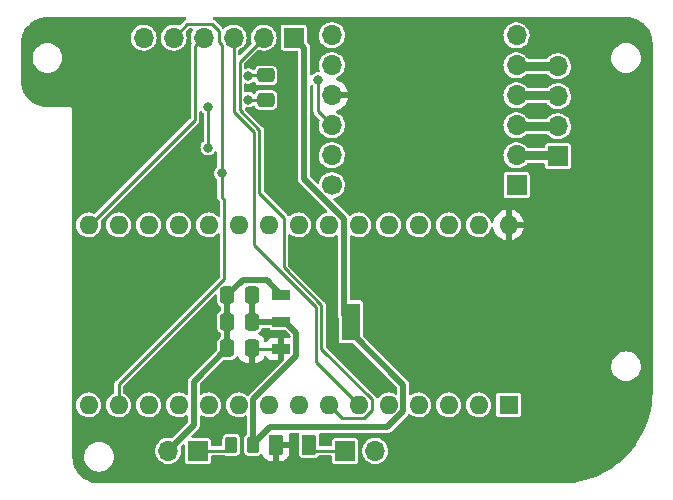
<source format=gbr>
%TF.GenerationSoftware,KiCad,Pcbnew,(6.0.9)*%
%TF.CreationDate,2023-05-28T23:14:04+10:00*%
%TF.ProjectId,SumoNyxPCB2.0,53756d6f-4e79-4785-9043-42322e302e6b,rev?*%
%TF.SameCoordinates,Original*%
%TF.FileFunction,Copper,L1,Top*%
%TF.FilePolarity,Positive*%
%FSLAX46Y46*%
G04 Gerber Fmt 4.6, Leading zero omitted, Abs format (unit mm)*
G04 Created by KiCad (PCBNEW (6.0.9)) date 2023-05-28 23:14:04*
%MOMM*%
%LPD*%
G01*
G04 APERTURE LIST*
G04 Aperture macros list*
%AMRoundRect*
0 Rectangle with rounded corners*
0 $1 Rounding radius*
0 $2 $3 $4 $5 $6 $7 $8 $9 X,Y pos of 4 corners*
0 Add a 4 corners polygon primitive as box body*
4,1,4,$2,$3,$4,$5,$6,$7,$8,$9,$2,$3,0*
0 Add four circle primitives for the rounded corners*
1,1,$1+$1,$2,$3*
1,1,$1+$1,$4,$5*
1,1,$1+$1,$6,$7*
1,1,$1+$1,$8,$9*
0 Add four rect primitives between the rounded corners*
20,1,$1+$1,$2,$3,$4,$5,0*
20,1,$1+$1,$4,$5,$6,$7,0*
20,1,$1+$1,$6,$7,$8,$9,0*
20,1,$1+$1,$8,$9,$2,$3,0*%
G04 Aperture macros list end*
%TA.AperFunction,SMDPad,CuDef*%
%ADD10R,1.549400X0.863600*%
%TD*%
%TA.AperFunction,SMDPad,CuDef*%
%ADD11R,1.549400X3.149600*%
%TD*%
%TA.AperFunction,SMDPad,CuDef*%
%ADD12RoundRect,0.250000X0.262500X0.450000X-0.262500X0.450000X-0.262500X-0.450000X0.262500X-0.450000X0*%
%TD*%
%TA.AperFunction,SMDPad,CuDef*%
%ADD13RoundRect,0.250000X0.375000X0.625000X-0.375000X0.625000X-0.375000X-0.625000X0.375000X-0.625000X0*%
%TD*%
%TA.AperFunction,SMDPad,CuDef*%
%ADD14RoundRect,0.250000X0.475000X-0.337500X0.475000X0.337500X-0.475000X0.337500X-0.475000X-0.337500X0*%
%TD*%
%TA.AperFunction,SMDPad,CuDef*%
%ADD15RoundRect,0.250000X-0.337500X-0.475000X0.337500X-0.475000X0.337500X0.475000X-0.337500X0.475000X0*%
%TD*%
%TA.AperFunction,ComponentPad*%
%ADD16O,1.700000X1.700000*%
%TD*%
%TA.AperFunction,ComponentPad*%
%ADD17C,1.700000*%
%TD*%
%TA.AperFunction,ComponentPad*%
%ADD18R,1.700000X1.700000*%
%TD*%
%TA.AperFunction,ComponentPad*%
%ADD19R,1.600000X1.600000*%
%TD*%
%TA.AperFunction,ComponentPad*%
%ADD20O,1.600000X1.600000*%
%TD*%
%TA.AperFunction,ViaPad*%
%ADD21C,0.800000*%
%TD*%
%TA.AperFunction,Conductor*%
%ADD22C,0.500000*%
%TD*%
%TA.AperFunction,Conductor*%
%ADD23C,0.250000*%
%TD*%
%TA.AperFunction,Conductor*%
%ADD24C,0.800000*%
%TD*%
G04 APERTURE END LIST*
D10*
%TO.P,U1,1,ADJ/GND*%
%TO.N,GND*%
X178066300Y-87510100D03*
%TO.P,U1,2,OUTPUT*%
%TO.N,+5V*%
X178066300Y-89821500D03*
%TO.P,U1,3,INPUT*%
%TO.N,+7.5V*%
X178066300Y-92132900D03*
D11*
%TO.P,U1,4,VOUT*%
%TO.N,+5V*%
X183933700Y-89821500D03*
%TD*%
D12*
%TO.P,R2,1*%
%TO.N,+5V*%
X175662500Y-100250000D03*
%TO.P,R2,2*%
%TO.N,Net-(J4-Pad1)*%
X173837500Y-100250000D03*
%TD*%
D13*
%TO.P,F1,1*%
%TO.N,Net-(J2-Pad1)*%
X180400000Y-100250000D03*
%TO.P,F1,2*%
%TO.N,+7.5V*%
X177600000Y-100250000D03*
%TD*%
D14*
%TO.P,C8,1*%
%TO.N,GND*%
X176750000Y-71037500D03*
%TO.P,C8,2*%
%TO.N,+3.3V*%
X176750000Y-68962500D03*
%TD*%
D15*
%TO.P,C6,1*%
%TO.N,GND*%
X173462500Y-87571500D03*
%TO.P,C6,2*%
%TO.N,+5V*%
X175537500Y-87571500D03*
%TD*%
%TO.P,C4,1*%
%TO.N,GND*%
X173462500Y-92071500D03*
%TO.P,C4,2*%
%TO.N,+7.5V*%
X175537500Y-92071500D03*
%TD*%
%TO.P,C1,1*%
%TO.N,GND*%
X173462500Y-89821500D03*
%TO.P,C1,2*%
%TO.N,+5V*%
X175537500Y-89821500D03*
%TD*%
D16*
%TO.P,U3,12,AIN1*%
%TO.N,Net-(A1-Pad8)*%
X182335000Y-65555000D03*
%TO.P,U3,11,AIN2*%
%TO.N,Net-(A1-Pad9)*%
X182335000Y-68095000D03*
%TO.P,U3,10,VM*%
%TO.N,+7.5V*%
X182335000Y-70635000D03*
%TO.P,U3,9,GND*%
%TO.N,GND*%
X182335000Y-73175000D03*
%TO.P,U3,8,BIN1*%
%TO.N,Net-(A1-Pad12)*%
X182335000Y-75715000D03*
D17*
%TO.P,U3,7,BIN2*%
%TO.N,Net-(A1-Pad13)*%
X182335000Y-78255000D03*
D16*
%TO.P,U3,6,nFAULT*%
%TO.N,unconnected-(U3-Pad6)*%
X197975000Y-65565000D03*
%TO.P,U3,5,BOUT2*%
%TO.N,/MOTB2*%
X197975000Y-68105000D03*
%TO.P,U3,4,BOUT1*%
%TO.N,/MOTB1*%
X197975000Y-70645000D03*
%TO.P,U3,3,AOUT2*%
%TO.N,/MOTA2*%
X197975000Y-73185000D03*
%TO.P,U3,2,AOUT1*%
%TO.N,/MOTA1*%
X197975000Y-75725000D03*
D18*
%TO.P,U3,1,nSLEEP*%
%TO.N,unconnected-(U3-Pad1)*%
X197975000Y-78265000D03*
%TD*%
D16*
%TO.P,J3,4,Pin_4*%
%TO.N,/MOTB2*%
X201475000Y-68180000D03*
%TO.P,J3,3,Pin_3*%
%TO.N,/MOTB1*%
X201475000Y-70720000D03*
%TO.P,J3,2,Pin_2*%
%TO.N,/MOTA2*%
X201475000Y-73260000D03*
D18*
%TO.P,J3,1,Pin_1*%
%TO.N,/MOTA1*%
X201475000Y-75800000D03*
%TD*%
%TO.P,J4,1,Pin_1*%
%TO.N,Net-(J4-Pad1)*%
X171010000Y-100750000D03*
D16*
%TO.P,J4,2,Pin_2*%
%TO.N,GND*%
X168470000Y-100750000D03*
%TD*%
D18*
%TO.P,J2,1,Pin_1*%
%TO.N,Net-(J2-Pad1)*%
X183460000Y-100750000D03*
D16*
%TO.P,J2,2,Pin_2*%
%TO.N,GND*%
X186000000Y-100750000D03*
%TD*%
D18*
%TO.P,J1,1,Pin_1*%
%TO.N,+5V*%
X179100000Y-65750000D03*
D16*
%TO.P,J1,2,Pin_2*%
%TO.N,Net-(A1-Pad7)*%
X176560000Y-65750000D03*
%TO.P,J1,3,Pin_3*%
%TO.N,Net-(A1-Pad6)*%
X174020000Y-65750000D03*
%TO.P,J1,4,Pin_4*%
%TO.N,Net-(A1-Pad16)*%
X171480000Y-65750000D03*
%TO.P,J1,5,Pin_5*%
%TO.N,Net-(A1-Pad14)*%
X168940000Y-65750000D03*
%TO.P,J1,6,Pin_6*%
%TO.N,GND*%
X166400000Y-65750000D03*
%TD*%
D19*
%TO.P,A1,1,D1/TX*%
%TO.N,unconnected-(A1-Pad1)*%
X197300000Y-96860000D03*
D20*
%TO.P,A1,2,D0/RX*%
%TO.N,unconnected-(A1-Pad2)*%
X194760000Y-96860000D03*
%TO.P,A1,3,~{RESET}*%
%TO.N,unconnected-(A1-Pad3)*%
X192220000Y-96860000D03*
%TO.P,A1,4,GND*%
%TO.N,GND*%
X189680000Y-96860000D03*
%TO.P,A1,5,D2*%
%TO.N,unconnected-(A1-Pad5)*%
X187140000Y-96860000D03*
%TO.P,A1,6,D3*%
%TO.N,Net-(A1-Pad6)*%
X184600000Y-96860000D03*
%TO.P,A1,7,D4*%
%TO.N,Net-(A1-Pad7)*%
X182060000Y-96860000D03*
%TO.P,A1,8,D5*%
%TO.N,Net-(A1-Pad8)*%
X179520000Y-96860000D03*
%TO.P,A1,9,D6*%
%TO.N,Net-(A1-Pad9)*%
X176980000Y-96860000D03*
%TO.P,A1,10,D7*%
%TO.N,Net-(A1-Pad10)*%
X174440000Y-96860000D03*
%TO.P,A1,11,D8*%
%TO.N,Net-(A1-Pad11)*%
X171900000Y-96860000D03*
%TO.P,A1,12,D9*%
%TO.N,Net-(A1-Pad12)*%
X169360000Y-96860000D03*
%TO.P,A1,13,D10*%
%TO.N,Net-(A1-Pad13)*%
X166820000Y-96860000D03*
%TO.P,A1,14,D11*%
%TO.N,Net-(A1-Pad14)*%
X164280000Y-96860000D03*
%TO.P,A1,15,D12*%
%TO.N,Net-(A1-Pad15)*%
X161740000Y-96860000D03*
%TO.P,A1,16,D13*%
%TO.N,Net-(A1-Pad16)*%
X161740000Y-81620000D03*
%TO.P,A1,17,3V3*%
%TO.N,+3.3V*%
X164280000Y-81620000D03*
%TO.P,A1,18,AREF*%
%TO.N,unconnected-(A1-Pad18)*%
X166820000Y-81620000D03*
%TO.P,A1,19,A0*%
%TO.N,unconnected-(A1-Pad19)*%
X169360000Y-81620000D03*
%TO.P,A1,20,A1*%
%TO.N,unconnected-(A1-Pad20)*%
X171900000Y-81620000D03*
%TO.P,A1,21,A2*%
%TO.N,unconnected-(A1-Pad21)*%
X174440000Y-81620000D03*
%TO.P,A1,22,A3*%
%TO.N,unconnected-(A1-Pad22)*%
X176980000Y-81620000D03*
%TO.P,A1,23,A4*%
%TO.N,unconnected-(A1-Pad23)*%
X179520000Y-81620000D03*
%TO.P,A1,24,A5*%
%TO.N,unconnected-(A1-Pad24)*%
X182060000Y-81620000D03*
%TO.P,A1,25,A6*%
%TO.N,unconnected-(A1-Pad25)*%
X184600000Y-81620000D03*
%TO.P,A1,26,A7*%
%TO.N,unconnected-(A1-Pad26)*%
X187140000Y-81620000D03*
%TO.P,A1,27,+5V*%
%TO.N,unconnected-(A1-Pad27)*%
X189680000Y-81620000D03*
%TO.P,A1,28,~{RESET}*%
%TO.N,unconnected-(A1-Pad28)*%
X192220000Y-81620000D03*
%TO.P,A1,29,GND*%
%TO.N,GND*%
X194760000Y-81620000D03*
%TO.P,A1,30,VIN*%
%TO.N,+7.5V*%
X197300000Y-81620000D03*
%TD*%
D21*
%TO.N,+3.3V*%
X171867299Y-71617299D03*
X171867299Y-75064500D03*
%TO.N,GND*%
X181160000Y-69340000D03*
X175250000Y-71000000D03*
%TO.N,+3.3V*%
X175250000Y-69000000D03*
%TO.N,Net-(A1-Pad14)*%
X173000000Y-77250000D03*
%TD*%
D22*
%TO.N,+5V*%
X175690000Y-100222500D02*
X175662500Y-100250000D01*
X179341000Y-92731233D02*
X175690000Y-96382233D01*
X178409200Y-89821500D02*
X179341000Y-90753300D01*
X178066300Y-89821500D02*
X178409200Y-89821500D01*
X179341000Y-90753300D02*
X179341000Y-92731233D01*
X175690000Y-96382233D02*
X175690000Y-100222500D01*
%TO.N,GND*%
X170650000Y-94884000D02*
X170650000Y-98570000D01*
X170650000Y-98570000D02*
X168470000Y-100750000D01*
X173462500Y-92071500D02*
X170650000Y-94884000D01*
%TO.N,+5V*%
X177110051Y-98750000D02*
X175662500Y-100197551D01*
X187017767Y-98750000D02*
X177110051Y-98750000D01*
X188390000Y-97377767D02*
X187017767Y-98750000D01*
X183933700Y-90683700D02*
X188390000Y-95140000D01*
X188390000Y-95140000D02*
X188390000Y-97377767D01*
X183933700Y-89821500D02*
X183933700Y-90683700D01*
D23*
%TO.N,Net-(A1-Pad7)*%
X183185000Y-97985000D02*
X182060000Y-96860000D01*
X185725000Y-97325991D02*
X185065991Y-97985000D01*
X185725000Y-96394009D02*
X185725000Y-97325991D01*
X181450000Y-92119009D02*
X185725000Y-96394009D01*
X176200000Y-78950000D02*
X178250000Y-81000000D01*
X181450000Y-88400904D02*
X181450000Y-92119009D01*
X174525000Y-71888604D02*
X176200000Y-73563604D01*
X178250000Y-85200904D02*
X181450000Y-88400904D01*
X174525000Y-67785000D02*
X174525000Y-71888604D01*
X185065991Y-97985000D02*
X183185000Y-97985000D01*
X178250000Y-81000000D02*
X178250000Y-85200904D01*
X176560000Y-65750000D02*
X174525000Y-67785000D01*
X176200000Y-73563604D02*
X176200000Y-78950000D01*
%TO.N,Net-(A1-Pad6)*%
X181000000Y-93260000D02*
X184600000Y-96860000D01*
X175750000Y-83337300D02*
X181000000Y-88587300D01*
X181000000Y-88587300D02*
X181000000Y-93260000D01*
X174020000Y-72020000D02*
X175750000Y-73750000D01*
X174020000Y-65750000D02*
X174020000Y-72020000D01*
X175750000Y-73750000D02*
X175750000Y-83337300D01*
%TO.N,Net-(A1-Pad14)*%
X164280000Y-95128327D02*
X164280000Y-96860000D01*
X173250000Y-86158327D02*
X164280000Y-95128327D01*
X173250000Y-79500000D02*
X173250000Y-86158327D01*
X173000000Y-77250000D02*
X173000000Y-79250000D01*
X173000000Y-79250000D02*
X173250000Y-79500000D01*
X170115000Y-64575000D02*
X168940000Y-65750000D01*
X172156701Y-64575000D02*
X170115000Y-64575000D01*
X172750000Y-65168299D02*
X172156701Y-64575000D01*
X172750000Y-66141701D02*
X172750000Y-65168299D01*
X173000000Y-66391701D02*
X172750000Y-66141701D01*
X173000000Y-77250000D02*
X173000000Y-66391701D01*
D24*
%TO.N,/MOTB2*%
X201475000Y-68180000D02*
X198050000Y-68180000D01*
X198050000Y-68180000D02*
X197975000Y-68105000D01*
%TO.N,/MOTB1*%
X197975000Y-70645000D02*
X201400000Y-70645000D01*
%TO.N,/MOTA2*%
X201475000Y-73260000D02*
X198050000Y-73260000D01*
X198050000Y-73260000D02*
X197975000Y-73185000D01*
%TO.N,/MOTA1*%
X197975000Y-75725000D02*
X201400000Y-75725000D01*
D22*
%TO.N,+5V*%
X180000000Y-66650000D02*
X179100000Y-65750000D01*
D23*
%TO.N,Net-(A1-Pad16)*%
X170750000Y-66480000D02*
X171480000Y-65750000D01*
X161740000Y-81620000D02*
X161880000Y-81620000D01*
X161880000Y-81620000D02*
X170750000Y-72750000D01*
X170750000Y-72750000D02*
X170750000Y-66480000D01*
D22*
%TO.N,+5V*%
X183933700Y-89821500D02*
X183350000Y-89237800D01*
X183350000Y-81100000D02*
X182500000Y-80250000D01*
X183350000Y-89237800D02*
X183350000Y-81100000D01*
X182500000Y-80250000D02*
X182491522Y-80250000D01*
X182491522Y-80250000D02*
X180000000Y-77758478D01*
X180000000Y-77758478D02*
X180000000Y-66650000D01*
%TO.N,GND*%
X174784000Y-86250000D02*
X173462500Y-87571500D01*
X176806200Y-86250000D02*
X174784000Y-86250000D01*
X178066300Y-87510100D02*
X176806200Y-86250000D01*
D23*
%TO.N,+3.3V*%
X171867299Y-71617299D02*
X171867299Y-75064500D01*
%TO.N,GND*%
X181160000Y-72000000D02*
X182335000Y-73175000D01*
X181160000Y-69340000D02*
X181160000Y-72000000D01*
D22*
X173462500Y-89821500D02*
X173462500Y-92071500D01*
X173462500Y-87571500D02*
X173462500Y-89821500D01*
%TO.N,+5V*%
X175537500Y-89821500D02*
X175537500Y-87571500D01*
X175537500Y-89821500D02*
X178066300Y-89821500D01*
X175662500Y-100197551D02*
X175662500Y-100250000D01*
D23*
%TO.N,+7.5V*%
X178066300Y-92132900D02*
X175598900Y-92132900D01*
X175598900Y-92132900D02*
X175537500Y-92071500D01*
X178105000Y-92171600D02*
X178066300Y-92132900D01*
%TO.N,Net-(J2-Pad1)*%
X180900000Y-100750000D02*
X183460000Y-100750000D01*
X180400000Y-100250000D02*
X180900000Y-100750000D01*
%TO.N,Net-(J4-Pad1)*%
X173337500Y-100750000D02*
X171010000Y-100750000D01*
X173837500Y-100250000D02*
X173337500Y-100750000D01*
%TO.N,+3.3V*%
X175287500Y-68962500D02*
X176750000Y-68962500D01*
X175250000Y-69000000D02*
X175287500Y-68962500D01*
%TO.N,GND*%
X175287500Y-71037500D02*
X176750000Y-71037500D01*
X175250000Y-71000000D02*
X175287500Y-71037500D01*
D24*
%TO.N,/MOTA1*%
X201400000Y-75725000D02*
X201475000Y-75800000D01*
%TO.N,/MOTB1*%
X201400000Y-70645000D02*
X201475000Y-70720000D01*
%TD*%
%TA.AperFunction,Conductor*%
%TO.N,+7.5V*%
G36*
X169965012Y-64020185D02*
G01*
X170010767Y-64072989D01*
X170020711Y-64142147D01*
X169991686Y-64205703D01*
X169956854Y-64233628D01*
X169950290Y-64237170D01*
X169947041Y-64238923D01*
X169941840Y-64241574D01*
X169896100Y-64263537D01*
X169891869Y-64267094D01*
X169889983Y-64268980D01*
X169888053Y-64270751D01*
X169888000Y-64270779D01*
X169887883Y-64270652D01*
X169887326Y-64271143D01*
X169881671Y-64274194D01*
X169874711Y-64281723D01*
X169874710Y-64281724D01*
X169845447Y-64313381D01*
X169842072Y-64316891D01*
X169465177Y-64693786D01*
X169403854Y-64727271D01*
X169331547Y-64721277D01*
X169326840Y-64719399D01*
X169253898Y-64690298D01*
X169248317Y-64689188D01*
X169248314Y-64689187D01*
X169175045Y-64674613D01*
X169055526Y-64650839D01*
X169049839Y-64650765D01*
X169049834Y-64650764D01*
X168858975Y-64648266D01*
X168858970Y-64648266D01*
X168853286Y-64648192D01*
X168847682Y-64649155D01*
X168847681Y-64649155D01*
X168659546Y-64681482D01*
X168659543Y-64681483D01*
X168653949Y-64682444D01*
X168632660Y-64690298D01*
X168469521Y-64750483D01*
X168469517Y-64750485D01*
X168464193Y-64752449D01*
X168459310Y-64755354D01*
X168459308Y-64755355D01*
X168295262Y-64852952D01*
X168290371Y-64855862D01*
X168138305Y-64989220D01*
X168013089Y-65148057D01*
X168010442Y-65153088D01*
X168004793Y-65163825D01*
X167918914Y-65327053D01*
X167917229Y-65332479D01*
X167917228Y-65332482D01*
X167907569Y-65363591D01*
X167858937Y-65520213D01*
X167835164Y-65721069D01*
X167835535Y-65726731D01*
X167835535Y-65726735D01*
X167840821Y-65807387D01*
X167848392Y-65922894D01*
X167898178Y-66118928D01*
X167900554Y-66124082D01*
X167973716Y-66282780D01*
X167982856Y-66302607D01*
X168099588Y-66467780D01*
X168244466Y-66608913D01*
X168412637Y-66721282D01*
X168598470Y-66801122D01*
X168610376Y-66803816D01*
X168790193Y-66844505D01*
X168790195Y-66844505D01*
X168795740Y-66845760D01*
X168913135Y-66850372D01*
X168992161Y-66853477D01*
X168992163Y-66853477D01*
X168997842Y-66853700D01*
X169003462Y-66852885D01*
X169003465Y-66852885D01*
X169192387Y-66825493D01*
X169192389Y-66825493D01*
X169198007Y-66824678D01*
X169203384Y-66822853D01*
X169203387Y-66822852D01*
X169307868Y-66787385D01*
X169389531Y-66759664D01*
X169528688Y-66681733D01*
X169561048Y-66663611D01*
X169561050Y-66663610D01*
X169566001Y-66660837D01*
X169603466Y-66629678D01*
X169717138Y-66535137D01*
X169721505Y-66531505D01*
X169783931Y-66456446D01*
X169847206Y-66380367D01*
X169847207Y-66380366D01*
X169850837Y-66376001D01*
X169859462Y-66360601D01*
X169910022Y-66270317D01*
X169949664Y-66199531D01*
X170010780Y-66019491D01*
X170012852Y-66013387D01*
X170012853Y-66013384D01*
X170014678Y-66008007D01*
X170024313Y-65941556D01*
X170043176Y-65811458D01*
X170043176Y-65811453D01*
X170043700Y-65807842D01*
X170045215Y-65750000D01*
X170026708Y-65548591D01*
X169971807Y-65353926D01*
X169971111Y-65352515D01*
X169965574Y-65284206D01*
X169999304Y-65221733D01*
X170234218Y-64986819D01*
X170295541Y-64953334D01*
X170321899Y-64950500D01*
X170453624Y-64950500D01*
X170520663Y-64970185D01*
X170566418Y-65022989D01*
X170576362Y-65092147D01*
X170557621Y-65142032D01*
X170556607Y-65143594D01*
X170553089Y-65148057D01*
X170550445Y-65153083D01*
X170550444Y-65153084D01*
X170537531Y-65177627D01*
X170458914Y-65327053D01*
X170457229Y-65332479D01*
X170457228Y-65332482D01*
X170447569Y-65363591D01*
X170398937Y-65520213D01*
X170375164Y-65721069D01*
X170375535Y-65726731D01*
X170375535Y-65726735D01*
X170380821Y-65807387D01*
X170388392Y-65922894D01*
X170438178Y-66118928D01*
X170440552Y-66124078D01*
X170440554Y-66124083D01*
X170450012Y-66144598D01*
X170460202Y-66213721D01*
X170434781Y-66273280D01*
X170416397Y-66296600D01*
X170413395Y-66305149D01*
X170408128Y-66312519D01*
X170393749Y-66360601D01*
X170393594Y-66361118D01*
X170391788Y-66366676D01*
X170377962Y-66406049D01*
X170374977Y-66414548D01*
X170374500Y-66420055D01*
X170374500Y-66422739D01*
X170374387Y-66425341D01*
X170374365Y-66425415D01*
X170374196Y-66425408D01*
X170374150Y-66426133D01*
X170372310Y-66432287D01*
X170372712Y-66442526D01*
X170372712Y-66442529D01*
X170374404Y-66485581D01*
X170374500Y-66490449D01*
X170374500Y-72543101D01*
X170354815Y-72610140D01*
X170338181Y-72630782D01*
X162326704Y-80642259D01*
X162265381Y-80675744D01*
X162195689Y-80670760D01*
X162180054Y-80663658D01*
X162149055Y-80646897D01*
X162139991Y-80644091D01*
X161958046Y-80587770D01*
X161958047Y-80587770D01*
X161952254Y-80585977D01*
X161747369Y-80564443D01*
X161741336Y-80564992D01*
X161741332Y-80564992D01*
X161615721Y-80576424D01*
X161542203Y-80583114D01*
X161536390Y-80584825D01*
X161536389Y-80584825D01*
X161532475Y-80585977D01*
X161344572Y-80641280D01*
X161278649Y-80675744D01*
X161167374Y-80733917D01*
X161167370Y-80733920D01*
X161162002Y-80736726D01*
X161157279Y-80740523D01*
X161157278Y-80740524D01*
X161049950Y-80826818D01*
X161001447Y-80865815D01*
X160982098Y-80888874D01*
X160873804Y-81017934D01*
X160869024Y-81023630D01*
X160769776Y-81204162D01*
X160767942Y-81209944D01*
X160767941Y-81209946D01*
X160718438Y-81366000D01*
X160707484Y-81400532D01*
X160684520Y-81605262D01*
X160701759Y-81810553D01*
X160758544Y-82008586D01*
X160761316Y-82013981D01*
X160761317Y-82013982D01*
X160786941Y-82063841D01*
X160852712Y-82191818D01*
X160856480Y-82196572D01*
X160923340Y-82280928D01*
X160980677Y-82353270D01*
X160985296Y-82357201D01*
X161132950Y-82482865D01*
X161132955Y-82482869D01*
X161137564Y-82486791D01*
X161317398Y-82587297D01*
X161513329Y-82650959D01*
X161519347Y-82651677D01*
X161519349Y-82651677D01*
X161661410Y-82668616D01*
X161717894Y-82675351D01*
X161723938Y-82674886D01*
X161723939Y-82674886D01*
X161785266Y-82670167D01*
X161923300Y-82659546D01*
X162057840Y-82621982D01*
X162115885Y-82605776D01*
X162115889Y-82605774D01*
X162121725Y-82604145D01*
X162305610Y-82511258D01*
X162467951Y-82384424D01*
X162471907Y-82379840D01*
X162471911Y-82379837D01*
X162598602Y-82233062D01*
X162602564Y-82228472D01*
X162623387Y-82191818D01*
X162701327Y-82054618D01*
X162704323Y-82049344D01*
X162758217Y-81887332D01*
X162767439Y-81859611D01*
X162767439Y-81859610D01*
X162769351Y-81853863D01*
X162773158Y-81823732D01*
X162794736Y-81652919D01*
X162794736Y-81652915D01*
X162795171Y-81649474D01*
X162795583Y-81620000D01*
X162794138Y-81605262D01*
X163224520Y-81605262D01*
X163241759Y-81810553D01*
X163298544Y-82008586D01*
X163301316Y-82013981D01*
X163301317Y-82013982D01*
X163326941Y-82063841D01*
X163392712Y-82191818D01*
X163396480Y-82196572D01*
X163463340Y-82280928D01*
X163520677Y-82353270D01*
X163525296Y-82357201D01*
X163672950Y-82482865D01*
X163672955Y-82482869D01*
X163677564Y-82486791D01*
X163857398Y-82587297D01*
X164053329Y-82650959D01*
X164059347Y-82651677D01*
X164059349Y-82651677D01*
X164201410Y-82668616D01*
X164257894Y-82675351D01*
X164263938Y-82674886D01*
X164263939Y-82674886D01*
X164325266Y-82670167D01*
X164463300Y-82659546D01*
X164597840Y-82621982D01*
X164655885Y-82605776D01*
X164655889Y-82605774D01*
X164661725Y-82604145D01*
X164845610Y-82511258D01*
X165007951Y-82384424D01*
X165011907Y-82379840D01*
X165011911Y-82379837D01*
X165138602Y-82233062D01*
X165142564Y-82228472D01*
X165163387Y-82191818D01*
X165241327Y-82054618D01*
X165244323Y-82049344D01*
X165298217Y-81887332D01*
X165307439Y-81859611D01*
X165307439Y-81859610D01*
X165309351Y-81853863D01*
X165313158Y-81823732D01*
X165334736Y-81652919D01*
X165334736Y-81652915D01*
X165335171Y-81649474D01*
X165335583Y-81620000D01*
X165334138Y-81605262D01*
X165764520Y-81605262D01*
X165781759Y-81810553D01*
X165838544Y-82008586D01*
X165841316Y-82013981D01*
X165841317Y-82013982D01*
X165866941Y-82063841D01*
X165932712Y-82191818D01*
X165936480Y-82196572D01*
X166003340Y-82280928D01*
X166060677Y-82353270D01*
X166065296Y-82357201D01*
X166212950Y-82482865D01*
X166212955Y-82482869D01*
X166217564Y-82486791D01*
X166397398Y-82587297D01*
X166593329Y-82650959D01*
X166599347Y-82651677D01*
X166599349Y-82651677D01*
X166741410Y-82668616D01*
X166797894Y-82675351D01*
X166803938Y-82674886D01*
X166803939Y-82674886D01*
X166865266Y-82670167D01*
X167003300Y-82659546D01*
X167137840Y-82621982D01*
X167195885Y-82605776D01*
X167195889Y-82605774D01*
X167201725Y-82604145D01*
X167385610Y-82511258D01*
X167547951Y-82384424D01*
X167551907Y-82379840D01*
X167551911Y-82379837D01*
X167678602Y-82233062D01*
X167682564Y-82228472D01*
X167703387Y-82191818D01*
X167781327Y-82054618D01*
X167784323Y-82049344D01*
X167838217Y-81887332D01*
X167847439Y-81859611D01*
X167847439Y-81859610D01*
X167849351Y-81853863D01*
X167853158Y-81823732D01*
X167874736Y-81652919D01*
X167874736Y-81652915D01*
X167875171Y-81649474D01*
X167875583Y-81620000D01*
X167874138Y-81605262D01*
X168304520Y-81605262D01*
X168321759Y-81810553D01*
X168378544Y-82008586D01*
X168381316Y-82013981D01*
X168381317Y-82013982D01*
X168406941Y-82063841D01*
X168472712Y-82191818D01*
X168476480Y-82196572D01*
X168543340Y-82280928D01*
X168600677Y-82353270D01*
X168605296Y-82357201D01*
X168752950Y-82482865D01*
X168752955Y-82482869D01*
X168757564Y-82486791D01*
X168937398Y-82587297D01*
X169133329Y-82650959D01*
X169139347Y-82651677D01*
X169139349Y-82651677D01*
X169281410Y-82668616D01*
X169337894Y-82675351D01*
X169343938Y-82674886D01*
X169343939Y-82674886D01*
X169405266Y-82670167D01*
X169543300Y-82659546D01*
X169677840Y-82621982D01*
X169735885Y-82605776D01*
X169735889Y-82605774D01*
X169741725Y-82604145D01*
X169925610Y-82511258D01*
X170087951Y-82384424D01*
X170091907Y-82379840D01*
X170091911Y-82379837D01*
X170218602Y-82233062D01*
X170222564Y-82228472D01*
X170243387Y-82191818D01*
X170321327Y-82054618D01*
X170324323Y-82049344D01*
X170378217Y-81887332D01*
X170387439Y-81859611D01*
X170387439Y-81859610D01*
X170389351Y-81853863D01*
X170393158Y-81823732D01*
X170414736Y-81652919D01*
X170414736Y-81652915D01*
X170415171Y-81649474D01*
X170415583Y-81620000D01*
X170395480Y-81414970D01*
X170389376Y-81394753D01*
X170337688Y-81223555D01*
X170335935Y-81217749D01*
X170239218Y-81035849D01*
X170109011Y-80876200D01*
X170096378Y-80865749D01*
X169954946Y-80748746D01*
X169954945Y-80748745D01*
X169950275Y-80744882D01*
X169769055Y-80646897D01*
X169759991Y-80644091D01*
X169578046Y-80587770D01*
X169578047Y-80587770D01*
X169572254Y-80585977D01*
X169367369Y-80564443D01*
X169361336Y-80564992D01*
X169361332Y-80564992D01*
X169235721Y-80576424D01*
X169162203Y-80583114D01*
X169156390Y-80584825D01*
X169156389Y-80584825D01*
X169152475Y-80585977D01*
X168964572Y-80641280D01*
X168898649Y-80675744D01*
X168787374Y-80733917D01*
X168787370Y-80733920D01*
X168782002Y-80736726D01*
X168777279Y-80740523D01*
X168777278Y-80740524D01*
X168669950Y-80826818D01*
X168621447Y-80865815D01*
X168602098Y-80888874D01*
X168493804Y-81017934D01*
X168489024Y-81023630D01*
X168389776Y-81204162D01*
X168387942Y-81209944D01*
X168387941Y-81209946D01*
X168338438Y-81366000D01*
X168327484Y-81400532D01*
X168304520Y-81605262D01*
X167874138Y-81605262D01*
X167855480Y-81414970D01*
X167849376Y-81394753D01*
X167797688Y-81223555D01*
X167795935Y-81217749D01*
X167699218Y-81035849D01*
X167569011Y-80876200D01*
X167556378Y-80865749D01*
X167414946Y-80748746D01*
X167414945Y-80748745D01*
X167410275Y-80744882D01*
X167229055Y-80646897D01*
X167219991Y-80644091D01*
X167038046Y-80587770D01*
X167038047Y-80587770D01*
X167032254Y-80585977D01*
X166827369Y-80564443D01*
X166821336Y-80564992D01*
X166821332Y-80564992D01*
X166695721Y-80576424D01*
X166622203Y-80583114D01*
X166616390Y-80584825D01*
X166616389Y-80584825D01*
X166612475Y-80585977D01*
X166424572Y-80641280D01*
X166358649Y-80675744D01*
X166247374Y-80733917D01*
X166247370Y-80733920D01*
X166242002Y-80736726D01*
X166237279Y-80740523D01*
X166237278Y-80740524D01*
X166129950Y-80826818D01*
X166081447Y-80865815D01*
X166062098Y-80888874D01*
X165953804Y-81017934D01*
X165949024Y-81023630D01*
X165849776Y-81204162D01*
X165847942Y-81209944D01*
X165847941Y-81209946D01*
X165798438Y-81366000D01*
X165787484Y-81400532D01*
X165764520Y-81605262D01*
X165334138Y-81605262D01*
X165315480Y-81414970D01*
X165309376Y-81394753D01*
X165257688Y-81223555D01*
X165255935Y-81217749D01*
X165159218Y-81035849D01*
X165029011Y-80876200D01*
X165016378Y-80865749D01*
X164874946Y-80748746D01*
X164874945Y-80748745D01*
X164870275Y-80744882D01*
X164689055Y-80646897D01*
X164679991Y-80644091D01*
X164498046Y-80587770D01*
X164498047Y-80587770D01*
X164492254Y-80585977D01*
X164287369Y-80564443D01*
X164281336Y-80564992D01*
X164281332Y-80564992D01*
X164155721Y-80576424D01*
X164082203Y-80583114D01*
X164076390Y-80584825D01*
X164076389Y-80584825D01*
X164072475Y-80585977D01*
X163884572Y-80641280D01*
X163818649Y-80675744D01*
X163707374Y-80733917D01*
X163707370Y-80733920D01*
X163702002Y-80736726D01*
X163697279Y-80740523D01*
X163697278Y-80740524D01*
X163589950Y-80826818D01*
X163541447Y-80865815D01*
X163522098Y-80888874D01*
X163413804Y-81017934D01*
X163409024Y-81023630D01*
X163309776Y-81204162D01*
X163307942Y-81209944D01*
X163307941Y-81209946D01*
X163258438Y-81366000D01*
X163247484Y-81400532D01*
X163224520Y-81605262D01*
X162794138Y-81605262D01*
X162775480Y-81414970D01*
X162773728Y-81409167D01*
X162773727Y-81409161D01*
X162759962Y-81363571D01*
X162759429Y-81293703D01*
X162790988Y-81240049D01*
X170977839Y-73053198D01*
X170996568Y-73038071D01*
X170997602Y-73037130D01*
X171006210Y-73031572D01*
X171026807Y-73005445D01*
X171030720Y-73001042D01*
X171030650Y-73000983D01*
X171033957Y-72997080D01*
X171037575Y-72993462D01*
X171048681Y-72977920D01*
X171052170Y-72973272D01*
X171083603Y-72933400D01*
X171086605Y-72924851D01*
X171091872Y-72917481D01*
X171106405Y-72868885D01*
X171108211Y-72863328D01*
X171122438Y-72822817D01*
X171122440Y-72822807D01*
X171125023Y-72815452D01*
X171125500Y-72809945D01*
X171125500Y-72807262D01*
X171125613Y-72804660D01*
X171125635Y-72804585D01*
X171125804Y-72804592D01*
X171125850Y-72803868D01*
X171127690Y-72797714D01*
X171126752Y-72773825D01*
X171125596Y-72744420D01*
X171125500Y-72739552D01*
X171125500Y-72086601D01*
X171145185Y-72019562D01*
X171197989Y-71973807D01*
X171267147Y-71963863D01*
X171330703Y-71992888D01*
X171352420Y-72017439D01*
X171371257Y-72045471D01*
X171451254Y-72118262D01*
X171487589Y-72177939D01*
X171491799Y-72209975D01*
X171491799Y-74472415D01*
X171472114Y-74539454D01*
X171449314Y-74565857D01*
X171380333Y-74626033D01*
X171289800Y-74754848D01*
X171232608Y-74901539D01*
X171212057Y-75057638D01*
X171212877Y-75065066D01*
X171212877Y-75065068D01*
X171220877Y-75137527D01*
X171229334Y-75214133D01*
X171283442Y-75361990D01*
X171371257Y-75492672D01*
X171425992Y-75542477D01*
X171482177Y-75593602D01*
X171482181Y-75593605D01*
X171487709Y-75598635D01*
X171626075Y-75673762D01*
X171694585Y-75691735D01*
X171771140Y-75711819D01*
X171771142Y-75711819D01*
X171778368Y-75713715D01*
X171855426Y-75714925D01*
X171928324Y-75716071D01*
X171928327Y-75716071D01*
X171935794Y-75716188D01*
X171943075Y-75714520D01*
X171943079Y-75714520D01*
X172081980Y-75682707D01*
X172089267Y-75681038D01*
X172229924Y-75610295D01*
X172235605Y-75605443D01*
X172235608Y-75605441D01*
X172343965Y-75512895D01*
X172343966Y-75512894D01*
X172349647Y-75508042D01*
X172360692Y-75492672D01*
X172399802Y-75438244D01*
X172454907Y-75395289D01*
X172524489Y-75388946D01*
X172586454Y-75421227D01*
X172621129Y-75481885D01*
X172624500Y-75510603D01*
X172624500Y-76657915D01*
X172604815Y-76724954D01*
X172582015Y-76751357D01*
X172513034Y-76811533D01*
X172422501Y-76940348D01*
X172365309Y-77087039D01*
X172344758Y-77243138D01*
X172345578Y-77250566D01*
X172345578Y-77250568D01*
X172351820Y-77307104D01*
X172362035Y-77399633D01*
X172416143Y-77547490D01*
X172503958Y-77678172D01*
X172583955Y-77750963D01*
X172620290Y-77810640D01*
X172624500Y-77842676D01*
X172624500Y-79196716D01*
X172621953Y-79220651D01*
X172621887Y-79222052D01*
X172619731Y-79232066D01*
X172620935Y-79242239D01*
X172623641Y-79265102D01*
X172623988Y-79270984D01*
X172624078Y-79270977D01*
X172624500Y-79276082D01*
X172624500Y-79281193D01*
X172625339Y-79286233D01*
X172627639Y-79300053D01*
X172628461Y-79305832D01*
X172631789Y-79333946D01*
X172634424Y-79356210D01*
X172638346Y-79364377D01*
X172639833Y-79373313D01*
X172657760Y-79406537D01*
X172663922Y-79417957D01*
X172666574Y-79423160D01*
X172688537Y-79468900D01*
X172692094Y-79473131D01*
X172693980Y-79475017D01*
X172695751Y-79476947D01*
X172695779Y-79477000D01*
X172695652Y-79477117D01*
X172696143Y-79477674D01*
X172699194Y-79483329D01*
X172706723Y-79490289D01*
X172706724Y-79490290D01*
X172738381Y-79519553D01*
X172741891Y-79522928D01*
X172838181Y-79619218D01*
X172871666Y-79680541D01*
X172874500Y-79706899D01*
X172874500Y-80804444D01*
X172854815Y-80871483D01*
X172802011Y-80917238D01*
X172732853Y-80927182D01*
X172669297Y-80898157D01*
X172654408Y-80882817D01*
X172652842Y-80880897D01*
X172652840Y-80880895D01*
X172649011Y-80876200D01*
X172636378Y-80865749D01*
X172494946Y-80748746D01*
X172494945Y-80748745D01*
X172490275Y-80744882D01*
X172309055Y-80646897D01*
X172299991Y-80644091D01*
X172118046Y-80587770D01*
X172118047Y-80587770D01*
X172112254Y-80585977D01*
X171907369Y-80564443D01*
X171901336Y-80564992D01*
X171901332Y-80564992D01*
X171775721Y-80576424D01*
X171702203Y-80583114D01*
X171696390Y-80584825D01*
X171696389Y-80584825D01*
X171692475Y-80585977D01*
X171504572Y-80641280D01*
X171438649Y-80675744D01*
X171327374Y-80733917D01*
X171327370Y-80733920D01*
X171322002Y-80736726D01*
X171317279Y-80740523D01*
X171317278Y-80740524D01*
X171209950Y-80826818D01*
X171161447Y-80865815D01*
X171142098Y-80888874D01*
X171033804Y-81017934D01*
X171029024Y-81023630D01*
X170929776Y-81204162D01*
X170927942Y-81209944D01*
X170927941Y-81209946D01*
X170878438Y-81366000D01*
X170867484Y-81400532D01*
X170844520Y-81605262D01*
X170861759Y-81810553D01*
X170918544Y-82008586D01*
X170921316Y-82013981D01*
X170921317Y-82013982D01*
X170946941Y-82063841D01*
X171012712Y-82191818D01*
X171016480Y-82196572D01*
X171083340Y-82280928D01*
X171140677Y-82353270D01*
X171145296Y-82357201D01*
X171292950Y-82482865D01*
X171292955Y-82482869D01*
X171297564Y-82486791D01*
X171477398Y-82587297D01*
X171673329Y-82650959D01*
X171679347Y-82651677D01*
X171679349Y-82651677D01*
X171821410Y-82668616D01*
X171877894Y-82675351D01*
X171883938Y-82674886D01*
X171883939Y-82674886D01*
X171945266Y-82670167D01*
X172083300Y-82659546D01*
X172217840Y-82621982D01*
X172275885Y-82605776D01*
X172275889Y-82605774D01*
X172281725Y-82604145D01*
X172465610Y-82511258D01*
X172627951Y-82384424D01*
X172631915Y-82379832D01*
X172656632Y-82351197D01*
X172715337Y-82313310D01*
X172785207Y-82313176D01*
X172844057Y-82350838D01*
X172873204Y-82414338D01*
X172874500Y-82432220D01*
X172874500Y-85951428D01*
X172854815Y-86018467D01*
X172838181Y-86039109D01*
X164052161Y-94825129D01*
X164033432Y-94840256D01*
X164032398Y-94841197D01*
X164023790Y-94846755D01*
X164017448Y-94854800D01*
X164003193Y-94872882D01*
X163999280Y-94877285D01*
X163999350Y-94877344D01*
X163996043Y-94881247D01*
X163992425Y-94884865D01*
X163981321Y-94900404D01*
X163977830Y-94905055D01*
X163946397Y-94944927D01*
X163943395Y-94953476D01*
X163938128Y-94960846D01*
X163929398Y-94990039D01*
X163923594Y-95009445D01*
X163921788Y-95015003D01*
X163904977Y-95062875D01*
X163904500Y-95068382D01*
X163904500Y-95071066D01*
X163904387Y-95073668D01*
X163904365Y-95073742D01*
X163904196Y-95073735D01*
X163904150Y-95074460D01*
X163902310Y-95080614D01*
X163902712Y-95090853D01*
X163902712Y-95090856D01*
X163904404Y-95133908D01*
X163904500Y-95138776D01*
X163904500Y-95795765D01*
X163884815Y-95862804D01*
X163837949Y-95905654D01*
X163707374Y-95973917D01*
X163707370Y-95973920D01*
X163702002Y-95976726D01*
X163697279Y-95980523D01*
X163697278Y-95980524D01*
X163583888Y-96071692D01*
X163541447Y-96105815D01*
X163409024Y-96263630D01*
X163309776Y-96444162D01*
X163247484Y-96640532D01*
X163240731Y-96700738D01*
X163228543Y-96809399D01*
X163224520Y-96845262D01*
X163241759Y-97050553D01*
X163298544Y-97248586D01*
X163301316Y-97253981D01*
X163301317Y-97253982D01*
X163319491Y-97289344D01*
X163392712Y-97431818D01*
X163396480Y-97436572D01*
X163511298Y-97581436D01*
X163520677Y-97593270D01*
X163525296Y-97597201D01*
X163672950Y-97722865D01*
X163672955Y-97722869D01*
X163677564Y-97726791D01*
X163857398Y-97827297D01*
X164053329Y-97890959D01*
X164059347Y-97891677D01*
X164059349Y-97891677D01*
X164201410Y-97908616D01*
X164257894Y-97915351D01*
X164263938Y-97914886D01*
X164263939Y-97914886D01*
X164336391Y-97909311D01*
X164463300Y-97899546D01*
X164548596Y-97875731D01*
X164655885Y-97845776D01*
X164655889Y-97845774D01*
X164661725Y-97844145D01*
X164845610Y-97751258D01*
X165007951Y-97624424D01*
X165011907Y-97619840D01*
X165011911Y-97619837D01*
X165138602Y-97473062D01*
X165142564Y-97468472D01*
X165145662Y-97463020D01*
X165241327Y-97294618D01*
X165244323Y-97289344D01*
X165309351Y-97093863D01*
X165314823Y-97050553D01*
X165334736Y-96892919D01*
X165334736Y-96892915D01*
X165335171Y-96889474D01*
X165335583Y-96860000D01*
X165334138Y-96845262D01*
X165764520Y-96845262D01*
X165781759Y-97050553D01*
X165838544Y-97248586D01*
X165841316Y-97253981D01*
X165841317Y-97253982D01*
X165859491Y-97289344D01*
X165932712Y-97431818D01*
X165936480Y-97436572D01*
X166051298Y-97581436D01*
X166060677Y-97593270D01*
X166065296Y-97597201D01*
X166212950Y-97722865D01*
X166212955Y-97722869D01*
X166217564Y-97726791D01*
X166397398Y-97827297D01*
X166593329Y-97890959D01*
X166599347Y-97891677D01*
X166599349Y-97891677D01*
X166741410Y-97908616D01*
X166797894Y-97915351D01*
X166803938Y-97914886D01*
X166803939Y-97914886D01*
X166876391Y-97909311D01*
X167003300Y-97899546D01*
X167088596Y-97875731D01*
X167195885Y-97845776D01*
X167195889Y-97845774D01*
X167201725Y-97844145D01*
X167385610Y-97751258D01*
X167547951Y-97624424D01*
X167551907Y-97619840D01*
X167551911Y-97619837D01*
X167678602Y-97473062D01*
X167682564Y-97468472D01*
X167685662Y-97463020D01*
X167781327Y-97294618D01*
X167784323Y-97289344D01*
X167849351Y-97093863D01*
X167854823Y-97050553D01*
X167874736Y-96892919D01*
X167874736Y-96892915D01*
X167875171Y-96889474D01*
X167875583Y-96860000D01*
X167855480Y-96654970D01*
X167795935Y-96457749D01*
X167699218Y-96275849D01*
X167569011Y-96116200D01*
X167556458Y-96105815D01*
X167414946Y-95988746D01*
X167414945Y-95988745D01*
X167410275Y-95984882D01*
X167308776Y-95930002D01*
X167234393Y-95889783D01*
X167234391Y-95889782D01*
X167229055Y-95886897D01*
X167219991Y-95884091D01*
X167038046Y-95827770D01*
X167038047Y-95827770D01*
X167032254Y-95825977D01*
X166827369Y-95804443D01*
X166821336Y-95804992D01*
X166821332Y-95804992D01*
X166695721Y-95816424D01*
X166622203Y-95823114D01*
X166616390Y-95824825D01*
X166616389Y-95824825D01*
X166440779Y-95876510D01*
X166424572Y-95881280D01*
X166340819Y-95925065D01*
X166247374Y-95973917D01*
X166247370Y-95973920D01*
X166242002Y-95976726D01*
X166237279Y-95980523D01*
X166237278Y-95980524D01*
X166123888Y-96071692D01*
X166081447Y-96105815D01*
X165949024Y-96263630D01*
X165849776Y-96444162D01*
X165787484Y-96640532D01*
X165780731Y-96700738D01*
X165768543Y-96809399D01*
X165764520Y-96845262D01*
X165334138Y-96845262D01*
X165315480Y-96654970D01*
X165255935Y-96457749D01*
X165159218Y-96275849D01*
X165029011Y-96116200D01*
X165016458Y-96105815D01*
X164874946Y-95988746D01*
X164874945Y-95988745D01*
X164870275Y-95984882D01*
X164720520Y-95903910D01*
X164670914Y-95854712D01*
X164655500Y-95794836D01*
X164655500Y-95335226D01*
X164675185Y-95268187D01*
X164691819Y-95247545D01*
X172412819Y-87526546D01*
X172474142Y-87493061D01*
X172543834Y-87498045D01*
X172599767Y-87539917D01*
X172624184Y-87605381D01*
X172624500Y-87614227D01*
X172624501Y-88093876D01*
X172631149Y-88155080D01*
X172659373Y-88230369D01*
X172677076Y-88277591D01*
X172681474Y-88289324D01*
X172686769Y-88296389D01*
X172686770Y-88296391D01*
X172725430Y-88347974D01*
X172767454Y-88404046D01*
X172882176Y-88490026D01*
X172890440Y-88493124D01*
X172897549Y-88497016D01*
X172946899Y-88546476D01*
X172962000Y-88605781D01*
X172962000Y-88787219D01*
X172942315Y-88854258D01*
X172897549Y-88895984D01*
X172890440Y-88899876D01*
X172882176Y-88902974D01*
X172767454Y-88988954D01*
X172681474Y-89103676D01*
X172631149Y-89237920D01*
X172624500Y-89299123D01*
X172624501Y-90343876D01*
X172631149Y-90405080D01*
X172681474Y-90539324D01*
X172686769Y-90546389D01*
X172686770Y-90546391D01*
X172729451Y-90603339D01*
X172767454Y-90654046D01*
X172774519Y-90659341D01*
X172857823Y-90721774D01*
X172882176Y-90740026D01*
X172890440Y-90743124D01*
X172897549Y-90747016D01*
X172946899Y-90796476D01*
X172962000Y-90855781D01*
X172962000Y-91037219D01*
X172942315Y-91104258D01*
X172897549Y-91145984D01*
X172890440Y-91149876D01*
X172882176Y-91152974D01*
X172767454Y-91238954D01*
X172762159Y-91246019D01*
X172687778Y-91345265D01*
X172681474Y-91353676D01*
X172631149Y-91487920D01*
X172624500Y-91549123D01*
X172624501Y-91874461D01*
X172624501Y-92150323D01*
X172604817Y-92217362D01*
X172588182Y-92238004D01*
X170345561Y-94480625D01*
X170336172Y-94488128D01*
X170336480Y-94488490D01*
X170329754Y-94494215D01*
X170322280Y-94498930D01*
X170316431Y-94505553D01*
X170287207Y-94538643D01*
X170281945Y-94544241D01*
X170270680Y-94555506D01*
X170268033Y-94559038D01*
X170268032Y-94559039D01*
X170264512Y-94563736D01*
X170258231Y-94571453D01*
X170227377Y-94606388D01*
X170223623Y-94614384D01*
X170222043Y-94616789D01*
X170213160Y-94631571D01*
X170211771Y-94634108D01*
X170206474Y-94641176D01*
X170203373Y-94649449D01*
X170203372Y-94649450D01*
X170190115Y-94684813D01*
X170186258Y-94693968D01*
X170166447Y-94736163D01*
X170165087Y-94744897D01*
X170164238Y-94747675D01*
X170159870Y-94764322D01*
X170159248Y-94767152D01*
X170156148Y-94775420D01*
X170155494Y-94784224D01*
X170155493Y-94784227D01*
X170152694Y-94821899D01*
X170151561Y-94831773D01*
X170149500Y-94845009D01*
X170149500Y-94860285D01*
X170149159Y-94869474D01*
X170145524Y-94918392D01*
X170147368Y-94927032D01*
X170147922Y-94935154D01*
X170149500Y-94950106D01*
X170149500Y-95886764D01*
X170129815Y-95953803D01*
X170077011Y-95999558D01*
X170007853Y-96009502D01*
X169956166Y-95989569D01*
X169954946Y-95988746D01*
X169950275Y-95984882D01*
X169929996Y-95973917D01*
X169774393Y-95889783D01*
X169774391Y-95889782D01*
X169769055Y-95886897D01*
X169759991Y-95884091D01*
X169578046Y-95827770D01*
X169578047Y-95827770D01*
X169572254Y-95825977D01*
X169367369Y-95804443D01*
X169361336Y-95804992D01*
X169361332Y-95804992D01*
X169235721Y-95816424D01*
X169162203Y-95823114D01*
X169156390Y-95824825D01*
X169156389Y-95824825D01*
X168980779Y-95876510D01*
X168964572Y-95881280D01*
X168880819Y-95925065D01*
X168787374Y-95973917D01*
X168787370Y-95973920D01*
X168782002Y-95976726D01*
X168777279Y-95980523D01*
X168777278Y-95980524D01*
X168663888Y-96071692D01*
X168621447Y-96105815D01*
X168489024Y-96263630D01*
X168389776Y-96444162D01*
X168327484Y-96640532D01*
X168320731Y-96700738D01*
X168308543Y-96809399D01*
X168304520Y-96845262D01*
X168321759Y-97050553D01*
X168378544Y-97248586D01*
X168381316Y-97253981D01*
X168381317Y-97253982D01*
X168399491Y-97289344D01*
X168472712Y-97431818D01*
X168476480Y-97436572D01*
X168591298Y-97581436D01*
X168600677Y-97593270D01*
X168605296Y-97597201D01*
X168752950Y-97722865D01*
X168752955Y-97722869D01*
X168757564Y-97726791D01*
X168937398Y-97827297D01*
X169133329Y-97890959D01*
X169139347Y-97891677D01*
X169139349Y-97891677D01*
X169281410Y-97908616D01*
X169337894Y-97915351D01*
X169343938Y-97914886D01*
X169343939Y-97914886D01*
X169416391Y-97909311D01*
X169543300Y-97899546D01*
X169628596Y-97875731D01*
X169735885Y-97845776D01*
X169735889Y-97845774D01*
X169741725Y-97844145D01*
X169925610Y-97751258D01*
X169930383Y-97747529D01*
X169930386Y-97747527D01*
X169949157Y-97732861D01*
X170014104Y-97707099D01*
X170082669Y-97720539D01*
X170133083Y-97768914D01*
X170149500Y-97830574D01*
X170149500Y-98311324D01*
X170129815Y-98378363D01*
X170113181Y-98399005D01*
X168862452Y-99649734D01*
X168801129Y-99683219D01*
X168750580Y-99683670D01*
X168639881Y-99661651D01*
X168585526Y-99650839D01*
X168579839Y-99650765D01*
X168579834Y-99650764D01*
X168388975Y-99648266D01*
X168388970Y-99648266D01*
X168383286Y-99648192D01*
X168377682Y-99649155D01*
X168377681Y-99649155D01*
X168189546Y-99681482D01*
X168189543Y-99681483D01*
X168183949Y-99682444D01*
X168162660Y-99690298D01*
X167999521Y-99750483D01*
X167999517Y-99750485D01*
X167994193Y-99752449D01*
X167989310Y-99755354D01*
X167989308Y-99755355D01*
X167825262Y-99852952D01*
X167820371Y-99855862D01*
X167668305Y-99989220D01*
X167543089Y-100148057D01*
X167540442Y-100153088D01*
X167532613Y-100167969D01*
X167448914Y-100327053D01*
X167447229Y-100332479D01*
X167447228Y-100332482D01*
X167423112Y-100410150D01*
X167388937Y-100520213D01*
X167365164Y-100721069D01*
X167365535Y-100726731D01*
X167365535Y-100726735D01*
X167371692Y-100820670D01*
X167378392Y-100922894D01*
X167428178Y-101118928D01*
X167430554Y-101124082D01*
X167482752Y-101237306D01*
X167512856Y-101302607D01*
X167629588Y-101467780D01*
X167774466Y-101608913D01*
X167942637Y-101721282D01*
X168128470Y-101801122D01*
X168224502Y-101822852D01*
X168320193Y-101844505D01*
X168320195Y-101844505D01*
X168325740Y-101845760D01*
X168443135Y-101850372D01*
X168522161Y-101853477D01*
X168522163Y-101853477D01*
X168527842Y-101853700D01*
X168533462Y-101852885D01*
X168533465Y-101852885D01*
X168722387Y-101825493D01*
X168722389Y-101825493D01*
X168728007Y-101824678D01*
X168733384Y-101822853D01*
X168733387Y-101822852D01*
X168837868Y-101787385D01*
X168919531Y-101759664D01*
X169096001Y-101660837D01*
X169129473Y-101632999D01*
X169247138Y-101535137D01*
X169251505Y-101531505D01*
X169349555Y-101413613D01*
X169377206Y-101380367D01*
X169377207Y-101380366D01*
X169380837Y-101376001D01*
X169384372Y-101369690D01*
X169431855Y-101284901D01*
X169479664Y-101199531D01*
X169535090Y-101036252D01*
X169542852Y-101013387D01*
X169542853Y-101013384D01*
X169544678Y-101008007D01*
X169555328Y-100934555D01*
X169573176Y-100811458D01*
X169573176Y-100811453D01*
X169573700Y-100807842D01*
X169575215Y-100750000D01*
X169556708Y-100548591D01*
X169555165Y-100543121D01*
X169555164Y-100543114D01*
X169537392Y-100480099D01*
X169538140Y-100410233D01*
X169569055Y-100358759D01*
X169697819Y-100229995D01*
X169759142Y-100196510D01*
X169828834Y-100201494D01*
X169884767Y-100243366D01*
X169909184Y-100308830D01*
X169909500Y-100317676D01*
X169909500Y-101624674D01*
X169924034Y-101697740D01*
X169979399Y-101780601D01*
X170062260Y-101835966D01*
X170096313Y-101842740D01*
X170129347Y-101849311D01*
X170129350Y-101849311D01*
X170135326Y-101850500D01*
X171884674Y-101850500D01*
X171890650Y-101849311D01*
X171890653Y-101849311D01*
X171923687Y-101842740D01*
X171957740Y-101835966D01*
X172040601Y-101780601D01*
X172095966Y-101697740D01*
X172110500Y-101624674D01*
X172110500Y-101249500D01*
X172130185Y-101182461D01*
X172182989Y-101136706D01*
X172234500Y-101125500D01*
X173270136Y-101125500D01*
X173327813Y-101140256D01*
X173332176Y-101143526D01*
X173466420Y-101193851D01*
X173527623Y-101200500D01*
X173837453Y-101200500D01*
X174147376Y-101200499D01*
X174208580Y-101193851D01*
X174342824Y-101143526D01*
X174349889Y-101138231D01*
X174349891Y-101138230D01*
X174450481Y-101062841D01*
X174457546Y-101057546D01*
X174483422Y-101023020D01*
X174538230Y-100949891D01*
X174538231Y-100949889D01*
X174543526Y-100942824D01*
X174551192Y-100922376D01*
X174587359Y-100825897D01*
X174593851Y-100808580D01*
X174600500Y-100747377D01*
X174600499Y-99752624D01*
X174593851Y-99691420D01*
X174556152Y-99590856D01*
X174546626Y-99565445D01*
X174546626Y-99565444D01*
X174543526Y-99557176D01*
X174518772Y-99524146D01*
X174462841Y-99449519D01*
X174457546Y-99442454D01*
X174450476Y-99437155D01*
X174349891Y-99361770D01*
X174349889Y-99361769D01*
X174342824Y-99356474D01*
X174208580Y-99306149D01*
X174147377Y-99299500D01*
X173837547Y-99299500D01*
X173527624Y-99299501D01*
X173466420Y-99306149D01*
X173332176Y-99356474D01*
X173325111Y-99361769D01*
X173325109Y-99361770D01*
X173224524Y-99437155D01*
X173217454Y-99442454D01*
X173212159Y-99449519D01*
X173156229Y-99524146D01*
X173131474Y-99557176D01*
X173128374Y-99565444D01*
X173128374Y-99565445D01*
X173116632Y-99596768D01*
X173081149Y-99691420D01*
X173074500Y-99752623D01*
X173074501Y-100052961D01*
X173074501Y-100250500D01*
X173054817Y-100317539D01*
X173002013Y-100363294D01*
X172950501Y-100374500D01*
X172234500Y-100374500D01*
X172167461Y-100354815D01*
X172121706Y-100302011D01*
X172110500Y-100250500D01*
X172110500Y-99875326D01*
X172107375Y-99859613D01*
X172098349Y-99814241D01*
X172095966Y-99802260D01*
X172040601Y-99719399D01*
X171957740Y-99664034D01*
X171923687Y-99657260D01*
X171890653Y-99650689D01*
X171890650Y-99650689D01*
X171884674Y-99649500D01*
X170577676Y-99649500D01*
X170510637Y-99629815D01*
X170464882Y-99577011D01*
X170454938Y-99507853D01*
X170483963Y-99444297D01*
X170489995Y-99437819D01*
X170954439Y-98973375D01*
X170963828Y-98965872D01*
X170963520Y-98965510D01*
X170970246Y-98959785D01*
X170977720Y-98955070D01*
X171012793Y-98915357D01*
X171018055Y-98909759D01*
X171029321Y-98898493D01*
X171035499Y-98890251D01*
X171041777Y-98882539D01*
X171066774Y-98854235D01*
X171066774Y-98854234D01*
X171072623Y-98847612D01*
X171076379Y-98839613D01*
X171077971Y-98837189D01*
X171086854Y-98822405D01*
X171088229Y-98819893D01*
X171093527Y-98812824D01*
X171096627Y-98804554D01*
X171096630Y-98804549D01*
X171109892Y-98769173D01*
X171113750Y-98760016D01*
X171133553Y-98717837D01*
X171134912Y-98709107D01*
X171135756Y-98706347D01*
X171140129Y-98689678D01*
X171140750Y-98686855D01*
X171143852Y-98678580D01*
X171147306Y-98632097D01*
X171148439Y-98622227D01*
X171150500Y-98608991D01*
X171150500Y-98593715D01*
X171150841Y-98584526D01*
X171153821Y-98544418D01*
X171154476Y-98535608D01*
X171152632Y-98526968D01*
X171152078Y-98518846D01*
X171150500Y-98503894D01*
X171150500Y-97855953D01*
X171170185Y-97788914D01*
X171222989Y-97743159D01*
X171292147Y-97733215D01*
X171334994Y-97747711D01*
X171443863Y-97808555D01*
X171477398Y-97827297D01*
X171673329Y-97890959D01*
X171679347Y-97891677D01*
X171679349Y-97891677D01*
X171821410Y-97908616D01*
X171877894Y-97915351D01*
X171883938Y-97914886D01*
X171883939Y-97914886D01*
X171956391Y-97909311D01*
X172083300Y-97899546D01*
X172168596Y-97875731D01*
X172275885Y-97845776D01*
X172275889Y-97845774D01*
X172281725Y-97844145D01*
X172465610Y-97751258D01*
X172627951Y-97624424D01*
X172631907Y-97619840D01*
X172631911Y-97619837D01*
X172758602Y-97473062D01*
X172762564Y-97468472D01*
X172765662Y-97463020D01*
X172861327Y-97294618D01*
X172864323Y-97289344D01*
X172929351Y-97093863D01*
X172934823Y-97050553D01*
X172954736Y-96892919D01*
X172954736Y-96892915D01*
X172955171Y-96889474D01*
X172955583Y-96860000D01*
X172935480Y-96654970D01*
X172875935Y-96457749D01*
X172779218Y-96275849D01*
X172649011Y-96116200D01*
X172636458Y-96105815D01*
X172494946Y-95988746D01*
X172494945Y-95988745D01*
X172490275Y-95984882D01*
X172388776Y-95930002D01*
X172314393Y-95889783D01*
X172314391Y-95889782D01*
X172309055Y-95886897D01*
X172299991Y-95884091D01*
X172118046Y-95827770D01*
X172118047Y-95827770D01*
X172112254Y-95825977D01*
X171907369Y-95804443D01*
X171901336Y-95804992D01*
X171901332Y-95804992D01*
X171775721Y-95816424D01*
X171702203Y-95823114D01*
X171696390Y-95824825D01*
X171696389Y-95824825D01*
X171520779Y-95876510D01*
X171504572Y-95881280D01*
X171354868Y-95959544D01*
X171331949Y-95971526D01*
X171263419Y-95985141D01*
X171198407Y-95959544D01*
X171157554Y-95902863D01*
X171150500Y-95861637D01*
X171150500Y-95142676D01*
X171170185Y-95075637D01*
X171186819Y-95054995D01*
X173158495Y-93083319D01*
X173219818Y-93049834D01*
X173246176Y-93047000D01*
X173807297Y-93046999D01*
X173847376Y-93046999D01*
X173908580Y-93040351D01*
X174042824Y-92990026D01*
X174049889Y-92984731D01*
X174049891Y-92984730D01*
X174150481Y-92909341D01*
X174157546Y-92904046D01*
X174176265Y-92879070D01*
X174238230Y-92796391D01*
X174238231Y-92796389D01*
X174243526Y-92789324D01*
X174246744Y-92780741D01*
X174246942Y-92780477D01*
X174250870Y-92773303D01*
X174251906Y-92773870D01*
X174288710Y-92724878D01*
X174354215Y-92700571D01*
X174422463Y-92715538D01*
X174471785Y-92765026D01*
X174480480Y-92785028D01*
X174506626Y-92863398D01*
X174512698Y-92876359D01*
X174598126Y-93014409D01*
X174607016Y-93025625D01*
X174721906Y-93140316D01*
X174733145Y-93149192D01*
X174871348Y-93234381D01*
X174884307Y-93240424D01*
X175038814Y-93291672D01*
X175051980Y-93294494D01*
X175146490Y-93304178D01*
X175152798Y-93304500D01*
X175265670Y-93304500D01*
X175280669Y-93300096D01*
X175281856Y-93298726D01*
X175283500Y-93291168D01*
X175283500Y-91941500D01*
X175303185Y-91874461D01*
X175355989Y-91828706D01*
X175407500Y-91817500D01*
X175667500Y-91817500D01*
X175734539Y-91837185D01*
X175780294Y-91889989D01*
X175791500Y-91941500D01*
X175791500Y-93286669D01*
X175795904Y-93301668D01*
X175797274Y-93302855D01*
X175804832Y-93304499D01*
X175922165Y-93304499D01*
X175928541Y-93304169D01*
X176024318Y-93294232D01*
X176037494Y-93291386D01*
X176191900Y-93239873D01*
X176204859Y-93233802D01*
X176342909Y-93148374D01*
X176354125Y-93139484D01*
X176468816Y-93024594D01*
X176477692Y-93013355D01*
X176562881Y-92875152D01*
X176568925Y-92862191D01*
X176595281Y-92782730D01*
X176635070Y-92725296D01*
X176699594Y-92698491D01*
X176768366Y-92710826D01*
X176819552Y-92758383D01*
X176829084Y-92778237D01*
X176838326Y-92802888D01*
X176846726Y-92818232D01*
X176923398Y-92920535D01*
X176935765Y-92932902D01*
X177038068Y-93009574D01*
X177053410Y-93017973D01*
X177174115Y-93063224D01*
X177189118Y-93066791D01*
X177240173Y-93072337D01*
X177246871Y-93072700D01*
X177794470Y-93072700D01*
X177809469Y-93068296D01*
X177810656Y-93066926D01*
X177812300Y-93059368D01*
X177812300Y-91210931D01*
X177807896Y-91195932D01*
X177806526Y-91194745D01*
X177798968Y-91193101D01*
X177246874Y-91193101D01*
X177240169Y-91193464D01*
X177189123Y-91199008D01*
X177174112Y-91202578D01*
X177053410Y-91247827D01*
X177038068Y-91256226D01*
X176935765Y-91332898D01*
X176923398Y-91345265D01*
X176846727Y-91447568D01*
X176845052Y-91450627D01*
X176842602Y-91453072D01*
X176841428Y-91454638D01*
X176841202Y-91454469D01*
X176795593Y-91499978D01*
X176727303Y-91514755D01*
X176661866Y-91490267D01*
X176618658Y-91430324D01*
X176568373Y-91279600D01*
X176562302Y-91266641D01*
X176476874Y-91128591D01*
X176467984Y-91117375D01*
X176353094Y-91002684D01*
X176341855Y-90993808D01*
X176203658Y-90908622D01*
X176199666Y-90906761D01*
X176147225Y-90860590D01*
X176128071Y-90793397D01*
X176148284Y-90726516D01*
X176177700Y-90695152D01*
X176225480Y-90659342D01*
X176225481Y-90659341D01*
X176232546Y-90654046D01*
X176270549Y-90603339D01*
X176313230Y-90546391D01*
X176313231Y-90546389D01*
X176318526Y-90539324D01*
X176333477Y-90499443D01*
X176368851Y-90405080D01*
X176371390Y-90406032D01*
X176399607Y-90356644D01*
X176461564Y-90324348D01*
X176485581Y-90322000D01*
X176969950Y-90322000D01*
X177036989Y-90341685D01*
X177073053Y-90377110D01*
X177110999Y-90433901D01*
X177193860Y-90489266D01*
X177227913Y-90496040D01*
X177260947Y-90502611D01*
X177260950Y-90502611D01*
X177266926Y-90503800D01*
X178332324Y-90503800D01*
X178399363Y-90523485D01*
X178420005Y-90540119D01*
X178804181Y-90924295D01*
X178837666Y-90985618D01*
X178840500Y-91011976D01*
X178840500Y-91069100D01*
X178820815Y-91136139D01*
X178768011Y-91181894D01*
X178716500Y-91193100D01*
X178338130Y-91193100D01*
X178323131Y-91197504D01*
X178321944Y-91198874D01*
X178320300Y-91206432D01*
X178320300Y-92992757D01*
X178300615Y-93059796D01*
X178283981Y-93080438D01*
X175385561Y-95978858D01*
X175376172Y-95986361D01*
X175376480Y-95986723D01*
X175369754Y-95992448D01*
X175362280Y-95997163D01*
X175356431Y-96003786D01*
X175327207Y-96036876D01*
X175321945Y-96042474D01*
X175310680Y-96053739D01*
X175308033Y-96057271D01*
X175307941Y-96057377D01*
X175249152Y-96095135D01*
X175179283Y-96095115D01*
X175135210Y-96071692D01*
X175128283Y-96065961D01*
X175084024Y-96029347D01*
X175034946Y-95988746D01*
X175034945Y-95988745D01*
X175030275Y-95984882D01*
X174928776Y-95930002D01*
X174854393Y-95889783D01*
X174854391Y-95889782D01*
X174849055Y-95886897D01*
X174839991Y-95884091D01*
X174658046Y-95827770D01*
X174658047Y-95827770D01*
X174652254Y-95825977D01*
X174447369Y-95804443D01*
X174441336Y-95804992D01*
X174441332Y-95804992D01*
X174315721Y-95816424D01*
X174242203Y-95823114D01*
X174236390Y-95824825D01*
X174236389Y-95824825D01*
X174060779Y-95876510D01*
X174044572Y-95881280D01*
X173960819Y-95925065D01*
X173867374Y-95973917D01*
X173867370Y-95973920D01*
X173862002Y-95976726D01*
X173857279Y-95980523D01*
X173857278Y-95980524D01*
X173743888Y-96071692D01*
X173701447Y-96105815D01*
X173569024Y-96263630D01*
X173469776Y-96444162D01*
X173407484Y-96640532D01*
X173400731Y-96700738D01*
X173388543Y-96809399D01*
X173384520Y-96845262D01*
X173401759Y-97050553D01*
X173458544Y-97248586D01*
X173461316Y-97253981D01*
X173461317Y-97253982D01*
X173479491Y-97289344D01*
X173552712Y-97431818D01*
X173556480Y-97436572D01*
X173671298Y-97581436D01*
X173680677Y-97593270D01*
X173685296Y-97597201D01*
X173832950Y-97722865D01*
X173832955Y-97722869D01*
X173837564Y-97726791D01*
X174017398Y-97827297D01*
X174213329Y-97890959D01*
X174219347Y-97891677D01*
X174219349Y-97891677D01*
X174361410Y-97908616D01*
X174417894Y-97915351D01*
X174423938Y-97914886D01*
X174423939Y-97914886D01*
X174496391Y-97909311D01*
X174623300Y-97899546D01*
X174708596Y-97875731D01*
X174815885Y-97845776D01*
X174815889Y-97845774D01*
X174821725Y-97844145D01*
X175005610Y-97751258D01*
X175006304Y-97752631D01*
X175066218Y-97735415D01*
X175133142Y-97755487D01*
X175178591Y-97808555D01*
X175189500Y-97859413D01*
X175189500Y-99270221D01*
X175169815Y-99337260D01*
X175139866Y-99369446D01*
X175049523Y-99437155D01*
X175049519Y-99437159D01*
X175042454Y-99442454D01*
X175037159Y-99449519D01*
X174981229Y-99524146D01*
X174956474Y-99557176D01*
X174953374Y-99565444D01*
X174953374Y-99565445D01*
X174941632Y-99596768D01*
X174906149Y-99691420D01*
X174899500Y-99752623D01*
X174899501Y-100747376D01*
X174906149Y-100808580D01*
X174912641Y-100825897D01*
X174948809Y-100922376D01*
X174956474Y-100942824D01*
X174961769Y-100949889D01*
X174961770Y-100949891D01*
X175016578Y-101023020D01*
X175042454Y-101057546D01*
X175049519Y-101062841D01*
X175150109Y-101138230D01*
X175150111Y-101138231D01*
X175157176Y-101143526D01*
X175291420Y-101193851D01*
X175352623Y-101200500D01*
X175662453Y-101200500D01*
X175972376Y-101200499D01*
X176033580Y-101193851D01*
X176167824Y-101143526D01*
X176174889Y-101138231D01*
X176174891Y-101138230D01*
X176275481Y-101062841D01*
X176282546Y-101057546D01*
X176287841Y-101050481D01*
X176293433Y-101044889D01*
X176354756Y-101011404D01*
X176424448Y-101016388D01*
X176480381Y-101058260D01*
X176498741Y-101093328D01*
X176531626Y-101191898D01*
X176537698Y-101204859D01*
X176623126Y-101342909D01*
X176632016Y-101354125D01*
X176746906Y-101468816D01*
X176758145Y-101477692D01*
X176896348Y-101562881D01*
X176909307Y-101568924D01*
X177063814Y-101620172D01*
X177076980Y-101622994D01*
X177171490Y-101632678D01*
X177177798Y-101633000D01*
X177328170Y-101633000D01*
X177343169Y-101628596D01*
X177344356Y-101627226D01*
X177346000Y-101619668D01*
X177346000Y-101615169D01*
X177854000Y-101615169D01*
X177858404Y-101630168D01*
X177859774Y-101631355D01*
X177867332Y-101632999D01*
X178022165Y-101632999D01*
X178028541Y-101632669D01*
X178124318Y-101622732D01*
X178137494Y-101619886D01*
X178291900Y-101568373D01*
X178304859Y-101562302D01*
X178442909Y-101476874D01*
X178454125Y-101467984D01*
X178568816Y-101353094D01*
X178577692Y-101341855D01*
X178662881Y-101203652D01*
X178668924Y-101190693D01*
X178720172Y-101036186D01*
X178722994Y-101023020D01*
X178732678Y-100928510D01*
X178733000Y-100922202D01*
X178733000Y-100521830D01*
X178728596Y-100506831D01*
X178727226Y-100505644D01*
X178719668Y-100504000D01*
X177871830Y-100504000D01*
X177856831Y-100508404D01*
X177855644Y-100509774D01*
X177854000Y-100517332D01*
X177854000Y-101615169D01*
X177346000Y-101615169D01*
X177346000Y-100120000D01*
X177365685Y-100052961D01*
X177418489Y-100007206D01*
X177470000Y-99996000D01*
X178715169Y-99996000D01*
X178730168Y-99991596D01*
X178731355Y-99990226D01*
X178732999Y-99982668D01*
X178732999Y-99577835D01*
X178732669Y-99571459D01*
X178722732Y-99475682D01*
X178719885Y-99462498D01*
X178703619Y-99413743D01*
X178701075Y-99343920D01*
X178736685Y-99283805D01*
X178799142Y-99252486D01*
X178821245Y-99250500D01*
X179451924Y-99250500D01*
X179518963Y-99270185D01*
X179564718Y-99322989D01*
X179574662Y-99392147D01*
X179568034Y-99418027D01*
X179560862Y-99437159D01*
X179531149Y-99516420D01*
X179524500Y-99577623D01*
X179524501Y-100922376D01*
X179531149Y-100983580D01*
X179581474Y-101117824D01*
X179586769Y-101124889D01*
X179586770Y-101124891D01*
X179652891Y-101213115D01*
X179667454Y-101232546D01*
X179674519Y-101237841D01*
X179775109Y-101313230D01*
X179775111Y-101313231D01*
X179782176Y-101318526D01*
X179916420Y-101368851D01*
X179977623Y-101375500D01*
X180399937Y-101375500D01*
X180822376Y-101375499D01*
X180883580Y-101368851D01*
X181017824Y-101318526D01*
X181024889Y-101313231D01*
X181024891Y-101313230D01*
X181125481Y-101237841D01*
X181132546Y-101232546D01*
X181175574Y-101175134D01*
X181231531Y-101133294D01*
X181274800Y-101125500D01*
X182235500Y-101125500D01*
X182302539Y-101145185D01*
X182348294Y-101197989D01*
X182359500Y-101249500D01*
X182359500Y-101624674D01*
X182374034Y-101697740D01*
X182429399Y-101780601D01*
X182512260Y-101835966D01*
X182546313Y-101842740D01*
X182579347Y-101849311D01*
X182579350Y-101849311D01*
X182585326Y-101850500D01*
X184334674Y-101850500D01*
X184340650Y-101849311D01*
X184340653Y-101849311D01*
X184373687Y-101842740D01*
X184407740Y-101835966D01*
X184490601Y-101780601D01*
X184545966Y-101697740D01*
X184560500Y-101624674D01*
X184560500Y-100721069D01*
X184895164Y-100721069D01*
X184895535Y-100726731D01*
X184895535Y-100726735D01*
X184901692Y-100820670D01*
X184908392Y-100922894D01*
X184958178Y-101118928D01*
X184960554Y-101124082D01*
X185012752Y-101237306D01*
X185042856Y-101302607D01*
X185159588Y-101467780D01*
X185304466Y-101608913D01*
X185472637Y-101721282D01*
X185658470Y-101801122D01*
X185754502Y-101822852D01*
X185850193Y-101844505D01*
X185850195Y-101844505D01*
X185855740Y-101845760D01*
X185973135Y-101850372D01*
X186052161Y-101853477D01*
X186052163Y-101853477D01*
X186057842Y-101853700D01*
X186063462Y-101852885D01*
X186063465Y-101852885D01*
X186252387Y-101825493D01*
X186252389Y-101825493D01*
X186258007Y-101824678D01*
X186263384Y-101822853D01*
X186263387Y-101822852D01*
X186367868Y-101787385D01*
X186449531Y-101759664D01*
X186626001Y-101660837D01*
X186659473Y-101632999D01*
X186777138Y-101535137D01*
X186781505Y-101531505D01*
X186879555Y-101413613D01*
X186907206Y-101380367D01*
X186907207Y-101380366D01*
X186910837Y-101376001D01*
X186914372Y-101369690D01*
X186961855Y-101284901D01*
X187009664Y-101199531D01*
X187065090Y-101036252D01*
X187072852Y-101013387D01*
X187072853Y-101013384D01*
X187074678Y-101008007D01*
X187085328Y-100934555D01*
X187103176Y-100811458D01*
X187103176Y-100811453D01*
X187103700Y-100807842D01*
X187105215Y-100750000D01*
X187086708Y-100548591D01*
X187047664Y-100410150D01*
X187033352Y-100359403D01*
X187033351Y-100359400D01*
X187031807Y-100353926D01*
X186942351Y-100172527D01*
X186821335Y-100010467D01*
X186672812Y-99873174D01*
X186579409Y-99814241D01*
X186506566Y-99768280D01*
X186506564Y-99768279D01*
X186501757Y-99765246D01*
X186313898Y-99690298D01*
X186308317Y-99689188D01*
X186308314Y-99689187D01*
X186215976Y-99670820D01*
X186115526Y-99650839D01*
X186109839Y-99650765D01*
X186109834Y-99650764D01*
X185918975Y-99648266D01*
X185918970Y-99648266D01*
X185913286Y-99648192D01*
X185907682Y-99649155D01*
X185907681Y-99649155D01*
X185719546Y-99681482D01*
X185719543Y-99681483D01*
X185713949Y-99682444D01*
X185692660Y-99690298D01*
X185529521Y-99750483D01*
X185529517Y-99750485D01*
X185524193Y-99752449D01*
X185519310Y-99755354D01*
X185519308Y-99755355D01*
X185355262Y-99852952D01*
X185350371Y-99855862D01*
X185198305Y-99989220D01*
X185073089Y-100148057D01*
X185070442Y-100153088D01*
X185062613Y-100167969D01*
X184978914Y-100327053D01*
X184977229Y-100332479D01*
X184977228Y-100332482D01*
X184953112Y-100410150D01*
X184918937Y-100520213D01*
X184895164Y-100721069D01*
X184560500Y-100721069D01*
X184560500Y-99875326D01*
X184557375Y-99859613D01*
X184548349Y-99814241D01*
X184545966Y-99802260D01*
X184490601Y-99719399D01*
X184407740Y-99664034D01*
X184373687Y-99657260D01*
X184340653Y-99650689D01*
X184340650Y-99650689D01*
X184334674Y-99649500D01*
X182585326Y-99649500D01*
X182579350Y-99650689D01*
X182579347Y-99650689D01*
X182546313Y-99657260D01*
X182512260Y-99664034D01*
X182429399Y-99719399D01*
X182374034Y-99802260D01*
X182371651Y-99814241D01*
X182362626Y-99859613D01*
X182359500Y-99875326D01*
X182359500Y-100250500D01*
X182339815Y-100317539D01*
X182287011Y-100363294D01*
X182235500Y-100374500D01*
X181399500Y-100374500D01*
X181332461Y-100354815D01*
X181286706Y-100302011D01*
X181275500Y-100250500D01*
X181275499Y-99580985D01*
X181275499Y-99577624D01*
X181268851Y-99516420D01*
X181239138Y-99437159D01*
X181231966Y-99418027D01*
X181226866Y-99348343D01*
X181260249Y-99286965D01*
X181321517Y-99253378D01*
X181348076Y-99250500D01*
X186947806Y-99250500D01*
X186959752Y-99251835D01*
X186959790Y-99251361D01*
X186968599Y-99252070D01*
X186977214Y-99254019D01*
X186986031Y-99253472D01*
X186986032Y-99253472D01*
X187030095Y-99250738D01*
X187037774Y-99250500D01*
X187053707Y-99250500D01*
X187058075Y-99249874D01*
X187058081Y-99249874D01*
X187063897Y-99249041D01*
X187073796Y-99248027D01*
X187106219Y-99246015D01*
X187111489Y-99245688D01*
X187120305Y-99245141D01*
X187128616Y-99242140D01*
X187131448Y-99241554D01*
X187148151Y-99237390D01*
X187150935Y-99236576D01*
X187159685Y-99235323D01*
X187202115Y-99216031D01*
X187211321Y-99212284D01*
X187246842Y-99199461D01*
X187246844Y-99199460D01*
X187255154Y-99196460D01*
X187262292Y-99191245D01*
X187264852Y-99189884D01*
X187279722Y-99181195D01*
X187282152Y-99179641D01*
X187290195Y-99175984D01*
X187325510Y-99145554D01*
X187333298Y-99139371D01*
X187344103Y-99131478D01*
X187354903Y-99120678D01*
X187361642Y-99114421D01*
X187392112Y-99088167D01*
X187392115Y-99088164D01*
X187398804Y-99082400D01*
X187403610Y-99074985D01*
X187408952Y-99068861D01*
X187418418Y-99057163D01*
X188694439Y-97781142D01*
X188703828Y-97773639D01*
X188703520Y-97773277D01*
X188710246Y-97767552D01*
X188717720Y-97762837D01*
X188752793Y-97723124D01*
X188758055Y-97717526D01*
X188769321Y-97706260D01*
X188775499Y-97698018D01*
X188781778Y-97690305D01*
X188809712Y-97658676D01*
X188868844Y-97621458D01*
X188938711Y-97622118D01*
X188983021Y-97646329D01*
X189072950Y-97722865D01*
X189072955Y-97722869D01*
X189077564Y-97726791D01*
X189257398Y-97827297D01*
X189453329Y-97890959D01*
X189459347Y-97891677D01*
X189459349Y-97891677D01*
X189601410Y-97908616D01*
X189657894Y-97915351D01*
X189663938Y-97914886D01*
X189663939Y-97914886D01*
X189736391Y-97909311D01*
X189863300Y-97899546D01*
X189948596Y-97875731D01*
X190055885Y-97845776D01*
X190055889Y-97845774D01*
X190061725Y-97844145D01*
X190245610Y-97751258D01*
X190407951Y-97624424D01*
X190411907Y-97619840D01*
X190411911Y-97619837D01*
X190538602Y-97473062D01*
X190542564Y-97468472D01*
X190545662Y-97463020D01*
X190641327Y-97294618D01*
X190644323Y-97289344D01*
X190709351Y-97093863D01*
X190714823Y-97050553D01*
X190734736Y-96892919D01*
X190734736Y-96892915D01*
X190735171Y-96889474D01*
X190735583Y-96860000D01*
X190734138Y-96845262D01*
X191164520Y-96845262D01*
X191181759Y-97050553D01*
X191238544Y-97248586D01*
X191241316Y-97253981D01*
X191241317Y-97253982D01*
X191259491Y-97289344D01*
X191332712Y-97431818D01*
X191336480Y-97436572D01*
X191451298Y-97581436D01*
X191460677Y-97593270D01*
X191465296Y-97597201D01*
X191612950Y-97722865D01*
X191612955Y-97722869D01*
X191617564Y-97726791D01*
X191797398Y-97827297D01*
X191993329Y-97890959D01*
X191999347Y-97891677D01*
X191999349Y-97891677D01*
X192141410Y-97908616D01*
X192197894Y-97915351D01*
X192203938Y-97914886D01*
X192203939Y-97914886D01*
X192276391Y-97909311D01*
X192403300Y-97899546D01*
X192488596Y-97875731D01*
X192595885Y-97845776D01*
X192595889Y-97845774D01*
X192601725Y-97844145D01*
X192785610Y-97751258D01*
X192947951Y-97624424D01*
X192951907Y-97619840D01*
X192951911Y-97619837D01*
X193078602Y-97473062D01*
X193082564Y-97468472D01*
X193085662Y-97463020D01*
X193181327Y-97294618D01*
X193184323Y-97289344D01*
X193249351Y-97093863D01*
X193254823Y-97050553D01*
X193274736Y-96892919D01*
X193274736Y-96892915D01*
X193275171Y-96889474D01*
X193275583Y-96860000D01*
X193274138Y-96845262D01*
X193704520Y-96845262D01*
X193721759Y-97050553D01*
X193778544Y-97248586D01*
X193781316Y-97253981D01*
X193781317Y-97253982D01*
X193799491Y-97289344D01*
X193872712Y-97431818D01*
X193876480Y-97436572D01*
X193991298Y-97581436D01*
X194000677Y-97593270D01*
X194005296Y-97597201D01*
X194152950Y-97722865D01*
X194152955Y-97722869D01*
X194157564Y-97726791D01*
X194337398Y-97827297D01*
X194533329Y-97890959D01*
X194539347Y-97891677D01*
X194539349Y-97891677D01*
X194681410Y-97908616D01*
X194737894Y-97915351D01*
X194743938Y-97914886D01*
X194743939Y-97914886D01*
X194816391Y-97909311D01*
X194943300Y-97899546D01*
X195028596Y-97875731D01*
X195135885Y-97845776D01*
X195135889Y-97845774D01*
X195141725Y-97844145D01*
X195325610Y-97751258D01*
X195410834Y-97684674D01*
X196249500Y-97684674D01*
X196264034Y-97757740D01*
X196284863Y-97788914D01*
X196311763Y-97829172D01*
X196319399Y-97840601D01*
X196402260Y-97895966D01*
X196436313Y-97902740D01*
X196469347Y-97909311D01*
X196469350Y-97909311D01*
X196475326Y-97910500D01*
X198124674Y-97910500D01*
X198130650Y-97909311D01*
X198130653Y-97909311D01*
X198163687Y-97902740D01*
X198197740Y-97895966D01*
X198280601Y-97840601D01*
X198288238Y-97829172D01*
X198315137Y-97788914D01*
X198335966Y-97757740D01*
X198350500Y-97684674D01*
X198350500Y-96035326D01*
X198335966Y-95962260D01*
X198298144Y-95905654D01*
X198287385Y-95889552D01*
X198280601Y-95879399D01*
X198197740Y-95824034D01*
X198163687Y-95817260D01*
X198130653Y-95810689D01*
X198130650Y-95810689D01*
X198124674Y-95809500D01*
X196475326Y-95809500D01*
X196469350Y-95810689D01*
X196469347Y-95810689D01*
X196436313Y-95817260D01*
X196402260Y-95824034D01*
X196319399Y-95879399D01*
X196312615Y-95889552D01*
X196301856Y-95905654D01*
X196264034Y-95962260D01*
X196249500Y-96035326D01*
X196249500Y-97684674D01*
X195410834Y-97684674D01*
X195487951Y-97624424D01*
X195491907Y-97619840D01*
X195491911Y-97619837D01*
X195618602Y-97473062D01*
X195622564Y-97468472D01*
X195625662Y-97463020D01*
X195721327Y-97294618D01*
X195724323Y-97289344D01*
X195789351Y-97093863D01*
X195794823Y-97050553D01*
X195814736Y-96892919D01*
X195814736Y-96892915D01*
X195815171Y-96889474D01*
X195815583Y-96860000D01*
X195795480Y-96654970D01*
X195735935Y-96457749D01*
X195639218Y-96275849D01*
X195509011Y-96116200D01*
X195496458Y-96105815D01*
X195354946Y-95988746D01*
X195354945Y-95988745D01*
X195350275Y-95984882D01*
X195248776Y-95930002D01*
X195174393Y-95889783D01*
X195174391Y-95889782D01*
X195169055Y-95886897D01*
X195159991Y-95884091D01*
X194978046Y-95827770D01*
X194978047Y-95827770D01*
X194972254Y-95825977D01*
X194767369Y-95804443D01*
X194761336Y-95804992D01*
X194761332Y-95804992D01*
X194635721Y-95816424D01*
X194562203Y-95823114D01*
X194556390Y-95824825D01*
X194556389Y-95824825D01*
X194380779Y-95876510D01*
X194364572Y-95881280D01*
X194280819Y-95925065D01*
X194187374Y-95973917D01*
X194187370Y-95973920D01*
X194182002Y-95976726D01*
X194177279Y-95980523D01*
X194177278Y-95980524D01*
X194063888Y-96071692D01*
X194021447Y-96105815D01*
X193889024Y-96263630D01*
X193789776Y-96444162D01*
X193727484Y-96640532D01*
X193720731Y-96700738D01*
X193708543Y-96809399D01*
X193704520Y-96845262D01*
X193274138Y-96845262D01*
X193255480Y-96654970D01*
X193195935Y-96457749D01*
X193099218Y-96275849D01*
X192969011Y-96116200D01*
X192956458Y-96105815D01*
X192814946Y-95988746D01*
X192814945Y-95988745D01*
X192810275Y-95984882D01*
X192708776Y-95930002D01*
X192634393Y-95889783D01*
X192634391Y-95889782D01*
X192629055Y-95886897D01*
X192619991Y-95884091D01*
X192438046Y-95827770D01*
X192438047Y-95827770D01*
X192432254Y-95825977D01*
X192227369Y-95804443D01*
X192221336Y-95804992D01*
X192221332Y-95804992D01*
X192095721Y-95816424D01*
X192022203Y-95823114D01*
X192016390Y-95824825D01*
X192016389Y-95824825D01*
X191840779Y-95876510D01*
X191824572Y-95881280D01*
X191740819Y-95925065D01*
X191647374Y-95973917D01*
X191647370Y-95973920D01*
X191642002Y-95976726D01*
X191637279Y-95980523D01*
X191637278Y-95980524D01*
X191523888Y-96071692D01*
X191481447Y-96105815D01*
X191349024Y-96263630D01*
X191249776Y-96444162D01*
X191187484Y-96640532D01*
X191180731Y-96700738D01*
X191168543Y-96809399D01*
X191164520Y-96845262D01*
X190734138Y-96845262D01*
X190715480Y-96654970D01*
X190655935Y-96457749D01*
X190559218Y-96275849D01*
X190429011Y-96116200D01*
X190416458Y-96105815D01*
X190274946Y-95988746D01*
X190274945Y-95988745D01*
X190270275Y-95984882D01*
X190168776Y-95930002D01*
X190094393Y-95889783D01*
X190094391Y-95889782D01*
X190089055Y-95886897D01*
X190079991Y-95884091D01*
X189898046Y-95827770D01*
X189898047Y-95827770D01*
X189892254Y-95825977D01*
X189687369Y-95804443D01*
X189681336Y-95804992D01*
X189681332Y-95804992D01*
X189555721Y-95816424D01*
X189482203Y-95823114D01*
X189476390Y-95824825D01*
X189476389Y-95824825D01*
X189300779Y-95876510D01*
X189284572Y-95881280D01*
X189200819Y-95925065D01*
X189107374Y-95973917D01*
X189107370Y-95973920D01*
X189102002Y-95976726D01*
X189097279Y-95980523D01*
X189097278Y-95980524D01*
X189092200Y-95984607D01*
X189027619Y-96011274D01*
X188958874Y-95998793D01*
X188907789Y-95951126D01*
X188890500Y-95887970D01*
X188890500Y-95209961D01*
X188891835Y-95198015D01*
X188891361Y-95197977D01*
X188892070Y-95189168D01*
X188894019Y-95180553D01*
X188891277Y-95136351D01*
X188890738Y-95127672D01*
X188890500Y-95119993D01*
X188890500Y-95104060D01*
X188889041Y-95093870D01*
X188888026Y-95083966D01*
X188885688Y-95046278D01*
X188885141Y-95037462D01*
X188882140Y-95029151D01*
X188881554Y-95026319D01*
X188877390Y-95009616D01*
X188876576Y-95006832D01*
X188875323Y-94998082D01*
X188856031Y-94955652D01*
X188852284Y-94946446D01*
X188839461Y-94910925D01*
X188839460Y-94910923D01*
X188836460Y-94902613D01*
X188831245Y-94895475D01*
X188829884Y-94892915D01*
X188821195Y-94878045D01*
X188819641Y-94875615D01*
X188815984Y-94867572D01*
X188785554Y-94832257D01*
X188779366Y-94824462D01*
X188777494Y-94821899D01*
X188771478Y-94813664D01*
X188760678Y-94802864D01*
X188754421Y-94796125D01*
X188728167Y-94765655D01*
X188728164Y-94765652D01*
X188722400Y-94758963D01*
X188714985Y-94754157D01*
X188708861Y-94748815D01*
X188697163Y-94739349D01*
X187531798Y-93573984D01*
X205994723Y-93573984D01*
X206013793Y-93791961D01*
X206070425Y-94003314D01*
X206162898Y-94201622D01*
X206166005Y-94206059D01*
X206166006Y-94206061D01*
X206285296Y-94376426D01*
X206285300Y-94376430D01*
X206288402Y-94380861D01*
X206443123Y-94535582D01*
X206622361Y-94661086D01*
X206820670Y-94753559D01*
X206825893Y-94754958D01*
X206825897Y-94754960D01*
X206935124Y-94784227D01*
X207032023Y-94810191D01*
X207250000Y-94829261D01*
X207467977Y-94810191D01*
X207564876Y-94784227D01*
X207674103Y-94754960D01*
X207674107Y-94754958D01*
X207679330Y-94753559D01*
X207877639Y-94661086D01*
X208056877Y-94535582D01*
X208211598Y-94380861D01*
X208214700Y-94376430D01*
X208214704Y-94376426D01*
X208333994Y-94206061D01*
X208333995Y-94206059D01*
X208337102Y-94201622D01*
X208429575Y-94003314D01*
X208486207Y-93791961D01*
X208505277Y-93573984D01*
X208486207Y-93356007D01*
X208469654Y-93294232D01*
X208430976Y-93149881D01*
X208430974Y-93149877D01*
X208429575Y-93144654D01*
X208337102Y-92946346D01*
X208333994Y-92941907D01*
X208214704Y-92771542D01*
X208214700Y-92771538D01*
X208211598Y-92767107D01*
X208056877Y-92612386D01*
X207877639Y-92486882D01*
X207679330Y-92394409D01*
X207674107Y-92393010D01*
X207674103Y-92393008D01*
X207473209Y-92339179D01*
X207473210Y-92339179D01*
X207467977Y-92337777D01*
X207250000Y-92318707D01*
X207032023Y-92337777D01*
X207026790Y-92339179D01*
X207026791Y-92339179D01*
X206825897Y-92393008D01*
X206825893Y-92393010D01*
X206820670Y-92394409D01*
X206622362Y-92486882D01*
X206617925Y-92489989D01*
X206617923Y-92489990D01*
X206447558Y-92609280D01*
X206447557Y-92609281D01*
X206443123Y-92612386D01*
X206288402Y-92767107D01*
X206285300Y-92771538D01*
X206285296Y-92771542D01*
X206166006Y-92941907D01*
X206162898Y-92946346D01*
X206070425Y-93144654D01*
X206069026Y-93149877D01*
X206069024Y-93149881D01*
X206030346Y-93294232D01*
X206013793Y-93356007D01*
X206011404Y-93383313D01*
X206001171Y-93500290D01*
X205995639Y-93563519D01*
X205994723Y-93573984D01*
X187531798Y-93573984D01*
X184995219Y-91037405D01*
X184961734Y-90976082D01*
X184958900Y-90949724D01*
X184958900Y-88222026D01*
X184944366Y-88148960D01*
X184889001Y-88066099D01*
X184806140Y-88010734D01*
X184772087Y-88003960D01*
X184739053Y-87997389D01*
X184739050Y-87997389D01*
X184733074Y-87996200D01*
X183974500Y-87996200D01*
X183907461Y-87976515D01*
X183861706Y-87923711D01*
X183850500Y-87872200D01*
X183850500Y-82615953D01*
X183870185Y-82548914D01*
X183922989Y-82503159D01*
X183992147Y-82493215D01*
X184034994Y-82507711D01*
X184154806Y-82574671D01*
X184177398Y-82587297D01*
X184373329Y-82650959D01*
X184379347Y-82651677D01*
X184379349Y-82651677D01*
X184521410Y-82668616D01*
X184577894Y-82675351D01*
X184583938Y-82674886D01*
X184583939Y-82674886D01*
X184645266Y-82670167D01*
X184783300Y-82659546D01*
X184917840Y-82621982D01*
X184975885Y-82605776D01*
X184975889Y-82605774D01*
X184981725Y-82604145D01*
X185165610Y-82511258D01*
X185327951Y-82384424D01*
X185331907Y-82379840D01*
X185331911Y-82379837D01*
X185458602Y-82233062D01*
X185462564Y-82228472D01*
X185483387Y-82191818D01*
X185561327Y-82054618D01*
X185564323Y-82049344D01*
X185618217Y-81887332D01*
X185627439Y-81859611D01*
X185627439Y-81859610D01*
X185629351Y-81853863D01*
X185633158Y-81823732D01*
X185654736Y-81652919D01*
X185654736Y-81652915D01*
X185655171Y-81649474D01*
X185655583Y-81620000D01*
X185654138Y-81605262D01*
X186084520Y-81605262D01*
X186101759Y-81810553D01*
X186158544Y-82008586D01*
X186161316Y-82013981D01*
X186161317Y-82013982D01*
X186186941Y-82063841D01*
X186252712Y-82191818D01*
X186256480Y-82196572D01*
X186323340Y-82280928D01*
X186380677Y-82353270D01*
X186385296Y-82357201D01*
X186532950Y-82482865D01*
X186532955Y-82482869D01*
X186537564Y-82486791D01*
X186717398Y-82587297D01*
X186913329Y-82650959D01*
X186919347Y-82651677D01*
X186919349Y-82651677D01*
X187061410Y-82668616D01*
X187117894Y-82675351D01*
X187123938Y-82674886D01*
X187123939Y-82674886D01*
X187185266Y-82670167D01*
X187323300Y-82659546D01*
X187457840Y-82621982D01*
X187515885Y-82605776D01*
X187515889Y-82605774D01*
X187521725Y-82604145D01*
X187705610Y-82511258D01*
X187867951Y-82384424D01*
X187871907Y-82379840D01*
X187871911Y-82379837D01*
X187998602Y-82233062D01*
X188002564Y-82228472D01*
X188023387Y-82191818D01*
X188101327Y-82054618D01*
X188104323Y-82049344D01*
X188158217Y-81887332D01*
X188167439Y-81859611D01*
X188167439Y-81859610D01*
X188169351Y-81853863D01*
X188173158Y-81823732D01*
X188194736Y-81652919D01*
X188194736Y-81652915D01*
X188195171Y-81649474D01*
X188195583Y-81620000D01*
X188194138Y-81605262D01*
X188624520Y-81605262D01*
X188641759Y-81810553D01*
X188698544Y-82008586D01*
X188701316Y-82013981D01*
X188701317Y-82013982D01*
X188726941Y-82063841D01*
X188792712Y-82191818D01*
X188796480Y-82196572D01*
X188863340Y-82280928D01*
X188920677Y-82353270D01*
X188925296Y-82357201D01*
X189072950Y-82482865D01*
X189072955Y-82482869D01*
X189077564Y-82486791D01*
X189257398Y-82587297D01*
X189453329Y-82650959D01*
X189459347Y-82651677D01*
X189459349Y-82651677D01*
X189601410Y-82668616D01*
X189657894Y-82675351D01*
X189663938Y-82674886D01*
X189663939Y-82674886D01*
X189725266Y-82670167D01*
X189863300Y-82659546D01*
X189997840Y-82621982D01*
X190055885Y-82605776D01*
X190055889Y-82605774D01*
X190061725Y-82604145D01*
X190245610Y-82511258D01*
X190407951Y-82384424D01*
X190411907Y-82379840D01*
X190411911Y-82379837D01*
X190538602Y-82233062D01*
X190542564Y-82228472D01*
X190563387Y-82191818D01*
X190641327Y-82054618D01*
X190644323Y-82049344D01*
X190698217Y-81887332D01*
X190707439Y-81859611D01*
X190707439Y-81859610D01*
X190709351Y-81853863D01*
X190713158Y-81823732D01*
X190734736Y-81652919D01*
X190734736Y-81652915D01*
X190735171Y-81649474D01*
X190735583Y-81620000D01*
X190734138Y-81605262D01*
X191164520Y-81605262D01*
X191181759Y-81810553D01*
X191238544Y-82008586D01*
X191241316Y-82013981D01*
X191241317Y-82013982D01*
X191266941Y-82063841D01*
X191332712Y-82191818D01*
X191336480Y-82196572D01*
X191403340Y-82280928D01*
X191460677Y-82353270D01*
X191465296Y-82357201D01*
X191612950Y-82482865D01*
X191612955Y-82482869D01*
X191617564Y-82486791D01*
X191797398Y-82587297D01*
X191993329Y-82650959D01*
X191999347Y-82651677D01*
X191999349Y-82651677D01*
X192141410Y-82668616D01*
X192197894Y-82675351D01*
X192203938Y-82674886D01*
X192203939Y-82674886D01*
X192265266Y-82670167D01*
X192403300Y-82659546D01*
X192537840Y-82621982D01*
X192595885Y-82605776D01*
X192595889Y-82605774D01*
X192601725Y-82604145D01*
X192785610Y-82511258D01*
X192947951Y-82384424D01*
X192951907Y-82379840D01*
X192951911Y-82379837D01*
X193078602Y-82233062D01*
X193082564Y-82228472D01*
X193103387Y-82191818D01*
X193181327Y-82054618D01*
X193184323Y-82049344D01*
X193238217Y-81887332D01*
X193247439Y-81859611D01*
X193247439Y-81859610D01*
X193249351Y-81853863D01*
X193253158Y-81823732D01*
X193274736Y-81652919D01*
X193274736Y-81652915D01*
X193275171Y-81649474D01*
X193275583Y-81620000D01*
X193274138Y-81605262D01*
X193704520Y-81605262D01*
X193721759Y-81810553D01*
X193778544Y-82008586D01*
X193781316Y-82013981D01*
X193781317Y-82013982D01*
X193806941Y-82063841D01*
X193872712Y-82191818D01*
X193876480Y-82196572D01*
X193943340Y-82280928D01*
X194000677Y-82353270D01*
X194005296Y-82357201D01*
X194152950Y-82482865D01*
X194152955Y-82482869D01*
X194157564Y-82486791D01*
X194337398Y-82587297D01*
X194533329Y-82650959D01*
X194539347Y-82651677D01*
X194539349Y-82651677D01*
X194681410Y-82668616D01*
X194737894Y-82675351D01*
X194743938Y-82674886D01*
X194743939Y-82674886D01*
X194805266Y-82670167D01*
X194943300Y-82659546D01*
X195077840Y-82621982D01*
X195135885Y-82605776D01*
X195135889Y-82605774D01*
X195141725Y-82604145D01*
X195325610Y-82511258D01*
X195487951Y-82384424D01*
X195491907Y-82379840D01*
X195491911Y-82379837D01*
X195618602Y-82233062D01*
X195622564Y-82228472D01*
X195643387Y-82191818D01*
X195721327Y-82054618D01*
X195724323Y-82049344D01*
X195726236Y-82043592D01*
X195726240Y-82043584D01*
X195780282Y-81881130D01*
X195820121Y-81823732D01*
X195884668Y-81796984D01*
X195953429Y-81809378D01*
X196004574Y-81856981D01*
X196017717Y-81888178D01*
X196064785Y-82063841D01*
X196068475Y-82073977D01*
X196160626Y-82271595D01*
X196166014Y-82280928D01*
X196291082Y-82459543D01*
X196298018Y-82467809D01*
X196452191Y-82621982D01*
X196460457Y-82628918D01*
X196639072Y-82753986D01*
X196648405Y-82759374D01*
X196846019Y-82851523D01*
X196856162Y-82855215D01*
X197028779Y-82901468D01*
X197042653Y-82901137D01*
X197046000Y-82893321D01*
X197046000Y-82888252D01*
X197554000Y-82888252D01*
X197557910Y-82901569D01*
X197566326Y-82902779D01*
X197743838Y-82855215D01*
X197753981Y-82851523D01*
X197951595Y-82759374D01*
X197960928Y-82753986D01*
X198139543Y-82628918D01*
X198147809Y-82621982D01*
X198301982Y-82467809D01*
X198308918Y-82459543D01*
X198433986Y-82280928D01*
X198439374Y-82271595D01*
X198531523Y-82073981D01*
X198535215Y-82063838D01*
X198581468Y-81891221D01*
X198581137Y-81877347D01*
X198573321Y-81874000D01*
X197571830Y-81874000D01*
X197556831Y-81878404D01*
X197555644Y-81879774D01*
X197554000Y-81887332D01*
X197554000Y-82888252D01*
X197046000Y-82888252D01*
X197046000Y-81348170D01*
X197554000Y-81348170D01*
X197558404Y-81363169D01*
X197559774Y-81364356D01*
X197567332Y-81366000D01*
X198568252Y-81366000D01*
X198581569Y-81362090D01*
X198582779Y-81353674D01*
X198535215Y-81176162D01*
X198531523Y-81166019D01*
X198439374Y-80968405D01*
X198433986Y-80959072D01*
X198308918Y-80780457D01*
X198301982Y-80772191D01*
X198147809Y-80618018D01*
X198139543Y-80611082D01*
X197960928Y-80486014D01*
X197951595Y-80480626D01*
X197753981Y-80388477D01*
X197743838Y-80384785D01*
X197571221Y-80338532D01*
X197557347Y-80338863D01*
X197554000Y-80346679D01*
X197554000Y-81348170D01*
X197046000Y-81348170D01*
X197046000Y-80351748D01*
X197042090Y-80338431D01*
X197033674Y-80337221D01*
X196856162Y-80384785D01*
X196846019Y-80388477D01*
X196648405Y-80480626D01*
X196639072Y-80486014D01*
X196460457Y-80611082D01*
X196452191Y-80618018D01*
X196298018Y-80772191D01*
X196291082Y-80780457D01*
X196166014Y-80959072D01*
X196160626Y-80968405D01*
X196068475Y-81166023D01*
X196064786Y-81176156D01*
X196016923Y-81354785D01*
X195980558Y-81414445D01*
X195917711Y-81444974D01*
X195848335Y-81436679D01*
X195794458Y-81392194D01*
X195778440Y-81358531D01*
X195737688Y-81223555D01*
X195735935Y-81217749D01*
X195639218Y-81035849D01*
X195509011Y-80876200D01*
X195496378Y-80865749D01*
X195354946Y-80748746D01*
X195354945Y-80748745D01*
X195350275Y-80744882D01*
X195169055Y-80646897D01*
X195159991Y-80644091D01*
X194978046Y-80587770D01*
X194978047Y-80587770D01*
X194972254Y-80585977D01*
X194767369Y-80564443D01*
X194761336Y-80564992D01*
X194761332Y-80564992D01*
X194635721Y-80576424D01*
X194562203Y-80583114D01*
X194556390Y-80584825D01*
X194556389Y-80584825D01*
X194552475Y-80585977D01*
X194364572Y-80641280D01*
X194298649Y-80675744D01*
X194187374Y-80733917D01*
X194187370Y-80733920D01*
X194182002Y-80736726D01*
X194177279Y-80740523D01*
X194177278Y-80740524D01*
X194069950Y-80826818D01*
X194021447Y-80865815D01*
X194002098Y-80888874D01*
X193893804Y-81017934D01*
X193889024Y-81023630D01*
X193789776Y-81204162D01*
X193787942Y-81209944D01*
X193787941Y-81209946D01*
X193738438Y-81366000D01*
X193727484Y-81400532D01*
X193704520Y-81605262D01*
X193274138Y-81605262D01*
X193255480Y-81414970D01*
X193249376Y-81394753D01*
X193197688Y-81223555D01*
X193195935Y-81217749D01*
X193099218Y-81035849D01*
X192969011Y-80876200D01*
X192956378Y-80865749D01*
X192814946Y-80748746D01*
X192814945Y-80748745D01*
X192810275Y-80744882D01*
X192629055Y-80646897D01*
X192619991Y-80644091D01*
X192438046Y-80587770D01*
X192438047Y-80587770D01*
X192432254Y-80585977D01*
X192227369Y-80564443D01*
X192221336Y-80564992D01*
X192221332Y-80564992D01*
X192095721Y-80576424D01*
X192022203Y-80583114D01*
X192016390Y-80584825D01*
X192016389Y-80584825D01*
X192012475Y-80585977D01*
X191824572Y-80641280D01*
X191758649Y-80675744D01*
X191647374Y-80733917D01*
X191647370Y-80733920D01*
X191642002Y-80736726D01*
X191637279Y-80740523D01*
X191637278Y-80740524D01*
X191529950Y-80826818D01*
X191481447Y-80865815D01*
X191462098Y-80888874D01*
X191353804Y-81017934D01*
X191349024Y-81023630D01*
X191249776Y-81204162D01*
X191247942Y-81209944D01*
X191247941Y-81209946D01*
X191198438Y-81366000D01*
X191187484Y-81400532D01*
X191164520Y-81605262D01*
X190734138Y-81605262D01*
X190715480Y-81414970D01*
X190709376Y-81394753D01*
X190657688Y-81223555D01*
X190655935Y-81217749D01*
X190559218Y-81035849D01*
X190429011Y-80876200D01*
X190416378Y-80865749D01*
X190274946Y-80748746D01*
X190274945Y-80748745D01*
X190270275Y-80744882D01*
X190089055Y-80646897D01*
X190079991Y-80644091D01*
X189898046Y-80587770D01*
X189898047Y-80587770D01*
X189892254Y-80585977D01*
X189687369Y-80564443D01*
X189681336Y-80564992D01*
X189681332Y-80564992D01*
X189555721Y-80576424D01*
X189482203Y-80583114D01*
X189476390Y-80584825D01*
X189476389Y-80584825D01*
X189472475Y-80585977D01*
X189284572Y-80641280D01*
X189218649Y-80675744D01*
X189107374Y-80733917D01*
X189107370Y-80733920D01*
X189102002Y-80736726D01*
X189097279Y-80740523D01*
X189097278Y-80740524D01*
X188989950Y-80826818D01*
X188941447Y-80865815D01*
X188922098Y-80888874D01*
X188813804Y-81017934D01*
X188809024Y-81023630D01*
X188709776Y-81204162D01*
X188707942Y-81209944D01*
X188707941Y-81209946D01*
X188658438Y-81366000D01*
X188647484Y-81400532D01*
X188624520Y-81605262D01*
X188194138Y-81605262D01*
X188175480Y-81414970D01*
X188169376Y-81394753D01*
X188117688Y-81223555D01*
X188115935Y-81217749D01*
X188019218Y-81035849D01*
X187889011Y-80876200D01*
X187876378Y-80865749D01*
X187734946Y-80748746D01*
X187734945Y-80748745D01*
X187730275Y-80744882D01*
X187549055Y-80646897D01*
X187539991Y-80644091D01*
X187358046Y-80587770D01*
X187358047Y-80587770D01*
X187352254Y-80585977D01*
X187147369Y-80564443D01*
X187141336Y-80564992D01*
X187141332Y-80564992D01*
X187015721Y-80576424D01*
X186942203Y-80583114D01*
X186936390Y-80584825D01*
X186936389Y-80584825D01*
X186932475Y-80585977D01*
X186744572Y-80641280D01*
X186678649Y-80675744D01*
X186567374Y-80733917D01*
X186567370Y-80733920D01*
X186562002Y-80736726D01*
X186557279Y-80740523D01*
X186557278Y-80740524D01*
X186449950Y-80826818D01*
X186401447Y-80865815D01*
X186382098Y-80888874D01*
X186273804Y-81017934D01*
X186269024Y-81023630D01*
X186169776Y-81204162D01*
X186167942Y-81209944D01*
X186167941Y-81209946D01*
X186118438Y-81366000D01*
X186107484Y-81400532D01*
X186084520Y-81605262D01*
X185654138Y-81605262D01*
X185635480Y-81414970D01*
X185629376Y-81394753D01*
X185577688Y-81223555D01*
X185575935Y-81217749D01*
X185479218Y-81035849D01*
X185349011Y-80876200D01*
X185336378Y-80865749D01*
X185194946Y-80748746D01*
X185194945Y-80748745D01*
X185190275Y-80744882D01*
X185009055Y-80646897D01*
X184999991Y-80644091D01*
X184818046Y-80587770D01*
X184818047Y-80587770D01*
X184812254Y-80585977D01*
X184607369Y-80564443D01*
X184601336Y-80564992D01*
X184601332Y-80564992D01*
X184475721Y-80576424D01*
X184402203Y-80583114D01*
X184396390Y-80584825D01*
X184396389Y-80584825D01*
X184392475Y-80585977D01*
X184204572Y-80641280D01*
X184138649Y-80675744D01*
X184027374Y-80733917D01*
X184027370Y-80733920D01*
X184022002Y-80736726D01*
X184017279Y-80740523D01*
X184017278Y-80740524D01*
X183923831Y-80815657D01*
X183859250Y-80842323D01*
X183790504Y-80829841D01*
X183752198Y-80799966D01*
X183745560Y-80792263D01*
X183739366Y-80784462D01*
X183736910Y-80781100D01*
X183731478Y-80773664D01*
X183720678Y-80762864D01*
X183714421Y-80756125D01*
X183688167Y-80725655D01*
X183688164Y-80725652D01*
X183682400Y-80718963D01*
X183674985Y-80714157D01*
X183668861Y-80708815D01*
X183657163Y-80699349D01*
X182903375Y-79945561D01*
X182895872Y-79936172D01*
X182895510Y-79936480D01*
X182889785Y-79929754D01*
X182885070Y-79922280D01*
X182845357Y-79887207D01*
X182839759Y-79881945D01*
X182828494Y-79870680D01*
X182820262Y-79864510D01*
X182812543Y-79858227D01*
X182777611Y-79827376D01*
X182777840Y-79827117D01*
X182770373Y-79821037D01*
X182493680Y-79544344D01*
X182460195Y-79483021D01*
X182465179Y-79413329D01*
X182507051Y-79357396D01*
X182563570Y-79333946D01*
X182593007Y-79329678D01*
X182598384Y-79327853D01*
X182598387Y-79327852D01*
X182720991Y-79286233D01*
X182784531Y-79264664D01*
X182961001Y-79165837D01*
X182985270Y-79145653D01*
X182992459Y-79139674D01*
X196874500Y-79139674D01*
X196889034Y-79212740D01*
X196944399Y-79295601D01*
X197027260Y-79350966D01*
X197053623Y-79356210D01*
X197094347Y-79364311D01*
X197094350Y-79364311D01*
X197100326Y-79365500D01*
X198849674Y-79365500D01*
X198855650Y-79364311D01*
X198855653Y-79364311D01*
X198896377Y-79356210D01*
X198922740Y-79350966D01*
X199005601Y-79295601D01*
X199060966Y-79212740D01*
X199075500Y-79139674D01*
X199075500Y-77390326D01*
X199060966Y-77317260D01*
X199005601Y-77234399D01*
X198922740Y-77179034D01*
X198888687Y-77172260D01*
X198855653Y-77165689D01*
X198855650Y-77165689D01*
X198849674Y-77164500D01*
X197100326Y-77164500D01*
X197094350Y-77165689D01*
X197094347Y-77165689D01*
X197061313Y-77172260D01*
X197027260Y-77179034D01*
X196944399Y-77234399D01*
X196889034Y-77317260D01*
X196874500Y-77390326D01*
X196874500Y-79139674D01*
X182992459Y-79139674D01*
X183112138Y-79040137D01*
X183116505Y-79036505D01*
X183245837Y-78881001D01*
X183344664Y-78704531D01*
X183409678Y-78513007D01*
X183438700Y-78312842D01*
X183440215Y-78255000D01*
X183421708Y-78053591D01*
X183366807Y-77858926D01*
X183277351Y-77677527D01*
X183156335Y-77515467D01*
X183007812Y-77378174D01*
X182930258Y-77329241D01*
X182841566Y-77273280D01*
X182841564Y-77273279D01*
X182836757Y-77270246D01*
X182648898Y-77195298D01*
X182643317Y-77194188D01*
X182643314Y-77194187D01*
X182555154Y-77176651D01*
X182450526Y-77155839D01*
X182444839Y-77155765D01*
X182444834Y-77155764D01*
X182253975Y-77153266D01*
X182253970Y-77153266D01*
X182248286Y-77153192D01*
X182242682Y-77154155D01*
X182242681Y-77154155D01*
X182054546Y-77186482D01*
X182054543Y-77186483D01*
X182048949Y-77187444D01*
X182027660Y-77195298D01*
X181864521Y-77255483D01*
X181864517Y-77255485D01*
X181859193Y-77257449D01*
X181854310Y-77260354D01*
X181854308Y-77260355D01*
X181738521Y-77329241D01*
X181685371Y-77360862D01*
X181533305Y-77494220D01*
X181408089Y-77653057D01*
X181313914Y-77832053D01*
X181312229Y-77837479D01*
X181312228Y-77837482D01*
X181307658Y-77852200D01*
X181253937Y-78025213D01*
X181253268Y-78030867D01*
X181252885Y-78032668D01*
X181219697Y-78094152D01*
X181158536Y-78127933D01*
X181088821Y-78123285D01*
X181043912Y-78094576D01*
X180536819Y-77587483D01*
X180503334Y-77526160D01*
X180500500Y-77499802D01*
X180500500Y-75686069D01*
X181230164Y-75686069D01*
X181230535Y-75691731D01*
X181230535Y-75691735D01*
X181235851Y-75772842D01*
X181243392Y-75887894D01*
X181293178Y-76083928D01*
X181377856Y-76267607D01*
X181494588Y-76432780D01*
X181639466Y-76573913D01*
X181807637Y-76686282D01*
X181993470Y-76766122D01*
X182043210Y-76777377D01*
X182185193Y-76809505D01*
X182185195Y-76809505D01*
X182190740Y-76810760D01*
X182308135Y-76815372D01*
X182387161Y-76818477D01*
X182387163Y-76818477D01*
X182392842Y-76818700D01*
X182398462Y-76817885D01*
X182398465Y-76817885D01*
X182587387Y-76790493D01*
X182587389Y-76790493D01*
X182593007Y-76789678D01*
X182598384Y-76787853D01*
X182598387Y-76787852D01*
X182709122Y-76750262D01*
X182784531Y-76724664D01*
X182903721Y-76657915D01*
X182956048Y-76628611D01*
X182956050Y-76628610D01*
X182961001Y-76625837D01*
X183007610Y-76587073D01*
X183112138Y-76500137D01*
X183116505Y-76496505D01*
X183179960Y-76420209D01*
X183242206Y-76345367D01*
X183242207Y-76345366D01*
X183245837Y-76341001D01*
X183344664Y-76164531D01*
X183409678Y-75973007D01*
X183438700Y-75772842D01*
X183440215Y-75715000D01*
X183438475Y-75696069D01*
X196870164Y-75696069D01*
X196870535Y-75701731D01*
X196870535Y-75701735D01*
X196874956Y-75769184D01*
X196883392Y-75897894D01*
X196933178Y-76093928D01*
X197017856Y-76277607D01*
X197134588Y-76442780D01*
X197279466Y-76583913D01*
X197447637Y-76696282D01*
X197633470Y-76776122D01*
X197696980Y-76790493D01*
X197825193Y-76819505D01*
X197825195Y-76819505D01*
X197830740Y-76820760D01*
X197948135Y-76825372D01*
X198027161Y-76828477D01*
X198027163Y-76828477D01*
X198032842Y-76828700D01*
X198038462Y-76827885D01*
X198038465Y-76827885D01*
X198227387Y-76800493D01*
X198227389Y-76800493D01*
X198233007Y-76799678D01*
X198238384Y-76797853D01*
X198238387Y-76797852D01*
X198378581Y-76750262D01*
X198424531Y-76734664D01*
X198601001Y-76635837D01*
X198617391Y-76622206D01*
X198752138Y-76510137D01*
X198756505Y-76506505D01*
X198828277Y-76420209D01*
X198886279Y-76381254D01*
X198923613Y-76375500D01*
X200250500Y-76375500D01*
X200317539Y-76395185D01*
X200363294Y-76447989D01*
X200374500Y-76499500D01*
X200374500Y-76674674D01*
X200389034Y-76747740D01*
X200415836Y-76787852D01*
X200435903Y-76817885D01*
X200444399Y-76830601D01*
X200527260Y-76885966D01*
X200561313Y-76892740D01*
X200594347Y-76899311D01*
X200594350Y-76899311D01*
X200600326Y-76900500D01*
X202349674Y-76900500D01*
X202355650Y-76899311D01*
X202355653Y-76899311D01*
X202388687Y-76892740D01*
X202422740Y-76885966D01*
X202505601Y-76830601D01*
X202514098Y-76817885D01*
X202534164Y-76787852D01*
X202560966Y-76747740D01*
X202575500Y-76674674D01*
X202575500Y-74925326D01*
X202572244Y-74908954D01*
X202563349Y-74864241D01*
X202560966Y-74852260D01*
X202505601Y-74769399D01*
X202422740Y-74714034D01*
X202388687Y-74707260D01*
X202355653Y-74700689D01*
X202355650Y-74700689D01*
X202349674Y-74699500D01*
X200600326Y-74699500D01*
X200594350Y-74700689D01*
X200594347Y-74700689D01*
X200561313Y-74707260D01*
X200527260Y-74714034D01*
X200444399Y-74769399D01*
X200389034Y-74852260D01*
X200386651Y-74864241D01*
X200377757Y-74908954D01*
X200374500Y-74925326D01*
X200374500Y-74950500D01*
X200354815Y-75017539D01*
X200302011Y-75063294D01*
X200250500Y-75074500D01*
X198924982Y-75074500D01*
X198857943Y-75054815D01*
X198825627Y-75024693D01*
X198799736Y-74990021D01*
X198799734Y-74990019D01*
X198796335Y-74985467D01*
X198792165Y-74981612D01*
X198792162Y-74981609D01*
X198651988Y-74852034D01*
X198651986Y-74852033D01*
X198647812Y-74848174D01*
X198476757Y-74740246D01*
X198288898Y-74665298D01*
X198283317Y-74664188D01*
X198283314Y-74664187D01*
X198209019Y-74649409D01*
X198090526Y-74625839D01*
X198084839Y-74625765D01*
X198084834Y-74625764D01*
X197893975Y-74623266D01*
X197893970Y-74623266D01*
X197888286Y-74623192D01*
X197882682Y-74624155D01*
X197882681Y-74624155D01*
X197694546Y-74656482D01*
X197694543Y-74656483D01*
X197688949Y-74657444D01*
X197667660Y-74665298D01*
X197504521Y-74725483D01*
X197504517Y-74725485D01*
X197499193Y-74727449D01*
X197494310Y-74730354D01*
X197494308Y-74730355D01*
X197330262Y-74827952D01*
X197325371Y-74830862D01*
X197173305Y-74964220D01*
X197048089Y-75123057D01*
X196953914Y-75302053D01*
X196952229Y-75307479D01*
X196952228Y-75307482D01*
X196948675Y-75318926D01*
X196893937Y-75495213D01*
X196893269Y-75500857D01*
X196871746Y-75682707D01*
X196870164Y-75696069D01*
X183438475Y-75696069D01*
X183421708Y-75513591D01*
X183366807Y-75318926D01*
X183277351Y-75137527D01*
X183156335Y-74975467D01*
X183015347Y-74845139D01*
X183011988Y-74842034D01*
X183011986Y-74842033D01*
X183007812Y-74838174D01*
X182836757Y-74730246D01*
X182648898Y-74655298D01*
X182643317Y-74654188D01*
X182643314Y-74654187D01*
X182558522Y-74637321D01*
X182450526Y-74615839D01*
X182444839Y-74615765D01*
X182444834Y-74615764D01*
X182253975Y-74613266D01*
X182253970Y-74613266D01*
X182248286Y-74613192D01*
X182242682Y-74614155D01*
X182242681Y-74614155D01*
X182054546Y-74646482D01*
X182054543Y-74646483D01*
X182048949Y-74647444D01*
X182027660Y-74655298D01*
X181864521Y-74715483D01*
X181864517Y-74715485D01*
X181859193Y-74717449D01*
X181854310Y-74720354D01*
X181854308Y-74720355D01*
X181754807Y-74779552D01*
X181685371Y-74820862D01*
X181533305Y-74954220D01*
X181408089Y-75113057D01*
X181313914Y-75292053D01*
X181312229Y-75297479D01*
X181312228Y-75297482D01*
X181305570Y-75318926D01*
X181253937Y-75485213D01*
X181230164Y-75686069D01*
X180500500Y-75686069D01*
X180500500Y-69899918D01*
X180520185Y-69832879D01*
X180572989Y-69787124D01*
X180642147Y-69777180D01*
X180707951Y-69808203D01*
X180743955Y-69840963D01*
X180780290Y-69900640D01*
X180784500Y-69932676D01*
X180784500Y-71946716D01*
X180781953Y-71970651D01*
X180781887Y-71972052D01*
X180779731Y-71982066D01*
X180780935Y-71992239D01*
X180783641Y-72015102D01*
X180783988Y-72020984D01*
X180784078Y-72020977D01*
X180784500Y-72026082D01*
X180784500Y-72031193D01*
X180786130Y-72040984D01*
X180787639Y-72050053D01*
X180788461Y-72055832D01*
X180792004Y-72085764D01*
X180794424Y-72106210D01*
X180798346Y-72114377D01*
X180799833Y-72123313D01*
X180810346Y-72142796D01*
X180823922Y-72167957D01*
X180826574Y-72173160D01*
X180848537Y-72218900D01*
X180852094Y-72223131D01*
X180853980Y-72225017D01*
X180855751Y-72226947D01*
X180855779Y-72227000D01*
X180855652Y-72227117D01*
X180856143Y-72227674D01*
X180859194Y-72233329D01*
X180866723Y-72240289D01*
X180866724Y-72240290D01*
X180898381Y-72269553D01*
X180901891Y-72272928D01*
X181276868Y-72647905D01*
X181310353Y-72709228D01*
X181307610Y-72772355D01*
X181253937Y-72945213D01*
X181230164Y-73146069D01*
X181230535Y-73151731D01*
X181230535Y-73151735D01*
X181235851Y-73232842D01*
X181243392Y-73347894D01*
X181293178Y-73543928D01*
X181377856Y-73727607D01*
X181494588Y-73892780D01*
X181639466Y-74033913D01*
X181807637Y-74146282D01*
X181993470Y-74226122D01*
X182043210Y-74237377D01*
X182185193Y-74269505D01*
X182185195Y-74269505D01*
X182190740Y-74270760D01*
X182308135Y-74275372D01*
X182387161Y-74278477D01*
X182387163Y-74278477D01*
X182392842Y-74278700D01*
X182398462Y-74277885D01*
X182398465Y-74277885D01*
X182587387Y-74250493D01*
X182587389Y-74250493D01*
X182593007Y-74249678D01*
X182598384Y-74247853D01*
X182598387Y-74247852D01*
X182683090Y-74219099D01*
X182784531Y-74184664D01*
X182901939Y-74118913D01*
X182956048Y-74088611D01*
X182956050Y-74088610D01*
X182961001Y-74085837D01*
X183007610Y-74047073D01*
X183112138Y-73960137D01*
X183116505Y-73956505D01*
X183245837Y-73801001D01*
X183344664Y-73624531D01*
X183383310Y-73510684D01*
X183407852Y-73438387D01*
X183407853Y-73438384D01*
X183409678Y-73433007D01*
X183421390Y-73352228D01*
X183438176Y-73236458D01*
X183438176Y-73236453D01*
X183438700Y-73232842D01*
X183440215Y-73175000D01*
X183438475Y-73156069D01*
X196870164Y-73156069D01*
X196870535Y-73161731D01*
X196870535Y-73161735D01*
X196874956Y-73229184D01*
X196883392Y-73357894D01*
X196933178Y-73553928D01*
X196935554Y-73559082D01*
X196945907Y-73581538D01*
X197017856Y-73737607D01*
X197134588Y-73902780D01*
X197279466Y-74043913D01*
X197447637Y-74156282D01*
X197633470Y-74236122D01*
X197696980Y-74250493D01*
X197825193Y-74279505D01*
X197825195Y-74279505D01*
X197830740Y-74280760D01*
X197948135Y-74285372D01*
X198027161Y-74288477D01*
X198027163Y-74288477D01*
X198032842Y-74288700D01*
X198038462Y-74287885D01*
X198038465Y-74287885D01*
X198227387Y-74260493D01*
X198227389Y-74260493D01*
X198233007Y-74259678D01*
X198238384Y-74257853D01*
X198238387Y-74257852D01*
X198338473Y-74223877D01*
X198424531Y-74194664D01*
X198554153Y-74122073D01*
X198596048Y-74098611D01*
X198596050Y-74098610D01*
X198601001Y-74095837D01*
X198617391Y-74082206D01*
X198752138Y-73970137D01*
X198756505Y-73966505D01*
X198761801Y-73960137D01*
X198765901Y-73955208D01*
X198823903Y-73916253D01*
X198861236Y-73910500D01*
X200522833Y-73910500D01*
X200589872Y-73930185D01*
X200624096Y-73962934D01*
X200634588Y-73977780D01*
X200779466Y-74118913D01*
X200947637Y-74231282D01*
X201133470Y-74311122D01*
X201229502Y-74332852D01*
X201325193Y-74354505D01*
X201325195Y-74354505D01*
X201330740Y-74355760D01*
X201448135Y-74360372D01*
X201527161Y-74363477D01*
X201527163Y-74363477D01*
X201532842Y-74363700D01*
X201538462Y-74362885D01*
X201538465Y-74362885D01*
X201727387Y-74335493D01*
X201727389Y-74335493D01*
X201733007Y-74334678D01*
X201738384Y-74332853D01*
X201738387Y-74332852D01*
X201891843Y-74280760D01*
X201924531Y-74269664D01*
X202055190Y-74196492D01*
X202096048Y-74173611D01*
X202096050Y-74173610D01*
X202101001Y-74170837D01*
X202118502Y-74156282D01*
X202252138Y-74045137D01*
X202256505Y-74041505D01*
X202313364Y-73973140D01*
X202382206Y-73890367D01*
X202382207Y-73890366D01*
X202385837Y-73886001D01*
X202484664Y-73709531D01*
X202535735Y-73559082D01*
X202547852Y-73523387D01*
X202547853Y-73523384D01*
X202549678Y-73518007D01*
X202562817Y-73427387D01*
X202578176Y-73321458D01*
X202578176Y-73321453D01*
X202578700Y-73317842D01*
X202580215Y-73260000D01*
X202561708Y-73058591D01*
X202534144Y-72960857D01*
X202508352Y-72869403D01*
X202508351Y-72869400D01*
X202506807Y-72863926D01*
X202417351Y-72682527D01*
X202296335Y-72520467D01*
X202215200Y-72445467D01*
X202151988Y-72387034D01*
X202151986Y-72387033D01*
X202147812Y-72383174D01*
X202115762Y-72362952D01*
X201981566Y-72278280D01*
X201981564Y-72278279D01*
X201976757Y-72275246D01*
X201788898Y-72200298D01*
X201783317Y-72199188D01*
X201783314Y-72199187D01*
X201714419Y-72185483D01*
X201590526Y-72160839D01*
X201584839Y-72160765D01*
X201584834Y-72160764D01*
X201393975Y-72158266D01*
X201393970Y-72158266D01*
X201388286Y-72158192D01*
X201382682Y-72159155D01*
X201382681Y-72159155D01*
X201194546Y-72191482D01*
X201194543Y-72191483D01*
X201188949Y-72192444D01*
X201167801Y-72200246D01*
X201004521Y-72260483D01*
X201004517Y-72260485D01*
X200999193Y-72262449D01*
X200994310Y-72265354D01*
X200994308Y-72265355D01*
X200932656Y-72302034D01*
X200825371Y-72365862D01*
X200673305Y-72499220D01*
X200669786Y-72503683D01*
X200669782Y-72503688D01*
X200623602Y-72562267D01*
X200566640Y-72602728D01*
X200526223Y-72609500D01*
X198980986Y-72609500D01*
X198913947Y-72589815D01*
X198881631Y-72559692D01*
X198799739Y-72450026D01*
X198796335Y-72445467D01*
X198725663Y-72380139D01*
X198651988Y-72312034D01*
X198651986Y-72312033D01*
X198647812Y-72308174D01*
X198600433Y-72278280D01*
X198481566Y-72203280D01*
X198481564Y-72203279D01*
X198476757Y-72200246D01*
X198288898Y-72125298D01*
X198283317Y-72124188D01*
X198283314Y-72124187D01*
X198215373Y-72110673D01*
X198090526Y-72085839D01*
X198084839Y-72085765D01*
X198084834Y-72085764D01*
X197893975Y-72083266D01*
X197893970Y-72083266D01*
X197888286Y-72083192D01*
X197882682Y-72084155D01*
X197882681Y-72084155D01*
X197694546Y-72116482D01*
X197694543Y-72116483D01*
X197688949Y-72117444D01*
X197650708Y-72131552D01*
X197504521Y-72185483D01*
X197504517Y-72185485D01*
X197499193Y-72187449D01*
X197494310Y-72190354D01*
X197494308Y-72190355D01*
X197351619Y-72275246D01*
X197325371Y-72290862D01*
X197173305Y-72424220D01*
X197048089Y-72583057D01*
X197045442Y-72588088D01*
X197035215Y-72607527D01*
X196953914Y-72762053D01*
X196952229Y-72767479D01*
X196952228Y-72767482D01*
X196923866Y-72858825D01*
X196893937Y-72955213D01*
X196870164Y-73156069D01*
X183438475Y-73156069D01*
X183421708Y-72973591D01*
X183389341Y-72858825D01*
X183368352Y-72784403D01*
X183368351Y-72784400D01*
X183366807Y-72778926D01*
X183277351Y-72597527D01*
X183156335Y-72435467D01*
X183007812Y-72298174D01*
X182976282Y-72278280D01*
X182841566Y-72193280D01*
X182841564Y-72193279D01*
X182836757Y-72190246D01*
X182780889Y-72167957D01*
X182755125Y-72157678D01*
X182700152Y-72114553D01*
X182677222Y-72048553D01*
X182693613Y-71980634D01*
X182744123Y-71932358D01*
X182765441Y-71923736D01*
X182827332Y-71905168D01*
X182836768Y-71901470D01*
X183028168Y-71807703D01*
X183036877Y-71802512D01*
X183210402Y-71678739D01*
X183218135Y-71672203D01*
X183369103Y-71521760D01*
X183375687Y-71514024D01*
X183500050Y-71340955D01*
X183505278Y-71332254D01*
X183599707Y-71141193D01*
X183603444Y-71131753D01*
X183665402Y-70927829D01*
X183667544Y-70917918D01*
X183669024Y-70906676D01*
X183666847Y-70892719D01*
X183653898Y-70889000D01*
X182205000Y-70889000D01*
X182137961Y-70869315D01*
X182092206Y-70816511D01*
X182081000Y-70765000D01*
X182081000Y-70616069D01*
X196870164Y-70616069D01*
X196883392Y-70817894D01*
X196933178Y-71013928D01*
X196935554Y-71019082D01*
X197012020Y-71184947D01*
X197017856Y-71197607D01*
X197134588Y-71362780D01*
X197279466Y-71503913D01*
X197447637Y-71616282D01*
X197633470Y-71696122D01*
X197670049Y-71704399D01*
X197825193Y-71739505D01*
X197825195Y-71739505D01*
X197830740Y-71740760D01*
X197948135Y-71745372D01*
X198027161Y-71748477D01*
X198027163Y-71748477D01*
X198032842Y-71748700D01*
X198038462Y-71747885D01*
X198038465Y-71747885D01*
X198227387Y-71720493D01*
X198227389Y-71720493D01*
X198233007Y-71719678D01*
X198238384Y-71717853D01*
X198238387Y-71717852D01*
X198325970Y-71688121D01*
X198424531Y-71654664D01*
X198554153Y-71582073D01*
X198596048Y-71558611D01*
X198596050Y-71558610D01*
X198601001Y-71555837D01*
X198607451Y-71550473D01*
X198752138Y-71430137D01*
X198756505Y-71426505D01*
X198813364Y-71358140D01*
X198828277Y-71340209D01*
X198886279Y-71301254D01*
X198923613Y-71295500D01*
X200469827Y-71295500D01*
X200536866Y-71315185D01*
X200571090Y-71347934D01*
X200631303Y-71433133D01*
X200631308Y-71433139D01*
X200634588Y-71437780D01*
X200779466Y-71578913D01*
X200947637Y-71691282D01*
X201133470Y-71771122D01*
X201203185Y-71786897D01*
X201325193Y-71814505D01*
X201325195Y-71814505D01*
X201330740Y-71815760D01*
X201448135Y-71820372D01*
X201527161Y-71823477D01*
X201527163Y-71823477D01*
X201532842Y-71823700D01*
X201538462Y-71822885D01*
X201538465Y-71822885D01*
X201727387Y-71795493D01*
X201727389Y-71795493D01*
X201733007Y-71794678D01*
X201738384Y-71792853D01*
X201738387Y-71792852D01*
X201891843Y-71740760D01*
X201924531Y-71729664D01*
X202056390Y-71655820D01*
X202096048Y-71633611D01*
X202096050Y-71633610D01*
X202101001Y-71630837D01*
X202115995Y-71618367D01*
X202252138Y-71505137D01*
X202256505Y-71501505D01*
X202313370Y-71433133D01*
X202382206Y-71350367D01*
X202382207Y-71350366D01*
X202385837Y-71346001D01*
X202484664Y-71169531D01*
X202535735Y-71019082D01*
X202547852Y-70983387D01*
X202547853Y-70983384D01*
X202549678Y-70978007D01*
X202551252Y-70967149D01*
X202578176Y-70781458D01*
X202578176Y-70781453D01*
X202578700Y-70777842D01*
X202580215Y-70720000D01*
X202561708Y-70518591D01*
X202534144Y-70420857D01*
X202508352Y-70329403D01*
X202508351Y-70329400D01*
X202506807Y-70323926D01*
X202417351Y-70142527D01*
X202296335Y-69980467D01*
X202211027Y-69901609D01*
X202151988Y-69847034D01*
X202151986Y-69847033D01*
X202147812Y-69843174D01*
X202143002Y-69840139D01*
X201981566Y-69738280D01*
X201981564Y-69738279D01*
X201976757Y-69735246D01*
X201788898Y-69660298D01*
X201783317Y-69659188D01*
X201783314Y-69659187D01*
X201674235Y-69637490D01*
X201590526Y-69620839D01*
X201584839Y-69620765D01*
X201584834Y-69620764D01*
X201393975Y-69618266D01*
X201393970Y-69618266D01*
X201388286Y-69618192D01*
X201382682Y-69619155D01*
X201382681Y-69619155D01*
X201194546Y-69651482D01*
X201194543Y-69651483D01*
X201188949Y-69652444D01*
X201167801Y-69660246D01*
X201004521Y-69720483D01*
X201004517Y-69720485D01*
X200999193Y-69722449D01*
X200994310Y-69725354D01*
X200994308Y-69725355D01*
X200855643Y-69807852D01*
X200825371Y-69825862D01*
X200763098Y-69880474D01*
X200705750Y-69930767D01*
X200676997Y-69955982D01*
X200676994Y-69955984D01*
X200673305Y-69959220D01*
X200672669Y-69958495D01*
X200616788Y-69990935D01*
X200587268Y-69994500D01*
X198924982Y-69994500D01*
X198857943Y-69974815D01*
X198825627Y-69944693D01*
X198799736Y-69910021D01*
X198799734Y-69910019D01*
X198796335Y-69905467D01*
X198792165Y-69901612D01*
X198792162Y-69901609D01*
X198651988Y-69772034D01*
X198651986Y-69772033D01*
X198647812Y-69768174D01*
X198613661Y-69746626D01*
X198481566Y-69663280D01*
X198481564Y-69663279D01*
X198476757Y-69660246D01*
X198288898Y-69585298D01*
X198283317Y-69584188D01*
X198283314Y-69584187D01*
X198215373Y-69570673D01*
X198090526Y-69545839D01*
X198084839Y-69545765D01*
X198084834Y-69545764D01*
X197893975Y-69543266D01*
X197893970Y-69543266D01*
X197888286Y-69543192D01*
X197882682Y-69544155D01*
X197882681Y-69544155D01*
X197694546Y-69576482D01*
X197694543Y-69576483D01*
X197688949Y-69577444D01*
X197667660Y-69585298D01*
X197504521Y-69645483D01*
X197504517Y-69645485D01*
X197499193Y-69647449D01*
X197494310Y-69650354D01*
X197494308Y-69650355D01*
X197332491Y-69746626D01*
X197325371Y-69750862D01*
X197173305Y-69884220D01*
X197048089Y-70043057D01*
X196953914Y-70222053D01*
X196952229Y-70227479D01*
X196952228Y-70227482D01*
X196943226Y-70256474D01*
X196893937Y-70415213D01*
X196870164Y-70616069D01*
X182081000Y-70616069D01*
X182081000Y-70505000D01*
X182100685Y-70437961D01*
X182153489Y-70392206D01*
X182205000Y-70381000D01*
X183653629Y-70381000D01*
X183666946Y-70377090D01*
X183668232Y-70368151D01*
X183626193Y-70200790D01*
X183622930Y-70191207D01*
X183537940Y-69995741D01*
X183533149Y-69986805D01*
X183417378Y-69807852D01*
X183411194Y-69799822D01*
X183267751Y-69642180D01*
X183260333Y-69635263D01*
X183093076Y-69503172D01*
X183084629Y-69497560D01*
X182898037Y-69394555D01*
X182888782Y-69390396D01*
X182762862Y-69345805D01*
X182706238Y-69304872D01*
X182680734Y-69239823D01*
X182694447Y-69171312D01*
X182743023Y-69121091D01*
X182764391Y-69111501D01*
X182784531Y-69104664D01*
X182906405Y-69036412D01*
X182956048Y-69008611D01*
X182956050Y-69008610D01*
X182961001Y-69005837D01*
X183007610Y-68967073D01*
X183112138Y-68880137D01*
X183116505Y-68876505D01*
X183245837Y-68721001D01*
X183263261Y-68689889D01*
X183329632Y-68571372D01*
X183344664Y-68544531D01*
X183389848Y-68411425D01*
X183407852Y-68358387D01*
X183407853Y-68358384D01*
X183409678Y-68353007D01*
X183412432Y-68334016D01*
X183438176Y-68156458D01*
X183438176Y-68156453D01*
X183438700Y-68152842D01*
X183440215Y-68095000D01*
X183438475Y-68076069D01*
X196870164Y-68076069D01*
X196870535Y-68081731D01*
X196870535Y-68081735D01*
X196872041Y-68104711D01*
X196883392Y-68277894D01*
X196933178Y-68473928D01*
X196935554Y-68479082D01*
X196980983Y-68577623D01*
X197017856Y-68657607D01*
X197134588Y-68822780D01*
X197279466Y-68963913D01*
X197447637Y-69076282D01*
X197633470Y-69156122D01*
X197700600Y-69171312D01*
X197825193Y-69199505D01*
X197825195Y-69199505D01*
X197830740Y-69200760D01*
X197948135Y-69205372D01*
X198027161Y-69208477D01*
X198027163Y-69208477D01*
X198032842Y-69208700D01*
X198038462Y-69207885D01*
X198038465Y-69207885D01*
X198227387Y-69180493D01*
X198227389Y-69180493D01*
X198233007Y-69179678D01*
X198238384Y-69177853D01*
X198238387Y-69177852D01*
X198331859Y-69146122D01*
X198424531Y-69114664D01*
X198554153Y-69042073D01*
X198596048Y-69018611D01*
X198596050Y-69018610D01*
X198601001Y-69015837D01*
X198617391Y-69002206D01*
X198752138Y-68890137D01*
X198756505Y-68886505D01*
X198765901Y-68875208D01*
X198823903Y-68836253D01*
X198861236Y-68830500D01*
X200522833Y-68830500D01*
X200589872Y-68850185D01*
X200624096Y-68882934D01*
X200634588Y-68897780D01*
X200779466Y-69038913D01*
X200947637Y-69151282D01*
X201133470Y-69231122D01*
X201171923Y-69239823D01*
X201325193Y-69274505D01*
X201325195Y-69274505D01*
X201330740Y-69275760D01*
X201448135Y-69280372D01*
X201527161Y-69283477D01*
X201527163Y-69283477D01*
X201532842Y-69283700D01*
X201538462Y-69282885D01*
X201538465Y-69282885D01*
X201727387Y-69255493D01*
X201727389Y-69255493D01*
X201733007Y-69254678D01*
X201738384Y-69252853D01*
X201738387Y-69252852D01*
X201891843Y-69200760D01*
X201924531Y-69189664D01*
X202055190Y-69116492D01*
X202096048Y-69093611D01*
X202096050Y-69093610D01*
X202101001Y-69090837D01*
X202118502Y-69076282D01*
X202252138Y-68965137D01*
X202256505Y-68961505D01*
X202306209Y-68901743D01*
X202382206Y-68810367D01*
X202382207Y-68810366D01*
X202385837Y-68806001D01*
X202484664Y-68629531D01*
X202536566Y-68476634D01*
X202547852Y-68443387D01*
X202547853Y-68443384D01*
X202549678Y-68438007D01*
X202573545Y-68273398D01*
X202578176Y-68241458D01*
X202578176Y-68241453D01*
X202578700Y-68237842D01*
X202579268Y-68216176D01*
X202580119Y-68183661D01*
X202580215Y-68180000D01*
X202561708Y-67978591D01*
X202534144Y-67880857D01*
X202508352Y-67789403D01*
X202508351Y-67789400D01*
X202506807Y-67783926D01*
X202417351Y-67602527D01*
X202327337Y-67481984D01*
X205994723Y-67481984D01*
X206013793Y-67699961D01*
X206015195Y-67705193D01*
X206068524Y-67904218D01*
X206070425Y-67911314D01*
X206162898Y-68109622D01*
X206166005Y-68114059D01*
X206166006Y-68114061D01*
X206285296Y-68284426D01*
X206285300Y-68284430D01*
X206288402Y-68288861D01*
X206443123Y-68443582D01*
X206622361Y-68569086D01*
X206820670Y-68661559D01*
X206825893Y-68662958D01*
X206825897Y-68662960D01*
X206929832Y-68690809D01*
X207032023Y-68718191D01*
X207250000Y-68737261D01*
X207467977Y-68718191D01*
X207570168Y-68690809D01*
X207674103Y-68662960D01*
X207674107Y-68662958D01*
X207679330Y-68661559D01*
X207877639Y-68569086D01*
X208056877Y-68443582D01*
X208211598Y-68288861D01*
X208214700Y-68284430D01*
X208214704Y-68284426D01*
X208333994Y-68114061D01*
X208333995Y-68114059D01*
X208337102Y-68109622D01*
X208429575Y-67911314D01*
X208431477Y-67904218D01*
X208484805Y-67705193D01*
X208486207Y-67699961D01*
X208505277Y-67481984D01*
X208486207Y-67264007D01*
X208469132Y-67200283D01*
X208430976Y-67057881D01*
X208430974Y-67057877D01*
X208429575Y-67052654D01*
X208337102Y-66854346D01*
X208333994Y-66849907D01*
X208214704Y-66679542D01*
X208214700Y-66679538D01*
X208211598Y-66675107D01*
X208056877Y-66520386D01*
X207877639Y-66394882D01*
X207679330Y-66302409D01*
X207674107Y-66301010D01*
X207674103Y-66301008D01*
X207473209Y-66247179D01*
X207473210Y-66247179D01*
X207467977Y-66245777D01*
X207250000Y-66226707D01*
X207032023Y-66245777D01*
X207026790Y-66247179D01*
X207026791Y-66247179D01*
X206825897Y-66301008D01*
X206825893Y-66301010D01*
X206820670Y-66302409D01*
X206622362Y-66394882D01*
X206617925Y-66397989D01*
X206617923Y-66397990D01*
X206447558Y-66517280D01*
X206447557Y-66517281D01*
X206443123Y-66520386D01*
X206288402Y-66675107D01*
X206285300Y-66679538D01*
X206285296Y-66679542D01*
X206166006Y-66849907D01*
X206162898Y-66854346D01*
X206070425Y-67052654D01*
X206069026Y-67057877D01*
X206069024Y-67057881D01*
X206030868Y-67200283D01*
X206013793Y-67264007D01*
X206007260Y-67338682D01*
X205997957Y-67445026D01*
X205995639Y-67471519D01*
X205994723Y-67481984D01*
X202327337Y-67481984D01*
X202296335Y-67440467D01*
X202215200Y-67365467D01*
X202151988Y-67307034D01*
X202151986Y-67307033D01*
X202147812Y-67303174D01*
X202094293Y-67269406D01*
X201981566Y-67198280D01*
X201981564Y-67198279D01*
X201976757Y-67195246D01*
X201788898Y-67120298D01*
X201783317Y-67119188D01*
X201783314Y-67119187D01*
X201714419Y-67105483D01*
X201590526Y-67080839D01*
X201584839Y-67080765D01*
X201584834Y-67080764D01*
X201393975Y-67078266D01*
X201393970Y-67078266D01*
X201388286Y-67078192D01*
X201382682Y-67079155D01*
X201382681Y-67079155D01*
X201194546Y-67111482D01*
X201194543Y-67111483D01*
X201188949Y-67112444D01*
X201167801Y-67120246D01*
X201004521Y-67180483D01*
X201004517Y-67180485D01*
X200999193Y-67182449D01*
X200994310Y-67185354D01*
X200994308Y-67185355D01*
X200932656Y-67222034D01*
X200825371Y-67285862D01*
X200673305Y-67419220D01*
X200669786Y-67423683D01*
X200669782Y-67423688D01*
X200623602Y-67482267D01*
X200566640Y-67522728D01*
X200526223Y-67529500D01*
X198980986Y-67529500D01*
X198913947Y-67509815D01*
X198881631Y-67479692D01*
X198799739Y-67370026D01*
X198796335Y-67365467D01*
X198725663Y-67300139D01*
X198651988Y-67232034D01*
X198651986Y-67232033D01*
X198647812Y-67228174D01*
X198599913Y-67197952D01*
X198481566Y-67123280D01*
X198481564Y-67123279D01*
X198476757Y-67120246D01*
X198288898Y-67045298D01*
X198283317Y-67044188D01*
X198283314Y-67044187D01*
X198209019Y-67029409D01*
X198090526Y-67005839D01*
X198084839Y-67005765D01*
X198084834Y-67005764D01*
X197893975Y-67003266D01*
X197893970Y-67003266D01*
X197888286Y-67003192D01*
X197882682Y-67004155D01*
X197882681Y-67004155D01*
X197694546Y-67036482D01*
X197694543Y-67036483D01*
X197688949Y-67037444D01*
X197667660Y-67045298D01*
X197504521Y-67105483D01*
X197504517Y-67105485D01*
X197499193Y-67107449D01*
X197494310Y-67110354D01*
X197494308Y-67110355D01*
X197334775Y-67205267D01*
X197325371Y-67210862D01*
X197173305Y-67344220D01*
X197048089Y-67503057D01*
X197045442Y-67508088D01*
X197035215Y-67527527D01*
X196953914Y-67682053D01*
X196952229Y-67687479D01*
X196952228Y-67687482D01*
X196950030Y-67694562D01*
X196893937Y-67875213D01*
X196870164Y-68076069D01*
X183438475Y-68076069D01*
X183421708Y-67893591D01*
X183389341Y-67778825D01*
X183368352Y-67704403D01*
X183368351Y-67704400D01*
X183366807Y-67698926D01*
X183277351Y-67517527D01*
X183156335Y-67355467D01*
X183007812Y-67218174D01*
X182975762Y-67197952D01*
X182841566Y-67113280D01*
X182841564Y-67113279D01*
X182836757Y-67110246D01*
X182648898Y-67035298D01*
X182643317Y-67034188D01*
X182643314Y-67034187D01*
X182554063Y-67016434D01*
X182450526Y-66995839D01*
X182444839Y-66995765D01*
X182444834Y-66995764D01*
X182253975Y-66993266D01*
X182253970Y-66993266D01*
X182248286Y-66993192D01*
X182242682Y-66994155D01*
X182242681Y-66994155D01*
X182054546Y-67026482D01*
X182054543Y-67026483D01*
X182048949Y-67027444D01*
X182027660Y-67035298D01*
X181864521Y-67095483D01*
X181864517Y-67095485D01*
X181859193Y-67097449D01*
X181854310Y-67100354D01*
X181854308Y-67100355D01*
X181690262Y-67197952D01*
X181685371Y-67200862D01*
X181533305Y-67334220D01*
X181408089Y-67493057D01*
X181405442Y-67498088D01*
X181402828Y-67503057D01*
X181313914Y-67672053D01*
X181312229Y-67677479D01*
X181312228Y-67677482D01*
X181306925Y-67694562D01*
X181253937Y-67865213D01*
X181230164Y-68066069D01*
X181230535Y-68071731D01*
X181230535Y-68071735D01*
X181235729Y-68150977D01*
X181243392Y-68267894D01*
X181293178Y-68463928D01*
X181295555Y-68469084D01*
X181295556Y-68469087D01*
X181316156Y-68513773D01*
X181326346Y-68582896D01*
X181297548Y-68646554D01*
X181238905Y-68684538D01*
X181202899Y-68689684D01*
X181121641Y-68689258D01*
X181092158Y-68689104D01*
X181092157Y-68689104D01*
X181084684Y-68689065D01*
X181077421Y-68690809D01*
X181077418Y-68690809D01*
X181008136Y-68707443D01*
X180931588Y-68725820D01*
X180791679Y-68798032D01*
X180786048Y-68802945D01*
X180786047Y-68802945D01*
X180706015Y-68872762D01*
X180642556Y-68901998D01*
X180573365Y-68892286D01*
X180520409Y-68846707D01*
X180500500Y-68779320D01*
X180500500Y-66719954D01*
X180501834Y-66708012D01*
X180501360Y-66707974D01*
X180502068Y-66699168D01*
X180504018Y-66690552D01*
X180500738Y-66637681D01*
X180500500Y-66630003D01*
X180500500Y-66614060D01*
X180499543Y-66607377D01*
X180499041Y-66603867D01*
X180498027Y-66593973D01*
X180495688Y-66556277D01*
X180495141Y-66547462D01*
X180492143Y-66539156D01*
X180491555Y-66536319D01*
X180487390Y-66519616D01*
X180486576Y-66516832D01*
X180485323Y-66508082D01*
X180466031Y-66465652D01*
X180462284Y-66456446D01*
X180449461Y-66420925D01*
X180449460Y-66420923D01*
X180446460Y-66412613D01*
X180441245Y-66405475D01*
X180439884Y-66402915D01*
X180431195Y-66388045D01*
X180429641Y-66385615D01*
X180425984Y-66377572D01*
X180395554Y-66342257D01*
X180389366Y-66334462D01*
X180381478Y-66323664D01*
X180370678Y-66312864D01*
X180364421Y-66306125D01*
X180338167Y-66275655D01*
X180338164Y-66275652D01*
X180332400Y-66268963D01*
X180324985Y-66264157D01*
X180318861Y-66258815D01*
X180307163Y-66249349D01*
X180236819Y-66179005D01*
X180203334Y-66117682D01*
X180200500Y-66091324D01*
X180200500Y-65526069D01*
X181230164Y-65526069D01*
X181230535Y-65531731D01*
X181230535Y-65531735D01*
X181235851Y-65612842D01*
X181243392Y-65727894D01*
X181293178Y-65923928D01*
X181295554Y-65929082D01*
X181337234Y-66019491D01*
X181377856Y-66107607D01*
X181494588Y-66272780D01*
X181639466Y-66413913D01*
X181807637Y-66526282D01*
X181993470Y-66606122D01*
X182089502Y-66627852D01*
X182185193Y-66649505D01*
X182185195Y-66649505D01*
X182190740Y-66650760D01*
X182308135Y-66655372D01*
X182387161Y-66658477D01*
X182387163Y-66658477D01*
X182392842Y-66658700D01*
X182398462Y-66657885D01*
X182398465Y-66657885D01*
X182587387Y-66630493D01*
X182587389Y-66630493D01*
X182593007Y-66629678D01*
X182598384Y-66627853D01*
X182598387Y-66627852D01*
X182698190Y-66593973D01*
X182784531Y-66564664D01*
X182943145Y-66475837D01*
X182956048Y-66468611D01*
X182956050Y-66468610D01*
X182961001Y-66465837D01*
X182972293Y-66456446D01*
X183112138Y-66340137D01*
X183116505Y-66336505D01*
X183144698Y-66302607D01*
X183242206Y-66185367D01*
X183242207Y-66185366D01*
X183245837Y-66181001D01*
X183266224Y-66144598D01*
X183341886Y-66009491D01*
X183344664Y-66004531D01*
X183404457Y-65828387D01*
X183407852Y-65818387D01*
X183407853Y-65818384D01*
X183409678Y-65813007D01*
X183418283Y-65753661D01*
X183438176Y-65616458D01*
X183438176Y-65616453D01*
X183438700Y-65612842D01*
X183440215Y-65555000D01*
X183438475Y-65536069D01*
X196870164Y-65536069D01*
X196870535Y-65541731D01*
X196870535Y-65541735D01*
X196875851Y-65622842D01*
X196883392Y-65737894D01*
X196933178Y-65933928D01*
X197017856Y-66117607D01*
X197134588Y-66282780D01*
X197279466Y-66423913D01*
X197447637Y-66536282D01*
X197633470Y-66616122D01*
X197711794Y-66633845D01*
X197825193Y-66659505D01*
X197825195Y-66659505D01*
X197830740Y-66660760D01*
X197948135Y-66665372D01*
X198027161Y-66668477D01*
X198027163Y-66668477D01*
X198032842Y-66668700D01*
X198038462Y-66667885D01*
X198038465Y-66667885D01*
X198227387Y-66640493D01*
X198227389Y-66640493D01*
X198233007Y-66639678D01*
X198238384Y-66637853D01*
X198238387Y-66637852D01*
X198331859Y-66606122D01*
X198424531Y-66574664D01*
X198574909Y-66490449D01*
X198596048Y-66478611D01*
X198596050Y-66478610D01*
X198601001Y-66475837D01*
X198610689Y-66467780D01*
X198752138Y-66350137D01*
X198756505Y-66346505D01*
X198829612Y-66258604D01*
X198882206Y-66195367D01*
X198882207Y-66195366D01*
X198885837Y-66191001D01*
X198912895Y-66142686D01*
X198981886Y-66019491D01*
X198984664Y-66014531D01*
X199049678Y-65823007D01*
X199051128Y-65813007D01*
X199078176Y-65626458D01*
X199078176Y-65626453D01*
X199078700Y-65622842D01*
X199080215Y-65565000D01*
X199061708Y-65363591D01*
X199018798Y-65211443D01*
X199008352Y-65174403D01*
X199008351Y-65174400D01*
X199006807Y-65168926D01*
X198917351Y-64987527D01*
X198796335Y-64825467D01*
X198720488Y-64755355D01*
X198651988Y-64692034D01*
X198651986Y-64692033D01*
X198647812Y-64688174D01*
X198476757Y-64580246D01*
X198288898Y-64505298D01*
X198283317Y-64504188D01*
X198283314Y-64504187D01*
X198209019Y-64489409D01*
X198090526Y-64465839D01*
X198084839Y-64465765D01*
X198084834Y-64465764D01*
X197893975Y-64463266D01*
X197893970Y-64463266D01*
X197888286Y-64463192D01*
X197882682Y-64464155D01*
X197882681Y-64464155D01*
X197694546Y-64496482D01*
X197694543Y-64496483D01*
X197688949Y-64497444D01*
X197667660Y-64505298D01*
X197504521Y-64565483D01*
X197504517Y-64565485D01*
X197499193Y-64567449D01*
X197494310Y-64570354D01*
X197494308Y-64570355D01*
X197330262Y-64667952D01*
X197325371Y-64670862D01*
X197173305Y-64804220D01*
X197048089Y-64963057D01*
X196953914Y-65142053D01*
X196952229Y-65147479D01*
X196952228Y-65147482D01*
X196943869Y-65174403D01*
X196893937Y-65335213D01*
X196870164Y-65536069D01*
X183438475Y-65536069D01*
X183421708Y-65353591D01*
X183370643Y-65172527D01*
X183368352Y-65164403D01*
X183368351Y-65164400D01*
X183366807Y-65158926D01*
X183277351Y-64977527D01*
X183156335Y-64815467D01*
X183024701Y-64693786D01*
X183011988Y-64682034D01*
X183011986Y-64682033D01*
X183007812Y-64678174D01*
X182836757Y-64570246D01*
X182648898Y-64495298D01*
X182643317Y-64494188D01*
X182643314Y-64494187D01*
X182575373Y-64480673D01*
X182450526Y-64455839D01*
X182444839Y-64455765D01*
X182444834Y-64455764D01*
X182253975Y-64453266D01*
X182253970Y-64453266D01*
X182248286Y-64453192D01*
X182242682Y-64454155D01*
X182242681Y-64454155D01*
X182054546Y-64486482D01*
X182054543Y-64486483D01*
X182048949Y-64487444D01*
X182027660Y-64495298D01*
X181864521Y-64555483D01*
X181864517Y-64555485D01*
X181859193Y-64557449D01*
X181854310Y-64560354D01*
X181854308Y-64560355D01*
X181690262Y-64657952D01*
X181685371Y-64660862D01*
X181533305Y-64794220D01*
X181408089Y-64953057D01*
X181405442Y-64958088D01*
X181399077Y-64970185D01*
X181313914Y-65132053D01*
X181312229Y-65137479D01*
X181312228Y-65137482D01*
X181300764Y-65174403D01*
X181253937Y-65325213D01*
X181230164Y-65526069D01*
X180200500Y-65526069D01*
X180200500Y-64875326D01*
X180197375Y-64859613D01*
X180188349Y-64814241D01*
X180185966Y-64802260D01*
X180130601Y-64719399D01*
X180047740Y-64664034D01*
X180013687Y-64657260D01*
X179980653Y-64650689D01*
X179980650Y-64650689D01*
X179974674Y-64649500D01*
X178225326Y-64649500D01*
X178219350Y-64650689D01*
X178219347Y-64650689D01*
X178186313Y-64657260D01*
X178152260Y-64664034D01*
X178069399Y-64719399D01*
X178014034Y-64802260D01*
X178011651Y-64814241D01*
X178002626Y-64859613D01*
X177999500Y-64875326D01*
X177999500Y-66624674D01*
X178000689Y-66630650D01*
X178000689Y-66630653D01*
X178003148Y-66643013D01*
X178014034Y-66697740D01*
X178027652Y-66718121D01*
X178050481Y-66752287D01*
X178069399Y-66780601D01*
X178152260Y-66835966D01*
X178175486Y-66840586D01*
X178219347Y-66849311D01*
X178219350Y-66849311D01*
X178225326Y-66850500D01*
X179375500Y-66850500D01*
X179442539Y-66870185D01*
X179488294Y-66922989D01*
X179499500Y-66974500D01*
X179499500Y-77688517D01*
X179498165Y-77700463D01*
X179498639Y-77700501D01*
X179497930Y-77709310D01*
X179495981Y-77717925D01*
X179496528Y-77726742D01*
X179496528Y-77726743D01*
X179499262Y-77770806D01*
X179499500Y-77778485D01*
X179499500Y-77794418D01*
X179500126Y-77798786D01*
X179500126Y-77798792D01*
X179500959Y-77804608D01*
X179501973Y-77814507D01*
X179504859Y-77861016D01*
X179507860Y-77869327D01*
X179508446Y-77872159D01*
X179512610Y-77888862D01*
X179513424Y-77891646D01*
X179514677Y-77900396D01*
X179533969Y-77942826D01*
X179537716Y-77952032D01*
X179553540Y-77995865D01*
X179558755Y-78003003D01*
X179560116Y-78005563D01*
X179568805Y-78020433D01*
X179570359Y-78022863D01*
X179574016Y-78030906D01*
X179604444Y-78066219D01*
X179610629Y-78074009D01*
X179618522Y-78084814D01*
X179629322Y-78095614D01*
X179635579Y-78102353D01*
X179661833Y-78132823D01*
X179661836Y-78132826D01*
X179667600Y-78139515D01*
X179675015Y-78144321D01*
X179681139Y-78149663D01*
X179692837Y-78159129D01*
X181911252Y-80377544D01*
X181944737Y-80438867D01*
X181939753Y-80508559D01*
X181897881Y-80564492D01*
X181858581Y-80584180D01*
X181854630Y-80585343D01*
X181664572Y-80641280D01*
X181598649Y-80675744D01*
X181487374Y-80733917D01*
X181487370Y-80733920D01*
X181482002Y-80736726D01*
X181477279Y-80740523D01*
X181477278Y-80740524D01*
X181369950Y-80826818D01*
X181321447Y-80865815D01*
X181302098Y-80888874D01*
X181193804Y-81017934D01*
X181189024Y-81023630D01*
X181089776Y-81204162D01*
X181087942Y-81209944D01*
X181087941Y-81209946D01*
X181038438Y-81366000D01*
X181027484Y-81400532D01*
X181004520Y-81605262D01*
X181021759Y-81810553D01*
X181078544Y-82008586D01*
X181081316Y-82013981D01*
X181081317Y-82013982D01*
X181106941Y-82063841D01*
X181172712Y-82191818D01*
X181176480Y-82196572D01*
X181243340Y-82280928D01*
X181300677Y-82353270D01*
X181305296Y-82357201D01*
X181452950Y-82482865D01*
X181452955Y-82482869D01*
X181457564Y-82486791D01*
X181637398Y-82587297D01*
X181833329Y-82650959D01*
X181839347Y-82651677D01*
X181839349Y-82651677D01*
X181981410Y-82668616D01*
X182037894Y-82675351D01*
X182043938Y-82674886D01*
X182043939Y-82674886D01*
X182105266Y-82670167D01*
X182243300Y-82659546D01*
X182377840Y-82621982D01*
X182435885Y-82605776D01*
X182435889Y-82605774D01*
X182441725Y-82604145D01*
X182625610Y-82511258D01*
X182630383Y-82507529D01*
X182630386Y-82507527D01*
X182649157Y-82492861D01*
X182714104Y-82467099D01*
X182782669Y-82480539D01*
X182833083Y-82528914D01*
X182849500Y-82590574D01*
X182849500Y-89167839D01*
X182848165Y-89179785D01*
X182848639Y-89179823D01*
X182847930Y-89188632D01*
X182845981Y-89197247D01*
X182846528Y-89206064D01*
X182846528Y-89206065D01*
X182849262Y-89250128D01*
X182849500Y-89257807D01*
X182849500Y-89273740D01*
X182850126Y-89278108D01*
X182850126Y-89278114D01*
X182850959Y-89283930D01*
X182851973Y-89293829D01*
X182854859Y-89340338D01*
X182857860Y-89348649D01*
X182858446Y-89351481D01*
X182862610Y-89368184D01*
X182863424Y-89370968D01*
X182864677Y-89379718D01*
X182883969Y-89422148D01*
X182887716Y-89431353D01*
X182901133Y-89468519D01*
X182908500Y-89510624D01*
X182908500Y-91420974D01*
X182923034Y-91494040D01*
X182978399Y-91576901D01*
X183061260Y-91632266D01*
X183095313Y-91639040D01*
X183128347Y-91645611D01*
X183128350Y-91645611D01*
X183134326Y-91646800D01*
X184137624Y-91646800D01*
X184204663Y-91666485D01*
X184225305Y-91683119D01*
X187853181Y-95310994D01*
X187886666Y-95372317D01*
X187889500Y-95398675D01*
X187889500Y-95862963D01*
X187869815Y-95930002D01*
X187817011Y-95975757D01*
X187747853Y-95985701D01*
X187706526Y-95972041D01*
X187549055Y-95886897D01*
X187539991Y-95884091D01*
X187358046Y-95827770D01*
X187358047Y-95827770D01*
X187352254Y-95825977D01*
X187147369Y-95804443D01*
X187141336Y-95804992D01*
X187141332Y-95804992D01*
X187015721Y-95816424D01*
X186942203Y-95823114D01*
X186936390Y-95824825D01*
X186936389Y-95824825D01*
X186760779Y-95876510D01*
X186744572Y-95881280D01*
X186660819Y-95925065D01*
X186567374Y-95973917D01*
X186567370Y-95973920D01*
X186562002Y-95976726D01*
X186557279Y-95980523D01*
X186557278Y-95980524D01*
X186443888Y-96071692D01*
X186401447Y-96105815D01*
X186272924Y-96258982D01*
X186272195Y-96259851D01*
X186214024Y-96298553D01*
X186144163Y-96299661D01*
X186084793Y-96262824D01*
X186068079Y-96239026D01*
X186061075Y-96226046D01*
X186058425Y-96220846D01*
X186039840Y-96182142D01*
X186036463Y-96175109D01*
X186032906Y-96170878D01*
X186031020Y-96168992D01*
X186029249Y-96167062D01*
X186029221Y-96167009D01*
X186029348Y-96166892D01*
X186028857Y-96166335D01*
X186025806Y-96160680D01*
X185986619Y-96124456D01*
X185983109Y-96121081D01*
X181861819Y-91999791D01*
X181828334Y-91938468D01*
X181825500Y-91912110D01*
X181825500Y-88454184D01*
X181828046Y-88430259D01*
X181828112Y-88428855D01*
X181830269Y-88418837D01*
X181828519Y-88404046D01*
X181826359Y-88385801D01*
X181826012Y-88379920D01*
X181825922Y-88379927D01*
X181825500Y-88374821D01*
X181825500Y-88369711D01*
X181822362Y-88350857D01*
X181821540Y-88345086D01*
X181816781Y-88304871D01*
X181816780Y-88304868D01*
X181815576Y-88294694D01*
X181811654Y-88286527D01*
X181810167Y-88277591D01*
X181786077Y-88232946D01*
X181783425Y-88227741D01*
X181764840Y-88189037D01*
X181761463Y-88182004D01*
X181757906Y-88177773D01*
X181756020Y-88175887D01*
X181754249Y-88173957D01*
X181754221Y-88173904D01*
X181754348Y-88173787D01*
X181753857Y-88173230D01*
X181750806Y-88167575D01*
X181730669Y-88148960D01*
X181711619Y-88131351D01*
X181708109Y-88127976D01*
X178661819Y-85081686D01*
X178628334Y-85020363D01*
X178625500Y-84994005D01*
X178625500Y-82506586D01*
X178645185Y-82439547D01*
X178697989Y-82393792D01*
X178767147Y-82383848D01*
X178829867Y-82412155D01*
X178917564Y-82486791D01*
X179097398Y-82587297D01*
X179293329Y-82650959D01*
X179299347Y-82651677D01*
X179299349Y-82651677D01*
X179441410Y-82668616D01*
X179497894Y-82675351D01*
X179503938Y-82674886D01*
X179503939Y-82674886D01*
X179565266Y-82670167D01*
X179703300Y-82659546D01*
X179837840Y-82621982D01*
X179895885Y-82605776D01*
X179895889Y-82605774D01*
X179901725Y-82604145D01*
X180085610Y-82511258D01*
X180247951Y-82384424D01*
X180251907Y-82379840D01*
X180251911Y-82379837D01*
X180378602Y-82233062D01*
X180382564Y-82228472D01*
X180403387Y-82191818D01*
X180481327Y-82054618D01*
X180484323Y-82049344D01*
X180538217Y-81887332D01*
X180547439Y-81859611D01*
X180547439Y-81859610D01*
X180549351Y-81853863D01*
X180553158Y-81823732D01*
X180574736Y-81652919D01*
X180574736Y-81652915D01*
X180575171Y-81649474D01*
X180575583Y-81620000D01*
X180555480Y-81414970D01*
X180549376Y-81394753D01*
X180497688Y-81223555D01*
X180495935Y-81217749D01*
X180399218Y-81035849D01*
X180269011Y-80876200D01*
X180256378Y-80865749D01*
X180114946Y-80748746D01*
X180114945Y-80748745D01*
X180110275Y-80744882D01*
X179929055Y-80646897D01*
X179919991Y-80644091D01*
X179738046Y-80587770D01*
X179738047Y-80587770D01*
X179732254Y-80585977D01*
X179527369Y-80564443D01*
X179521336Y-80564992D01*
X179521332Y-80564992D01*
X179395721Y-80576424D01*
X179322203Y-80583114D01*
X179316390Y-80584825D01*
X179316389Y-80584825D01*
X179312475Y-80585977D01*
X179124572Y-80641280D01*
X179058649Y-80675744D01*
X178947374Y-80733917D01*
X178947370Y-80733920D01*
X178942002Y-80736726D01*
X178937279Y-80740523D01*
X178937278Y-80740524D01*
X178829950Y-80826818D01*
X178781447Y-80865815D01*
X178781394Y-80865749D01*
X178721842Y-80897462D01*
X178652206Y-80891748D01*
X178596714Y-80849293D01*
X178587640Y-80834934D01*
X178586083Y-80832050D01*
X178583417Y-80826818D01*
X178564842Y-80788135D01*
X178564839Y-80788130D01*
X178561463Y-80781100D01*
X178557906Y-80776869D01*
X178556021Y-80774984D01*
X178554249Y-80773053D01*
X178554221Y-80773000D01*
X178554348Y-80772883D01*
X178553857Y-80772326D01*
X178550806Y-80766671D01*
X178543167Y-80759609D01*
X178511619Y-80730447D01*
X178508109Y-80727072D01*
X176611819Y-78830782D01*
X176578334Y-78769459D01*
X176575500Y-78743101D01*
X176575500Y-73616888D01*
X176578047Y-73592953D01*
X176578113Y-73591552D01*
X176580269Y-73581538D01*
X176576359Y-73548499D01*
X176576012Y-73542614D01*
X176575921Y-73542622D01*
X176575500Y-73537527D01*
X176575500Y-73532411D01*
X176574660Y-73527362D01*
X176572364Y-73513564D01*
X176571542Y-73507784D01*
X176566783Y-73467574D01*
X176566781Y-73467567D01*
X176565577Y-73457395D01*
X176561654Y-73449226D01*
X176560167Y-73440291D01*
X176536079Y-73395650D01*
X176533428Y-73390445D01*
X176514844Y-73351743D01*
X176514840Y-73351737D01*
X176511463Y-73344704D01*
X176507906Y-73340473D01*
X176506020Y-73338587D01*
X176504249Y-73336657D01*
X176504221Y-73336604D01*
X176504348Y-73336487D01*
X176503857Y-73335930D01*
X176500806Y-73330275D01*
X176461619Y-73294051D01*
X176458109Y-73290676D01*
X175017992Y-71850559D01*
X174984507Y-71789236D01*
X174989491Y-71719544D01*
X175031363Y-71663611D01*
X175096827Y-71639194D01*
X175137138Y-71642937D01*
X175143503Y-71644607D01*
X175153841Y-71647319D01*
X175153843Y-71647319D01*
X175161069Y-71649215D01*
X175238127Y-71650425D01*
X175311025Y-71651571D01*
X175311028Y-71651571D01*
X175318495Y-71651688D01*
X175325776Y-71650020D01*
X175325780Y-71650020D01*
X175464681Y-71618207D01*
X175471968Y-71616538D01*
X175612625Y-71545795D01*
X175623411Y-71536583D01*
X175687173Y-71508015D01*
X175756259Y-71518454D01*
X175808733Y-71564586D01*
X175820050Y-71587350D01*
X175831474Y-71617824D01*
X175836769Y-71624889D01*
X175836770Y-71624891D01*
X175891096Y-71697377D01*
X175917454Y-71732546D01*
X175924519Y-71737841D01*
X176025109Y-71813230D01*
X176025111Y-71813231D01*
X176032176Y-71818526D01*
X176040444Y-71821626D01*
X176040445Y-71821626D01*
X176045383Y-71823477D01*
X176166420Y-71868851D01*
X176227623Y-71875500D01*
X176749922Y-71875500D01*
X177272376Y-71875499D01*
X177333580Y-71868851D01*
X177454617Y-71823477D01*
X177459555Y-71821626D01*
X177459556Y-71821626D01*
X177467824Y-71818526D01*
X177474889Y-71813231D01*
X177474891Y-71813230D01*
X177575481Y-71737841D01*
X177582546Y-71732546D01*
X177608904Y-71697377D01*
X177663230Y-71624891D01*
X177663231Y-71624889D01*
X177668526Y-71617824D01*
X177718851Y-71483580D01*
X177725500Y-71422377D01*
X177725499Y-70652624D01*
X177718851Y-70591420D01*
X177668526Y-70457176D01*
X177661888Y-70448318D01*
X177587841Y-70349519D01*
X177582546Y-70342454D01*
X177551018Y-70318825D01*
X177474891Y-70261770D01*
X177474889Y-70261769D01*
X177467824Y-70256474D01*
X177333580Y-70206149D01*
X177272377Y-70199500D01*
X176750078Y-70199500D01*
X176227624Y-70199501D01*
X176166420Y-70206149D01*
X176032176Y-70256474D01*
X176025111Y-70261769D01*
X176025109Y-70261770D01*
X175948982Y-70318825D01*
X175917454Y-70342454D01*
X175831474Y-70457176D01*
X175830099Y-70456145D01*
X175788061Y-70498091D01*
X175719772Y-70512868D01*
X175654334Y-70488380D01*
X175646264Y-70481777D01*
X175629559Y-70466893D01*
X175629558Y-70466892D01*
X175623976Y-70461919D01*
X175484831Y-70388245D01*
X175332128Y-70349889D01*
X175250329Y-70349461D01*
X175182158Y-70349104D01*
X175182157Y-70349104D01*
X175174684Y-70349065D01*
X175167421Y-70350809D01*
X175167418Y-70350809D01*
X175053447Y-70378171D01*
X174983664Y-70374680D01*
X174926847Y-70334016D01*
X174901034Y-70269090D01*
X174900500Y-70257597D01*
X174900500Y-69741583D01*
X174920185Y-69674544D01*
X174972989Y-69628789D01*
X175042147Y-69618845D01*
X175055966Y-69621642D01*
X175153841Y-69647319D01*
X175153843Y-69647319D01*
X175161069Y-69649215D01*
X175238127Y-69650425D01*
X175311025Y-69651571D01*
X175311028Y-69651571D01*
X175318495Y-69651688D01*
X175325776Y-69650020D01*
X175325780Y-69650020D01*
X175464681Y-69618207D01*
X175471968Y-69616538D01*
X175612625Y-69545795D01*
X175618306Y-69540943D01*
X175618309Y-69540941D01*
X175647802Y-69515751D01*
X175711564Y-69487180D01*
X175780649Y-69497617D01*
X175831179Y-69542037D01*
X175831474Y-69542824D01*
X175836652Y-69549733D01*
X175912065Y-69650355D01*
X175917454Y-69657546D01*
X175924519Y-69662841D01*
X176025109Y-69738230D01*
X176025111Y-69738231D01*
X176032176Y-69743526D01*
X176040444Y-69746626D01*
X176040445Y-69746626D01*
X176051745Y-69750862D01*
X176166420Y-69793851D01*
X176227623Y-69800500D01*
X176749922Y-69800500D01*
X177272376Y-69800499D01*
X177333580Y-69793851D01*
X177448255Y-69750862D01*
X177459555Y-69746626D01*
X177459556Y-69746626D01*
X177467824Y-69743526D01*
X177474889Y-69738231D01*
X177474891Y-69738230D01*
X177575481Y-69662841D01*
X177582546Y-69657546D01*
X177587935Y-69650355D01*
X177663230Y-69549891D01*
X177663231Y-69549889D01*
X177668526Y-69542824D01*
X177718851Y-69408580D01*
X177725500Y-69347377D01*
X177725499Y-68577624D01*
X177718851Y-68516420D01*
X177668526Y-68382176D01*
X177601460Y-68292690D01*
X177587841Y-68274519D01*
X177582546Y-68267454D01*
X177543035Y-68237842D01*
X177474891Y-68186770D01*
X177474889Y-68186769D01*
X177467824Y-68181474D01*
X177333580Y-68131149D01*
X177272377Y-68124500D01*
X176750078Y-68124500D01*
X176227624Y-68124501D01*
X176166420Y-68131149D01*
X176032176Y-68181474D01*
X176025111Y-68186769D01*
X176025109Y-68186770D01*
X175956965Y-68237842D01*
X175917454Y-68267454D01*
X175912159Y-68274519D01*
X175898541Y-68292690D01*
X175831474Y-68382176D01*
X175828375Y-68390442D01*
X175828372Y-68390448D01*
X175820509Y-68411425D01*
X175778546Y-68467289D01*
X175713041Y-68491598D01*
X175644793Y-68476634D01*
X175633630Y-68469722D01*
X175629555Y-68466890D01*
X175623976Y-68461919D01*
X175484831Y-68388245D01*
X175365960Y-68358387D01*
X175339378Y-68351710D01*
X175332128Y-68349889D01*
X175250329Y-68349461D01*
X175182158Y-68349104D01*
X175182157Y-68349104D01*
X175174684Y-68349065D01*
X175167421Y-68350809D01*
X175167418Y-68350809D01*
X175053447Y-68378171D01*
X174983664Y-68374680D01*
X174926847Y-68334016D01*
X174901034Y-68269090D01*
X174900500Y-68257597D01*
X174900500Y-67991899D01*
X174920185Y-67924860D01*
X174936819Y-67904218D01*
X176034155Y-66806883D01*
X176095478Y-66773398D01*
X176170782Y-66780634D01*
X176218470Y-66801122D01*
X176230376Y-66803816D01*
X176410193Y-66844505D01*
X176410195Y-66844505D01*
X176415740Y-66845760D01*
X176533135Y-66850372D01*
X176612161Y-66853477D01*
X176612163Y-66853477D01*
X176617842Y-66853700D01*
X176623462Y-66852885D01*
X176623465Y-66852885D01*
X176812387Y-66825493D01*
X176812389Y-66825493D01*
X176818007Y-66824678D01*
X176823384Y-66822853D01*
X176823387Y-66822852D01*
X176927868Y-66787385D01*
X177009531Y-66759664D01*
X177148688Y-66681733D01*
X177181048Y-66663611D01*
X177181050Y-66663610D01*
X177186001Y-66660837D01*
X177223466Y-66629678D01*
X177337138Y-66535137D01*
X177341505Y-66531505D01*
X177403931Y-66456446D01*
X177467206Y-66380367D01*
X177467207Y-66380366D01*
X177470837Y-66376001D01*
X177479462Y-66360601D01*
X177530022Y-66270317D01*
X177569664Y-66199531D01*
X177630780Y-66019491D01*
X177632852Y-66013387D01*
X177632853Y-66013384D01*
X177634678Y-66008007D01*
X177644313Y-65941556D01*
X177663176Y-65811458D01*
X177663176Y-65811453D01*
X177663700Y-65807842D01*
X177665215Y-65750000D01*
X177646708Y-65548591D01*
X177594533Y-65363591D01*
X177593352Y-65359403D01*
X177593351Y-65359400D01*
X177591807Y-65353926D01*
X177502351Y-65172527D01*
X177381335Y-65010467D01*
X177232812Y-64873174D01*
X177148578Y-64820026D01*
X177066566Y-64768280D01*
X177066564Y-64768279D01*
X177061757Y-64765246D01*
X176873898Y-64690298D01*
X176868317Y-64689188D01*
X176868314Y-64689187D01*
X176795045Y-64674613D01*
X176675526Y-64650839D01*
X176669839Y-64650765D01*
X176669834Y-64650764D01*
X176478975Y-64648266D01*
X176478970Y-64648266D01*
X176473286Y-64648192D01*
X176467682Y-64649155D01*
X176467681Y-64649155D01*
X176279546Y-64681482D01*
X176279543Y-64681483D01*
X176273949Y-64682444D01*
X176252660Y-64690298D01*
X176089521Y-64750483D01*
X176089517Y-64750485D01*
X176084193Y-64752449D01*
X176079310Y-64755354D01*
X176079308Y-64755355D01*
X175915262Y-64852952D01*
X175910371Y-64855862D01*
X175758305Y-64989220D01*
X175633089Y-65148057D01*
X175630442Y-65153088D01*
X175624793Y-65163825D01*
X175538914Y-65327053D01*
X175537229Y-65332479D01*
X175537228Y-65332482D01*
X175527569Y-65363591D01*
X175478937Y-65520213D01*
X175455164Y-65721069D01*
X175455535Y-65726731D01*
X175455535Y-65726735D01*
X175460821Y-65807387D01*
X175468392Y-65922894D01*
X175469790Y-65928398D01*
X175516533Y-66112449D01*
X175518178Y-66118928D01*
X175526757Y-66137538D01*
X175536950Y-66206657D01*
X175508154Y-66270317D01*
X175501830Y-66277133D01*
X174607181Y-67171782D01*
X174545858Y-67205267D01*
X174476166Y-67200283D01*
X174420233Y-67158411D01*
X174395816Y-67092947D01*
X174395500Y-67084101D01*
X174395500Y-66872582D01*
X174415185Y-66805543D01*
X174468065Y-66760162D01*
X174469531Y-66759664D01*
X174495253Y-66745259D01*
X174641048Y-66663611D01*
X174641050Y-66663610D01*
X174646001Y-66660837D01*
X174683466Y-66629678D01*
X174797138Y-66535137D01*
X174801505Y-66531505D01*
X174863931Y-66456446D01*
X174927206Y-66380367D01*
X174927207Y-66380366D01*
X174930837Y-66376001D01*
X174939462Y-66360601D01*
X174990022Y-66270317D01*
X175029664Y-66199531D01*
X175090780Y-66019491D01*
X175092852Y-66013387D01*
X175092853Y-66013384D01*
X175094678Y-66008007D01*
X175104313Y-65941556D01*
X175123176Y-65811458D01*
X175123176Y-65811453D01*
X175123700Y-65807842D01*
X175125215Y-65750000D01*
X175106708Y-65548591D01*
X175054533Y-65363591D01*
X175053352Y-65359403D01*
X175053351Y-65359400D01*
X175051807Y-65353926D01*
X174962351Y-65172527D01*
X174841335Y-65010467D01*
X174692812Y-64873174D01*
X174608578Y-64820026D01*
X174526566Y-64768280D01*
X174526564Y-64768279D01*
X174521757Y-64765246D01*
X174333898Y-64690298D01*
X174328317Y-64689188D01*
X174328314Y-64689187D01*
X174255045Y-64674613D01*
X174135526Y-64650839D01*
X174129839Y-64650765D01*
X174129834Y-64650764D01*
X173938975Y-64648266D01*
X173938970Y-64648266D01*
X173933286Y-64648192D01*
X173927682Y-64649155D01*
X173927681Y-64649155D01*
X173739546Y-64681482D01*
X173739543Y-64681483D01*
X173733949Y-64682444D01*
X173712660Y-64690298D01*
X173549521Y-64750483D01*
X173549517Y-64750485D01*
X173544193Y-64752449D01*
X173539310Y-64755354D01*
X173539308Y-64755355D01*
X173375262Y-64852952D01*
X173370371Y-64855862D01*
X173325320Y-64895371D01*
X173241846Y-64968575D01*
X173178464Y-64997978D01*
X173109247Y-64988446D01*
X173062650Y-64948401D01*
X173061463Y-64949399D01*
X173057906Y-64945168D01*
X173056016Y-64943278D01*
X173054249Y-64941352D01*
X173054221Y-64941299D01*
X173054348Y-64941182D01*
X173053857Y-64940625D01*
X173050806Y-64934970D01*
X173011619Y-64898746D01*
X173008109Y-64895371D01*
X172459899Y-64347161D01*
X172444772Y-64328432D01*
X172443831Y-64327398D01*
X172438273Y-64318790D01*
X172412146Y-64298193D01*
X172407743Y-64294280D01*
X172407684Y-64294350D01*
X172403781Y-64291043D01*
X172400163Y-64287425D01*
X172384621Y-64276319D01*
X172379973Y-64272830D01*
X172340101Y-64241397D01*
X172331552Y-64238395D01*
X172324182Y-64233128D01*
X172320502Y-64232027D01*
X172272367Y-64183622D01*
X172257706Y-64115307D01*
X172282306Y-64049912D01*
X172338357Y-64008197D01*
X172381365Y-64000500D01*
X207213115Y-64000500D01*
X207237306Y-64002883D01*
X207250000Y-64005408D01*
X207261978Y-64003025D01*
X207274195Y-64003025D01*
X207274195Y-64003339D01*
X207284901Y-64002611D01*
X207452544Y-64012751D01*
X207513662Y-64016448D01*
X207528524Y-64018253D01*
X207570042Y-64025861D01*
X207780967Y-64064515D01*
X207795505Y-64068099D01*
X207947002Y-64115307D01*
X208040523Y-64144450D01*
X208054521Y-64149758D01*
X208288557Y-64255090D01*
X208301815Y-64262048D01*
X208521443Y-64394818D01*
X208533766Y-64403324D01*
X208735792Y-64561601D01*
X208747000Y-64571531D01*
X208928469Y-64753000D01*
X208938399Y-64764208D01*
X209096676Y-64966234D01*
X209105182Y-64978557D01*
X209237952Y-65198185D01*
X209244910Y-65211443D01*
X209350242Y-65445479D01*
X209355550Y-65459477D01*
X209377659Y-65530425D01*
X209431901Y-65704495D01*
X209435485Y-65719033D01*
X209481747Y-65971475D01*
X209483552Y-65986338D01*
X209484523Y-66002387D01*
X209497389Y-66215099D01*
X209496661Y-66225805D01*
X209496975Y-66225805D01*
X209496975Y-66238022D01*
X209494592Y-66250000D01*
X209496975Y-66261980D01*
X209497117Y-66262694D01*
X209499500Y-66286885D01*
X209499500Y-95713115D01*
X209497117Y-95737306D01*
X209494592Y-95750000D01*
X209496975Y-95761979D01*
X209496975Y-95769220D01*
X209498291Y-95785403D01*
X209481713Y-96270696D01*
X209481579Y-96274615D01*
X209481002Y-96283047D01*
X209442147Y-96661006D01*
X209427754Y-96801011D01*
X209426601Y-96809399D01*
X209338131Y-97322512D01*
X209336408Y-97330802D01*
X209213132Y-97836670D01*
X209210848Y-97844822D01*
X209065258Y-98303540D01*
X209053334Y-98341108D01*
X209050498Y-98349086D01*
X208859478Y-98833478D01*
X208856105Y-98841244D01*
X208632489Y-99311443D01*
X208628595Y-99318959D01*
X208373393Y-99772834D01*
X208369008Y-99780046D01*
X208212728Y-100018314D01*
X208083428Y-100215447D01*
X208078547Y-100222362D01*
X207999157Y-100327053D01*
X207763931Y-100637245D01*
X207758587Y-100643813D01*
X207416398Y-101036252D01*
X207410619Y-101042440D01*
X207042440Y-101410619D01*
X207036252Y-101416398D01*
X206643813Y-101758587D01*
X206637245Y-101763931D01*
X206493776Y-101872727D01*
X206250938Y-102056877D01*
X206222364Y-102078545D01*
X206215449Y-102083427D01*
X205780046Y-102369008D01*
X205772834Y-102373393D01*
X205487612Y-102533766D01*
X205318961Y-102628594D01*
X205311443Y-102632489D01*
X204841244Y-102856105D01*
X204833478Y-102859478D01*
X204349086Y-103050498D01*
X204341111Y-103053333D01*
X204025155Y-103153613D01*
X203844823Y-103210848D01*
X203836670Y-103213132D01*
X203330802Y-103336408D01*
X203322512Y-103338131D01*
X202809399Y-103426601D01*
X202801011Y-103427754D01*
X202283047Y-103481002D01*
X202274629Y-103481578D01*
X201785403Y-103498291D01*
X201769220Y-103496975D01*
X201761979Y-103496975D01*
X201750000Y-103494592D01*
X201738020Y-103496975D01*
X201737306Y-103497117D01*
X201713115Y-103499500D01*
X162661885Y-103499500D01*
X162637694Y-103497117D01*
X162636980Y-103496975D01*
X162625000Y-103494592D01*
X162613022Y-103496975D01*
X162600805Y-103496975D01*
X162600805Y-103496661D01*
X162590099Y-103497389D01*
X162422456Y-103487249D01*
X162361338Y-103483552D01*
X162346475Y-103481747D01*
X162345559Y-103481579D01*
X162304958Y-103474139D01*
X162094033Y-103435485D01*
X162079495Y-103431901D01*
X161901873Y-103376552D01*
X161834477Y-103355550D01*
X161820479Y-103350242D01*
X161586443Y-103244910D01*
X161573185Y-103237952D01*
X161353557Y-103105182D01*
X161341234Y-103096676D01*
X161139208Y-102938399D01*
X161128000Y-102928469D01*
X160946531Y-102747000D01*
X160936601Y-102735792D01*
X160778324Y-102533766D01*
X160769818Y-102521443D01*
X160637048Y-102301815D01*
X160630090Y-102288557D01*
X160524758Y-102054521D01*
X160519448Y-102040519D01*
X160443099Y-101795505D01*
X160439515Y-101780967D01*
X160393253Y-101528525D01*
X160391448Y-101513660D01*
X160377611Y-101284901D01*
X160378339Y-101274195D01*
X160378025Y-101274195D01*
X160378025Y-101261978D01*
X160380408Y-101250000D01*
X161369723Y-101250000D01*
X161388793Y-101467977D01*
X161390195Y-101473209D01*
X161440470Y-101660837D01*
X161445425Y-101679330D01*
X161537898Y-101877638D01*
X161541005Y-101882075D01*
X161541006Y-101882077D01*
X161660296Y-102052442D01*
X161660300Y-102052446D01*
X161663402Y-102056877D01*
X161818123Y-102211598D01*
X161997361Y-102337102D01*
X162195670Y-102429575D01*
X162200893Y-102430974D01*
X162200897Y-102430976D01*
X162367901Y-102475724D01*
X162407023Y-102486207D01*
X162625000Y-102505277D01*
X162842977Y-102486207D01*
X162882099Y-102475724D01*
X163049103Y-102430976D01*
X163049107Y-102430974D01*
X163054330Y-102429575D01*
X163252639Y-102337102D01*
X163431877Y-102211598D01*
X163586598Y-102056877D01*
X163589700Y-102052446D01*
X163589704Y-102052442D01*
X163708994Y-101882077D01*
X163708995Y-101882075D01*
X163712102Y-101877638D01*
X163804575Y-101679330D01*
X163809531Y-101660837D01*
X163859805Y-101473209D01*
X163861207Y-101467977D01*
X163880277Y-101250000D01*
X163861207Y-101032023D01*
X163837306Y-100942824D01*
X163805976Y-100825897D01*
X163805974Y-100825893D01*
X163804575Y-100820670D01*
X163712102Y-100622362D01*
X163676721Y-100571832D01*
X163589704Y-100447558D01*
X163589700Y-100447554D01*
X163586598Y-100443123D01*
X163431877Y-100288402D01*
X163252639Y-100162898D01*
X163054330Y-100070425D01*
X163049107Y-100069026D01*
X163049103Y-100069024D01*
X162882099Y-100024276D01*
X162842977Y-100013793D01*
X162625000Y-99994723D01*
X162407023Y-100013793D01*
X162367901Y-100024276D01*
X162200897Y-100069024D01*
X162200893Y-100069026D01*
X162195670Y-100070425D01*
X161997362Y-100162898D01*
X161992925Y-100166005D01*
X161992923Y-100166006D01*
X161822558Y-100285296D01*
X161822557Y-100285297D01*
X161818123Y-100288402D01*
X161663402Y-100443123D01*
X161660300Y-100447554D01*
X161660296Y-100447558D01*
X161573279Y-100571832D01*
X161537898Y-100622362D01*
X161445425Y-100820670D01*
X161444026Y-100825893D01*
X161444024Y-100825897D01*
X161412694Y-100942824D01*
X161388793Y-101032023D01*
X161387178Y-101050481D01*
X161370772Y-101238020D01*
X161370639Y-101239535D01*
X161369723Y-101250000D01*
X160380408Y-101250000D01*
X160377883Y-101237306D01*
X160375500Y-101213115D01*
X160375500Y-96845262D01*
X160684520Y-96845262D01*
X160701759Y-97050553D01*
X160758544Y-97248586D01*
X160761316Y-97253981D01*
X160761317Y-97253982D01*
X160779491Y-97289344D01*
X160852712Y-97431818D01*
X160856480Y-97436572D01*
X160971298Y-97581436D01*
X160980677Y-97593270D01*
X160985296Y-97597201D01*
X161132950Y-97722865D01*
X161132955Y-97722869D01*
X161137564Y-97726791D01*
X161317398Y-97827297D01*
X161513329Y-97890959D01*
X161519347Y-97891677D01*
X161519349Y-97891677D01*
X161661410Y-97908616D01*
X161717894Y-97915351D01*
X161723938Y-97914886D01*
X161723939Y-97914886D01*
X161796391Y-97909311D01*
X161923300Y-97899546D01*
X162008596Y-97875731D01*
X162115885Y-97845776D01*
X162115889Y-97845774D01*
X162121725Y-97844145D01*
X162305610Y-97751258D01*
X162467951Y-97624424D01*
X162471907Y-97619840D01*
X162471911Y-97619837D01*
X162598602Y-97473062D01*
X162602564Y-97468472D01*
X162605662Y-97463020D01*
X162701327Y-97294618D01*
X162704323Y-97289344D01*
X162769351Y-97093863D01*
X162774823Y-97050553D01*
X162794736Y-96892919D01*
X162794736Y-96892915D01*
X162795171Y-96889474D01*
X162795583Y-96860000D01*
X162775480Y-96654970D01*
X162715935Y-96457749D01*
X162619218Y-96275849D01*
X162489011Y-96116200D01*
X162476458Y-96105815D01*
X162334946Y-95988746D01*
X162334945Y-95988745D01*
X162330275Y-95984882D01*
X162228776Y-95930002D01*
X162154393Y-95889783D01*
X162154391Y-95889782D01*
X162149055Y-95886897D01*
X162139991Y-95884091D01*
X161958046Y-95827770D01*
X161958047Y-95827770D01*
X161952254Y-95825977D01*
X161747369Y-95804443D01*
X161741336Y-95804992D01*
X161741332Y-95804992D01*
X161615721Y-95816424D01*
X161542203Y-95823114D01*
X161536390Y-95824825D01*
X161536389Y-95824825D01*
X161360779Y-95876510D01*
X161344572Y-95881280D01*
X161260819Y-95925065D01*
X161167374Y-95973917D01*
X161167370Y-95973920D01*
X161162002Y-95976726D01*
X161157279Y-95980523D01*
X161157278Y-95980524D01*
X161043888Y-96071692D01*
X161001447Y-96105815D01*
X160869024Y-96263630D01*
X160769776Y-96444162D01*
X160707484Y-96640532D01*
X160700731Y-96700738D01*
X160688543Y-96809399D01*
X160684520Y-96845262D01*
X160375500Y-96845262D01*
X160375500Y-71921885D01*
X160377883Y-71897694D01*
X160378025Y-71896980D01*
X160380408Y-71885000D01*
X160368215Y-71823700D01*
X160366680Y-71815983D01*
X160363349Y-71799238D01*
X160363349Y-71799237D01*
X160360966Y-71787260D01*
X160354183Y-71777108D01*
X160354182Y-71777106D01*
X160312385Y-71714552D01*
X160305601Y-71704399D01*
X160293214Y-71696122D01*
X160232896Y-71655820D01*
X160222740Y-71649034D01*
X160149674Y-71634500D01*
X160125000Y-71629592D01*
X160113020Y-71631975D01*
X160112306Y-71632117D01*
X160088115Y-71634500D01*
X159161885Y-71634500D01*
X159137694Y-71632117D01*
X159136980Y-71631975D01*
X159125000Y-71629592D01*
X159110958Y-71632385D01*
X159086768Y-71634768D01*
X158286885Y-71634768D01*
X158262694Y-71632385D01*
X158261980Y-71632243D01*
X158250000Y-71629860D01*
X158238022Y-71632243D01*
X158225805Y-71632243D01*
X158225805Y-71631929D01*
X158215099Y-71632657D01*
X158047303Y-71622507D01*
X157986339Y-71618820D01*
X157971478Y-71617015D01*
X157719035Y-71570752D01*
X157704497Y-71567168D01*
X157459485Y-71490819D01*
X157445483Y-71485509D01*
X157211454Y-71380180D01*
X157198196Y-71373222D01*
X157029499Y-71271241D01*
X156978563Y-71240449D01*
X156966241Y-71231943D01*
X156888663Y-71171163D01*
X156764223Y-71073669D01*
X156753016Y-71063741D01*
X156708358Y-71019082D01*
X156571538Y-70882261D01*
X156561609Y-70871052D01*
X156403345Y-70669040D01*
X156394838Y-70656717D01*
X156262064Y-70437076D01*
X156255106Y-70423818D01*
X156221463Y-70349065D01*
X156149778Y-70189785D01*
X156144472Y-70175793D01*
X156134107Y-70142527D01*
X156089157Y-69998272D01*
X156068123Y-69930767D01*
X156064540Y-69916229D01*
X156043333Y-69800500D01*
X156018281Y-69663789D01*
X156016477Y-69648932D01*
X156016388Y-69647449D01*
X156002635Y-69420042D01*
X156003356Y-69409459D01*
X156003025Y-69409459D01*
X156003025Y-69397249D01*
X156005408Y-69385271D01*
X156003026Y-69373295D01*
X156003026Y-69373291D01*
X156002883Y-69372573D01*
X156000500Y-69348382D01*
X156000500Y-67481984D01*
X156994723Y-67481984D01*
X157013793Y-67699961D01*
X157015195Y-67705193D01*
X157068524Y-67904218D01*
X157070425Y-67911314D01*
X157162898Y-68109622D01*
X157166005Y-68114059D01*
X157166006Y-68114061D01*
X157285296Y-68284426D01*
X157285300Y-68284430D01*
X157288402Y-68288861D01*
X157443123Y-68443582D01*
X157622361Y-68569086D01*
X157820670Y-68661559D01*
X157825893Y-68662958D01*
X157825897Y-68662960D01*
X157929832Y-68690809D01*
X158032023Y-68718191D01*
X158250000Y-68737261D01*
X158467977Y-68718191D01*
X158570168Y-68690809D01*
X158674103Y-68662960D01*
X158674107Y-68662958D01*
X158679330Y-68661559D01*
X158877639Y-68569086D01*
X159056877Y-68443582D01*
X159211598Y-68288861D01*
X159214700Y-68284430D01*
X159214704Y-68284426D01*
X159333994Y-68114061D01*
X159333995Y-68114059D01*
X159337102Y-68109622D01*
X159429575Y-67911314D01*
X159431477Y-67904218D01*
X159484805Y-67705193D01*
X159486207Y-67699961D01*
X159505277Y-67481984D01*
X159486207Y-67264007D01*
X159469132Y-67200283D01*
X159430976Y-67057881D01*
X159430974Y-67057877D01*
X159429575Y-67052654D01*
X159337102Y-66854346D01*
X159333994Y-66849907D01*
X159214704Y-66679542D01*
X159214700Y-66679538D01*
X159211598Y-66675107D01*
X159056877Y-66520386D01*
X158877639Y-66394882D01*
X158679330Y-66302409D01*
X158674107Y-66301010D01*
X158674103Y-66301008D01*
X158473209Y-66247179D01*
X158473210Y-66247179D01*
X158467977Y-66245777D01*
X158250000Y-66226707D01*
X158032023Y-66245777D01*
X158026790Y-66247179D01*
X158026791Y-66247179D01*
X157825897Y-66301008D01*
X157825893Y-66301010D01*
X157820670Y-66302409D01*
X157622362Y-66394882D01*
X157617925Y-66397989D01*
X157617923Y-66397990D01*
X157447558Y-66517280D01*
X157447557Y-66517281D01*
X157443123Y-66520386D01*
X157288402Y-66675107D01*
X157285300Y-66679538D01*
X157285296Y-66679542D01*
X157166006Y-66849907D01*
X157162898Y-66854346D01*
X157070425Y-67052654D01*
X157069026Y-67057877D01*
X157069024Y-67057881D01*
X157030868Y-67200283D01*
X157013793Y-67264007D01*
X157007260Y-67338682D01*
X156997957Y-67445026D01*
X156995639Y-67471519D01*
X156994723Y-67481984D01*
X156000500Y-67481984D01*
X156000500Y-66286885D01*
X156002883Y-66262694D01*
X156003025Y-66261980D01*
X156005408Y-66250000D01*
X156003025Y-66238022D01*
X156003025Y-66225805D01*
X156003339Y-66225805D01*
X156002611Y-66215099D01*
X156015477Y-66002387D01*
X156016448Y-65986338D01*
X156018253Y-65971475D01*
X156064142Y-65721069D01*
X165295164Y-65721069D01*
X165295535Y-65726731D01*
X165295535Y-65726735D01*
X165300821Y-65807387D01*
X165308392Y-65922894D01*
X165358178Y-66118928D01*
X165360554Y-66124082D01*
X165433716Y-66282780D01*
X165442856Y-66302607D01*
X165559588Y-66467780D01*
X165704466Y-66608913D01*
X165872637Y-66721282D01*
X166058470Y-66801122D01*
X166070376Y-66803816D01*
X166250193Y-66844505D01*
X166250195Y-66844505D01*
X166255740Y-66845760D01*
X166373135Y-66850372D01*
X166452161Y-66853477D01*
X166452163Y-66853477D01*
X166457842Y-66853700D01*
X166463462Y-66852885D01*
X166463465Y-66852885D01*
X166652387Y-66825493D01*
X166652389Y-66825493D01*
X166658007Y-66824678D01*
X166663384Y-66822853D01*
X166663387Y-66822852D01*
X166767868Y-66787385D01*
X166849531Y-66759664D01*
X166988688Y-66681733D01*
X167021048Y-66663611D01*
X167021050Y-66663610D01*
X167026001Y-66660837D01*
X167063466Y-66629678D01*
X167177138Y-66535137D01*
X167181505Y-66531505D01*
X167243931Y-66456446D01*
X167307206Y-66380367D01*
X167307207Y-66380366D01*
X167310837Y-66376001D01*
X167319462Y-66360601D01*
X167370022Y-66270317D01*
X167409664Y-66199531D01*
X167470780Y-66019491D01*
X167472852Y-66013387D01*
X167472853Y-66013384D01*
X167474678Y-66008007D01*
X167484313Y-65941556D01*
X167503176Y-65811458D01*
X167503176Y-65811453D01*
X167503700Y-65807842D01*
X167505215Y-65750000D01*
X167486708Y-65548591D01*
X167434533Y-65363591D01*
X167433352Y-65359403D01*
X167433351Y-65359400D01*
X167431807Y-65353926D01*
X167342351Y-65172527D01*
X167221335Y-65010467D01*
X167072812Y-64873174D01*
X166988578Y-64820026D01*
X166906566Y-64768280D01*
X166906564Y-64768279D01*
X166901757Y-64765246D01*
X166713898Y-64690298D01*
X166708317Y-64689188D01*
X166708314Y-64689187D01*
X166635045Y-64674613D01*
X166515526Y-64650839D01*
X166509839Y-64650765D01*
X166509834Y-64650764D01*
X166318975Y-64648266D01*
X166318970Y-64648266D01*
X166313286Y-64648192D01*
X166307682Y-64649155D01*
X166307681Y-64649155D01*
X166119546Y-64681482D01*
X166119543Y-64681483D01*
X166113949Y-64682444D01*
X166092660Y-64690298D01*
X165929521Y-64750483D01*
X165929517Y-64750485D01*
X165924193Y-64752449D01*
X165919310Y-64755354D01*
X165919308Y-64755355D01*
X165755262Y-64852952D01*
X165750371Y-64855862D01*
X165598305Y-64989220D01*
X165473089Y-65148057D01*
X165470442Y-65153088D01*
X165464793Y-65163825D01*
X165378914Y-65327053D01*
X165377229Y-65332479D01*
X165377228Y-65332482D01*
X165367569Y-65363591D01*
X165318937Y-65520213D01*
X165295164Y-65721069D01*
X156064142Y-65721069D01*
X156064515Y-65719033D01*
X156068099Y-65704495D01*
X156122341Y-65530425D01*
X156144450Y-65459477D01*
X156149758Y-65445479D01*
X156255090Y-65211443D01*
X156262048Y-65198185D01*
X156394818Y-64978557D01*
X156403324Y-64966234D01*
X156561601Y-64764208D01*
X156571531Y-64753000D01*
X156753000Y-64571531D01*
X156764208Y-64561601D01*
X156966234Y-64403324D01*
X156978557Y-64394818D01*
X157198185Y-64262048D01*
X157211443Y-64255090D01*
X157445479Y-64149758D01*
X157459477Y-64144450D01*
X157552998Y-64115307D01*
X157704495Y-64068099D01*
X157719033Y-64064515D01*
X157929958Y-64025861D01*
X157971476Y-64018253D01*
X157986338Y-64016448D01*
X158047456Y-64012751D01*
X158215099Y-64002611D01*
X158225805Y-64003339D01*
X158225805Y-64003025D01*
X158238022Y-64003025D01*
X158250000Y-64005408D01*
X158261980Y-64003025D01*
X158262694Y-64002883D01*
X158286885Y-64000500D01*
X169897973Y-64000500D01*
X169965012Y-64020185D01*
G37*
%TD.AperFunction*%
%TD*%
M02*

</source>
